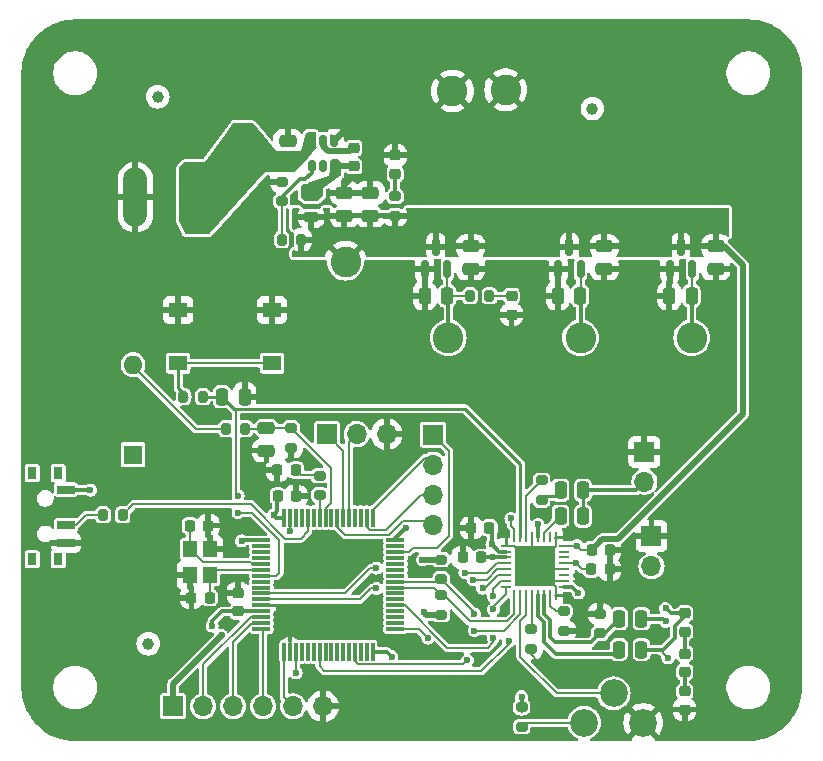
<source format=gbr>
%TF.GenerationSoftware,KiCad,Pcbnew,8.0.0*%
%TF.CreationDate,2024-03-06T15:24:16+01:00*%
%TF.ProjectId,EffectsPaddleBoard,45666665-6374-4735-9061-64646c65426f,rev?*%
%TF.SameCoordinates,Original*%
%TF.FileFunction,Copper,L1,Top*%
%TF.FilePolarity,Positive*%
%FSLAX46Y46*%
G04 Gerber Fmt 4.6, Leading zero omitted, Abs format (unit mm)*
G04 Created by KiCad (PCBNEW 8.0.0) date 2024-03-06 15:24:16*
%MOMM*%
%LPD*%
G01*
G04 APERTURE LIST*
G04 Aperture macros list*
%AMRoundRect*
0 Rectangle with rounded corners*
0 $1 Rounding radius*
0 $2 $3 $4 $5 $6 $7 $8 $9 X,Y pos of 4 corners*
0 Add a 4 corners polygon primitive as box body*
4,1,4,$2,$3,$4,$5,$6,$7,$8,$9,$2,$3,0*
0 Add four circle primitives for the rounded corners*
1,1,$1+$1,$2,$3*
1,1,$1+$1,$4,$5*
1,1,$1+$1,$6,$7*
1,1,$1+$1,$8,$9*
0 Add four rect primitives between the rounded corners*
20,1,$1+$1,$2,$3,$4,$5,0*
20,1,$1+$1,$4,$5,$6,$7,0*
20,1,$1+$1,$6,$7,$8,$9,0*
20,1,$1+$1,$8,$9,$2,$3,0*%
G04 Aperture macros list end*
%TA.AperFunction,SMDPad,CuDef*%
%ADD10RoundRect,0.200000X-0.275000X0.200000X-0.275000X-0.200000X0.275000X-0.200000X0.275000X0.200000X0*%
%TD*%
%TA.AperFunction,SMDPad,CuDef*%
%ADD11RoundRect,0.225000X0.250000X-0.225000X0.250000X0.225000X-0.250000X0.225000X-0.250000X-0.225000X0*%
%TD*%
%TA.AperFunction,SMDPad,CuDef*%
%ADD12RoundRect,0.218750X0.256250X-0.218750X0.256250X0.218750X-0.256250X0.218750X-0.256250X-0.218750X0*%
%TD*%
%TA.AperFunction,ComponentPad*%
%ADD13C,2.600000*%
%TD*%
%TA.AperFunction,SMDPad,CuDef*%
%ADD14RoundRect,0.250000X-0.250000X-0.475000X0.250000X-0.475000X0.250000X0.475000X-0.250000X0.475000X0*%
%TD*%
%TA.AperFunction,SMDPad,CuDef*%
%ADD15RoundRect,0.250000X0.475000X-0.250000X0.475000X0.250000X-0.475000X0.250000X-0.475000X-0.250000X0*%
%TD*%
%TA.AperFunction,SMDPad,CuDef*%
%ADD16RoundRect,0.225000X-0.225000X-0.250000X0.225000X-0.250000X0.225000X0.250000X-0.225000X0.250000X0*%
%TD*%
%TA.AperFunction,ComponentPad*%
%ADD17R,1.600000X1.600000*%
%TD*%
%TA.AperFunction,ComponentPad*%
%ADD18O,1.600000X1.600000*%
%TD*%
%TA.AperFunction,SMDPad,CuDef*%
%ADD19RoundRect,0.075000X-0.700000X-0.075000X0.700000X-0.075000X0.700000X0.075000X-0.700000X0.075000X0*%
%TD*%
%TA.AperFunction,SMDPad,CuDef*%
%ADD20RoundRect,0.075000X-0.075000X-0.700000X0.075000X-0.700000X0.075000X0.700000X-0.075000X0.700000X0*%
%TD*%
%TA.AperFunction,SMDPad,CuDef*%
%ADD21RoundRect,0.062500X-0.337500X-0.062500X0.337500X-0.062500X0.337500X0.062500X-0.337500X0.062500X0*%
%TD*%
%TA.AperFunction,SMDPad,CuDef*%
%ADD22RoundRect,0.062500X-0.062500X-0.337500X0.062500X-0.337500X0.062500X0.337500X-0.062500X0.337500X0*%
%TD*%
%TA.AperFunction,SMDPad,CuDef*%
%ADD23R,3.500000X3.500000*%
%TD*%
%TA.AperFunction,SMDPad,CuDef*%
%ADD24RoundRect,0.225000X0.225000X0.250000X-0.225000X0.250000X-0.225000X-0.250000X0.225000X-0.250000X0*%
%TD*%
%TA.AperFunction,ComponentPad*%
%ADD25R,1.700000X1.700000*%
%TD*%
%TA.AperFunction,ComponentPad*%
%ADD26O,1.700000X1.700000*%
%TD*%
%TA.AperFunction,SMDPad,CuDef*%
%ADD27RoundRect,0.200000X0.275000X-0.200000X0.275000X0.200000X-0.275000X0.200000X-0.275000X-0.200000X0*%
%TD*%
%TA.AperFunction,SMDPad,CuDef*%
%ADD28RoundRect,0.200000X-0.200000X-0.275000X0.200000X-0.275000X0.200000X0.275000X-0.200000X0.275000X0*%
%TD*%
%TA.AperFunction,SMDPad,CuDef*%
%ADD29RoundRect,0.175000X-0.175000X0.325000X-0.175000X-0.325000X0.175000X-0.325000X0.175000X0.325000X0*%
%TD*%
%TA.AperFunction,SMDPad,CuDef*%
%ADD30C,1.000000*%
%TD*%
%TA.AperFunction,SMDPad,CuDef*%
%ADD31RoundRect,0.218750X-0.381250X0.218750X-0.381250X-0.218750X0.381250X-0.218750X0.381250X0.218750X0*%
%TD*%
%TA.AperFunction,SMDPad,CuDef*%
%ADD32R,0.800000X1.000000*%
%TD*%
%TA.AperFunction,SMDPad,CuDef*%
%ADD33R,1.500000X0.700000*%
%TD*%
%TA.AperFunction,SMDPad,CuDef*%
%ADD34R,1.200000X1.400000*%
%TD*%
%TA.AperFunction,ComponentPad*%
%ADD35C,2.340000*%
%TD*%
%TA.AperFunction,SMDPad,CuDef*%
%ADD36R,1.550000X1.300000*%
%TD*%
%TA.AperFunction,ComponentPad*%
%ADD37R,2.020000X5.020000*%
%TD*%
%TA.AperFunction,ComponentPad*%
%ADD38O,2.020000X5.020000*%
%TD*%
%TA.AperFunction,SMDPad,CuDef*%
%ADD39RoundRect,0.150000X0.150000X-0.587500X0.150000X0.587500X-0.150000X0.587500X-0.150000X-0.587500X0*%
%TD*%
%TA.AperFunction,SMDPad,CuDef*%
%ADD40RoundRect,0.200000X0.200000X0.275000X-0.200000X0.275000X-0.200000X-0.275000X0.200000X-0.275000X0*%
%TD*%
%TA.AperFunction,SMDPad,CuDef*%
%ADD41RoundRect,0.250000X-0.475000X0.250000X-0.475000X-0.250000X0.475000X-0.250000X0.475000X0.250000X0*%
%TD*%
%TA.AperFunction,SMDPad,CuDef*%
%ADD42RoundRect,0.218750X-0.218750X-0.256250X0.218750X-0.256250X0.218750X0.256250X-0.218750X0.256250X0*%
%TD*%
%TA.AperFunction,SMDPad,CuDef*%
%ADD43RoundRect,0.218750X-0.256250X0.218750X-0.256250X-0.218750X0.256250X-0.218750X0.256250X0.218750X0*%
%TD*%
%TA.AperFunction,ViaPad*%
%ADD44C,0.600000*%
%TD*%
%TA.AperFunction,Conductor*%
%ADD45C,0.300000*%
%TD*%
%TA.AperFunction,Conductor*%
%ADD46C,0.500000*%
%TD*%
%TA.AperFunction,Conductor*%
%ADD47C,0.200000*%
%TD*%
%TA.AperFunction,Conductor*%
%ADD48C,0.250000*%
%TD*%
G04 APERTURE END LIST*
D10*
%TO.P,R3,1*%
%TO.N,+3.3V*%
X162000000Y-98175000D03*
%TO.P,R3,2*%
%TO.N,I2C_SCL*%
X162000000Y-99825000D03*
%TD*%
D11*
%TO.P,C37,1*%
%TO.N,Net-(C37-Pad1)*%
X182600000Y-107700000D03*
%TO.P,C37,2*%
%TO.N,Net-(C29-Pad1)*%
X182600000Y-106150000D03*
%TD*%
D10*
%TO.P,R17,1*%
%TO.N,/Codec/MIC1LM*%
X172400000Y-102575000D03*
%TO.P,R17,2*%
%TO.N,GND*%
X172400000Y-104225000D03*
%TD*%
D12*
%TO.P,D4,1,K*%
%TO.N,GND*%
X167950000Y-77437500D03*
%TO.P,D4,2,A*%
%TO.N,Net-(D4-A)*%
X167950000Y-75862500D03*
%TD*%
D13*
%TO.P,TP5,1,1*%
%TO.N,/Barreljack_in*%
X145100000Y-63300000D03*
%TD*%
D14*
%TO.P,C22,1*%
%TO.N,GND*%
X160600000Y-75850000D03*
%TO.P,C22,2*%
%TO.N,+3.3V*%
X162500000Y-75850000D03*
%TD*%
D15*
%TO.P,C27,1*%
%TO.N,+5V*%
X156000000Y-69050000D03*
%TO.P,C27,2*%
%TO.N,GND*%
X156000000Y-67150000D03*
%TD*%
D10*
%TO.P,R6,1*%
%TO.N,Net-(U3-HPR)*%
X170500000Y-91475000D03*
%TO.P,R6,2*%
%TO.N,Net-(C31-Pad1)*%
X170500000Y-93125000D03*
%TD*%
D16*
%TO.P,C11,1*%
%TO.N,+5V*%
X174725000Y-97366116D03*
%TO.P,C11,2*%
%TO.N,GND*%
X176275000Y-97366116D03*
%TD*%
D17*
%TO.P,SW4,1,1*%
%TO.N,+3.3V*%
X135900000Y-89300000D03*
D18*
%TO.P,SW4,2,2*%
%TO.N,Net-(R8-Pad2)*%
X135900000Y-81680000D03*
%TD*%
D13*
%TO.P,TP1,1,1*%
%TO.N,+3.3V*%
X162600000Y-79400000D03*
%TD*%
D19*
%TO.P,U1,1,VBAT*%
%TO.N,+3.3V*%
X146775000Y-96550000D03*
%TO.P,U1,2,PC13*%
%TO.N,unconnected-(U1-PC13-Pad2)*%
X146775000Y-97050000D03*
%TO.P,U1,3,PC14*%
%TO.N,unconnected-(U1-PC14-Pad3)*%
X146775000Y-97550000D03*
%TO.P,U1,4,PC15*%
%TO.N,unconnected-(U1-PC15-Pad4)*%
X146775000Y-98050000D03*
%TO.P,U1,5,PH0*%
%TO.N,OSC_PH0*%
X146775000Y-98550000D03*
%TO.P,U1,6,PH1*%
%TO.N,OSC_PH1*%
X146775000Y-99050000D03*
%TO.P,U1,7,NRST*%
%TO.N,Codec_Reset*%
X146775000Y-99550000D03*
%TO.P,U1,8,PC0*%
%TO.N,unconnected-(U1-PC0-Pad8)*%
X146775000Y-100050000D03*
%TO.P,U1,9,PC1*%
%TO.N,unconnected-(U1-PC1-Pad9)*%
X146775000Y-100550000D03*
%TO.P,U1,10,PC2*%
%TO.N,I2S_ext_SD*%
X146775000Y-101050000D03*
%TO.P,U1,11,PC3*%
%TO.N,I2S_SD*%
X146775000Y-101550000D03*
%TO.P,U1,12,VSSA*%
%TO.N,GND*%
X146775000Y-102050000D03*
%TO.P,U1,13,VDDA*%
%TO.N,+3.3VA*%
X146775000Y-102550000D03*
%TO.P,U1,14,PA0*%
%TO.N,ADC11*%
X146775000Y-103050000D03*
%TO.P,U1,15,PA1*%
%TO.N,ADC12*%
X146775000Y-103550000D03*
%TO.P,U1,16,PA2*%
%TO.N,ADC13*%
X146775000Y-104050000D03*
D20*
%TO.P,U1,17,PA3*%
%TO.N,ADC14*%
X148700000Y-105975000D03*
%TO.P,U1,18,VSS*%
%TO.N,GND*%
X149200000Y-105975000D03*
%TO.P,U1,19,VDD*%
%TO.N,+3.3V*%
X149700000Y-105975000D03*
%TO.P,U1,20,PA4*%
%TO.N,unconnected-(U1-PA4-Pad20)*%
X150200000Y-105975000D03*
%TO.P,U1,21,PA5*%
%TO.N,unconnected-(U1-PA5-Pad21)*%
X150700000Y-105975000D03*
%TO.P,U1,22,PA6*%
%TO.N,unconnected-(U1-PA6-Pad22)*%
X151200000Y-105975000D03*
%TO.P,U1,23,PA7*%
%TO.N,Codec_GPIO*%
X151700000Y-105975000D03*
%TO.P,U1,24,PC4*%
%TO.N,unconnected-(U1-PC4-Pad24)*%
X152200000Y-105975000D03*
%TO.P,U1,25,PC5*%
%TO.N,unconnected-(U1-PC5-Pad25)*%
X152700000Y-105975000D03*
%TO.P,U1,26,PB0*%
%TO.N,unconnected-(U1-PB0-Pad26)*%
X153200000Y-105975000D03*
%TO.P,U1,27,PB1*%
%TO.N,unconnected-(U1-PB1-Pad27)*%
X153700000Y-105975000D03*
%TO.P,U1,28,PB2*%
%TO.N,unconnected-(U1-PB2-Pad28)*%
X154200000Y-105975000D03*
%TO.P,U1,29,PB10*%
%TO.N,I2S_CK*%
X154700000Y-105975000D03*
%TO.P,U1,30,PB11*%
%TO.N,unconnected-(U1-PB11-Pad30)*%
X155200000Y-105975000D03*
%TO.P,U1,31,VCAP_1*%
%TO.N,unconnected-(U1-VCAP_1-Pad31)*%
X155700000Y-105975000D03*
%TO.P,U1,32,VDD*%
%TO.N,+3.3V*%
X156200000Y-105975000D03*
D19*
%TO.P,U1,33,PB12*%
%TO.N,I2S_WS*%
X158125000Y-104050000D03*
%TO.P,U1,34,PB13*%
%TO.N,unconnected-(U1-PB13-Pad34)*%
X158125000Y-103550000D03*
%TO.P,U1,35,PB14*%
%TO.N,unconnected-(U1-PB14-Pad35)*%
X158125000Y-103050000D03*
%TO.P,U1,36,PB15*%
%TO.N,unconnected-(U1-PB15-Pad36)*%
X158125000Y-102550000D03*
%TO.P,U1,37,PC6*%
%TO.N,I2S_MCK*%
X158125000Y-102050000D03*
%TO.P,U1,38,PC7*%
%TO.N,unconnected-(U1-PC7-Pad38)*%
X158125000Y-101550000D03*
%TO.P,U1,39,PC8*%
%TO.N,unconnected-(U1-PC8-Pad39)*%
X158125000Y-101050000D03*
%TO.P,U1,40,PC9*%
%TO.N,I2C_SDA*%
X158125000Y-100550000D03*
%TO.P,U1,41,PA8*%
%TO.N,I2C_SCL*%
X158125000Y-100050000D03*
%TO.P,U1,42,PA9*%
%TO.N,unconnected-(U1-PA9-Pad42)*%
X158125000Y-99550000D03*
%TO.P,U1,43,PA10*%
%TO.N,unconnected-(U1-PA10-Pad43)*%
X158125000Y-99050000D03*
%TO.P,U1,44,PA11*%
%TO.N,unconnected-(U1-PA11-Pad44)*%
X158125000Y-98550000D03*
%TO.P,U1,45,PA12*%
%TO.N,unconnected-(U1-PA12-Pad45)*%
X158125000Y-98050000D03*
%TO.P,U1,46,PA13*%
%TO.N,JTAG_TMS*%
X158125000Y-97550000D03*
%TO.P,U1,47,VCAP_2*%
%TO.N,unconnected-(U1-VCAP_2-Pad47)*%
X158125000Y-97050000D03*
%TO.P,U1,48,VDD*%
%TO.N,+3.3V*%
X158125000Y-96550000D03*
D20*
%TO.P,U1,49,PA14*%
%TO.N,JTAG_TCK*%
X156200000Y-94625000D03*
%TO.P,U1,50,PA15*%
%TO.N,JTAG_TDI*%
X155700000Y-94625000D03*
%TO.P,U1,51,PC10*%
%TO.N,unconnected-(U1-PC10-Pad51)*%
X155200000Y-94625000D03*
%TO.P,U1,52,PC11*%
%TO.N,unconnected-(U1-PC11-Pad52)*%
X154700000Y-94625000D03*
%TO.P,U1,53,PC12*%
%TO.N,UART_TX*%
X154200000Y-94625000D03*
%TO.P,U1,54,PD2*%
%TO.N,UART_RX*%
X153700000Y-94625000D03*
%TO.P,U1,55,PB3*%
%TO.N,JTAG_TDO*%
X153200000Y-94625000D03*
%TO.P,U1,56,PB4*%
%TO.N,unconnected-(U1-PB4-Pad56)*%
X152700000Y-94625000D03*
%TO.P,U1,57,PB5*%
%TO.N,On-Switch*%
X152200000Y-94625000D03*
%TO.P,U1,58,PB6*%
%TO.N,PWR_LED_uC*%
X151700000Y-94625000D03*
%TO.P,U1,59,PB7*%
%TO.N,unconnected-(U1-PB7-Pad59)*%
X151200000Y-94625000D03*
%TO.P,U1,60,BOOT0*%
%TO.N,Net-(U1-BOOT0)*%
X150700000Y-94625000D03*
%TO.P,U1,61,PB8*%
%TO.N,unconnected-(U1-PB8-Pad61)*%
X150200000Y-94625000D03*
%TO.P,U1,62,PB9*%
%TO.N,unconnected-(U1-PB9-Pad62)*%
X149700000Y-94625000D03*
%TO.P,U1,63,VSS*%
%TO.N,GND*%
X149200000Y-94625000D03*
%TO.P,U1,64,VDD*%
%TO.N,+3.3V*%
X148700000Y-94625000D03*
%TD*%
D21*
%TO.P,U3,1,IOVSS*%
%TO.N,GND*%
X167500000Y-97000000D03*
%TO.P,U3,2,IOVDD*%
%TO.N,+3.3V*%
X167500000Y-97500000D03*
%TO.P,U3,3,DVDD*%
%TO.N,+1V8*%
X167500000Y-98000000D03*
%TO.P,U3,4,DOUT*%
%TO.N,I2S_ext_SD*%
X167500000Y-98500000D03*
%TO.P,U3,5,DIN*%
%TO.N,I2S_SD*%
X167500000Y-99000000D03*
%TO.P,U3,6,WCLK*%
%TO.N,I2S_WS*%
X167500000Y-99500000D03*
%TO.P,U3,7,BCLK*%
%TO.N,I2S_CK*%
X167500000Y-100000000D03*
%TO.P,U3,8,MCLK*%
%TO.N,I2S_MCK*%
X167500000Y-100500000D03*
D22*
%TO.P,U3,9,SDA*%
%TO.N,I2C_SDA*%
X168200000Y-101200000D03*
%TO.P,U3,10,SCL*%
%TO.N,I2C_SCL*%
X168700000Y-101200000D03*
%TO.P,U3,11,VOL/MICDET*%
%TO.N,/Codec/Volume*%
X169200000Y-101200000D03*
%TO.P,U3,12,MICBIAS*%
%TO.N,/Codec/MICBIAS*%
X169700000Y-101200000D03*
%TO.P,U3,13,MIC1LP*%
%TO.N,/Codec/Analog_In_L*%
X170200000Y-101200000D03*
%TO.P,U3,14,MIC1RP*%
%TO.N,/Codec/Analog_In_R*%
X170700000Y-101200000D03*
%TO.P,U3,15,MIC1LM*%
%TO.N,/Codec/MIC1LM*%
X171200000Y-101200000D03*
%TO.P,U3,16,AVSS*%
%TO.N,GND*%
X171700000Y-101200000D03*
D21*
%TO.P,U3,17,AVDD*%
%TO.N,+3.3VA*%
X172400000Y-100500000D03*
%TO.P,U3,18,DVSS*%
%TO.N,GND*%
X172400000Y-100000000D03*
%TO.P,U3,19,SPKM*%
%TO.N,unconnected-(U3-SPKM-Pad19)*%
X172400000Y-99500000D03*
%TO.P,U3,20,SPKVSS*%
%TO.N,GND*%
X172400000Y-99000000D03*
%TO.P,U3,21,SPKVDD*%
%TO.N,+5V*%
X172400000Y-98500000D03*
%TO.P,U3,22,SPKP*%
%TO.N,unconnected-(U3-SPKP-Pad22)*%
X172400000Y-98000000D03*
%TO.P,U3,23,SPKM*%
%TO.N,unconnected-(U3-SPKM-Pad23)*%
X172400000Y-97500000D03*
%TO.P,U3,24,SPKVDD*%
%TO.N,+5V*%
X172400000Y-97000000D03*
D22*
%TO.P,U3,25,SPKVSS*%
%TO.N,GND*%
X171700000Y-96300000D03*
%TO.P,U3,26,SPKP*%
%TO.N,unconnected-(U3-SPKP-Pad26)*%
X171200000Y-96300000D03*
%TO.P,U3,27,HPL*%
%TO.N,/Codec/HPL*%
X170700000Y-96300000D03*
%TO.P,U3,28,HPVDD*%
%TO.N,+3.3VA*%
X170200000Y-96300000D03*
%TO.P,U3,29,HPVSS*%
%TO.N,GND*%
X169700000Y-96300000D03*
%TO.P,U3,30,HPR*%
%TO.N,Net-(U3-HPR)*%
X169200000Y-96300000D03*
%TO.P,U3,31,~{RESET}*%
%TO.N,Codec_Reset*%
X168700000Y-96300000D03*
%TO.P,U3,32,GPIO1*%
%TO.N,Codec_GPIO*%
X168200000Y-96300000D03*
D23*
%TO.P,U3,33,EP*%
%TO.N,GND*%
X169950000Y-98750000D03*
%TD*%
D24*
%TO.P,C17,1*%
%TO.N,+3.3V*%
X166075000Y-95500000D03*
%TO.P,C17,2*%
%TO.N,GND*%
X164525000Y-95500000D03*
%TD*%
D25*
%TO.P,J6,1,Pin_1*%
%TO.N,GND*%
X179800000Y-96200000D03*
D26*
%TO.P,J6,2,Pin_2*%
%TO.N,Net-(J6-Pin_2)*%
X179800000Y-98740000D03*
%TD*%
D14*
%TO.P,C20,1*%
%TO.N,/Codec/HPL*%
X172100000Y-94500000D03*
%TO.P,C20,2*%
%TO.N,/Codec/AudioOutBoard*%
X174000000Y-94500000D03*
%TD*%
D25*
%TO.P,J2,1,Pin_1*%
%TO.N,+3.3V*%
X139300000Y-110600000D03*
D26*
%TO.P,J2,2,Pin_2*%
%TO.N,ADC11*%
X141840000Y-110600000D03*
%TO.P,J2,3,Pin_3*%
%TO.N,ADC12*%
X144380000Y-110600000D03*
%TO.P,J2,4,Pin_4*%
%TO.N,ADC13*%
X146920000Y-110600000D03*
%TO.P,J2,5,Pin_5*%
%TO.N,ADC14*%
X149460000Y-110600000D03*
%TO.P,J2,6,Pin_6*%
%TO.N,GND*%
X152000000Y-110600000D03*
%TD*%
D27*
%TO.P,R10,1*%
%TO.N,GND*%
X149300000Y-88700000D03*
%TO.P,R10,2*%
%TO.N,On-Switch*%
X149300000Y-87050000D03*
%TD*%
D15*
%TO.P,C28,1*%
%TO.N,+5V*%
X153800000Y-69050000D03*
%TO.P,C28,2*%
%TO.N,GND*%
X153800000Y-67150000D03*
%TD*%
D25*
%TO.P,J1,1,Pin_1*%
%TO.N,UART_RX*%
X152300000Y-87550000D03*
D26*
%TO.P,J1,2,Pin_2*%
%TO.N,UART_TX*%
X154840000Y-87550000D03*
%TO.P,J1,3,Pin_3*%
%TO.N,GND*%
X157380000Y-87550000D03*
%TD*%
D14*
%TO.P,C31,1*%
%TO.N,Net-(C31-Pad1)*%
X172100000Y-92300000D03*
%TO.P,C31,2*%
%TO.N,/Codec/AudioOutBoard*%
X174000000Y-92300000D03*
%TD*%
D27*
%TO.P,R11,1*%
%TO.N,/v_fb*%
X148500000Y-67825000D03*
%TO.P,R11,2*%
%TO.N,GND*%
X148500000Y-66175000D03*
%TD*%
D15*
%TO.P,C21,1*%
%TO.N,GND*%
X164500000Y-73550000D03*
%TO.P,C21,2*%
%TO.N,+5V*%
X164500000Y-71650000D03*
%TD*%
D14*
%TO.P,C30,1*%
%TO.N,/Codec/Analog_In_R*%
X177050000Y-103200000D03*
%TO.P,C30,2*%
%TO.N,Net-(C30-Pad2)*%
X178950000Y-103200000D03*
%TD*%
D16*
%TO.P,C9,1*%
%TO.N,OSC_PH0*%
X140725000Y-95300000D03*
%TO.P,C9,2*%
%TO.N,GND*%
X142275000Y-95300000D03*
%TD*%
D28*
%TO.P,R33,1*%
%TO.N,Net-(R33-Pad1)*%
X140165000Y-84400000D03*
%TO.P,R33,2*%
%TO.N,Codec_Reset*%
X141815000Y-84400000D03*
%TD*%
D29*
%TO.P,U4,1,GND*%
%TO.N,GND*%
X152950000Y-62700000D03*
%TO.P,U4,2,SW*%
%TO.N,/v_bst*%
X152000000Y-62700000D03*
%TO.P,U4,3,VIN*%
%TO.N,/Barreljack_in*%
X151050000Y-62700000D03*
%TO.P,U4,4,FB*%
%TO.N,/v_fb*%
X151050000Y-64900000D03*
%TO.P,U4,5,EN*%
%TO.N,unconnected-(U4-EN-Pad5)*%
X152000000Y-64900000D03*
%TO.P,U4,6,BST*%
%TO.N,/v_sw*%
X152950000Y-64900000D03*
%TD*%
D30*
%TO.P,FID3,*%
%TO.N,*%
X137200000Y-105300000D03*
%TD*%
%TO.P,FID1,*%
%TO.N,*%
X138000000Y-59000000D03*
%TD*%
D31*
%TO.P,L1,1*%
%TO.N,/v_sw*%
X151000000Y-67037500D03*
%TO.P,L1,2*%
%TO.N,+5V*%
X151000000Y-69162500D03*
%TD*%
D13*
%TO.P,TP3,1,1*%
%TO.N,GND*%
X162950000Y-58500000D03*
%TD*%
D14*
%TO.P,C26,1*%
%TO.N,GND*%
X171850000Y-75850000D03*
%TO.P,C26,2*%
%TO.N,+1V8*%
X173750000Y-75850000D03*
%TD*%
D11*
%TO.P,C7,1*%
%TO.N,+3.3VA*%
X144800000Y-102575000D03*
%TO.P,C7,2*%
%TO.N,GND*%
X144800000Y-101025000D03*
%TD*%
D14*
%TO.P,C8,1*%
%TO.N,Codec_Reset*%
X143450000Y-84400000D03*
%TO.P,C8,2*%
%TO.N,GND*%
X145350000Y-84400000D03*
%TD*%
D32*
%TO.P,SW1,*%
%TO.N,*%
X129580000Y-90850000D03*
X127370000Y-90850000D03*
X129580000Y-98150000D03*
X127370000Y-98150000D03*
D33*
%TO.P,SW1,1,A*%
%TO.N,+3.3V*%
X130230000Y-92250000D03*
%TO.P,SW1,2,B*%
%TO.N,Net-(SW1-B)*%
X130230000Y-95250000D03*
%TO.P,SW1,3,C*%
%TO.N,GND*%
X130230000Y-96750000D03*
%TD*%
D15*
%TO.P,C23,1*%
%TO.N,GND*%
X185250000Y-73550000D03*
%TO.P,C23,2*%
%TO.N,+5V*%
X185250000Y-71650000D03*
%TD*%
D10*
%TO.P,R18,1*%
%TO.N,+3.3VA*%
X168800000Y-110675000D03*
%TO.P,R18,2*%
%TO.N,/Codec/VolumeVDiv*%
X168800000Y-112325000D03*
%TD*%
%TO.P,R7,1*%
%TO.N,Net-(D2-A)*%
X158100000Y-67425000D03*
%TO.P,R7,2*%
%TO.N,+5V*%
X158100000Y-69075000D03*
%TD*%
D34*
%TO.P,Y1,1,1*%
%TO.N,OSC_PH0*%
X140710000Y-97290000D03*
%TO.P,Y1,2,2*%
%TO.N,GND*%
X140710000Y-99490000D03*
%TO.P,Y1,3,3*%
%TO.N,OSC_PH1*%
X142410000Y-99490000D03*
%TO.P,Y1,4,4*%
%TO.N,GND*%
X142410000Y-97290000D03*
%TD*%
D35*
%TO.P,RV1,1,1*%
%TO.N,/Codec/VolumeVDiv*%
X174100000Y-112000000D03*
%TO.P,RV1,2,2*%
%TO.N,/Codec/Volume*%
X176600000Y-109500000D03*
%TO.P,RV1,3,3*%
%TO.N,GND*%
X179100000Y-112000000D03*
%TD*%
D36*
%TO.P,SW2,1,1*%
%TO.N,GND*%
X139725000Y-77050000D03*
X147675000Y-77050000D03*
%TO.P,SW2,2,2*%
%TO.N,Net-(R33-Pad1)*%
X139725000Y-81550000D03*
X147675000Y-81550000D03*
%TD*%
D37*
%TO.P,J3,1*%
%TO.N,/Barreljack_in*%
X141280000Y-67500000D03*
D38*
%TO.P,J3,2*%
%TO.N,GND*%
X136100000Y-67500000D03*
%TD*%
D25*
%TO.P,J4,1,Pin_1*%
%TO.N,JTAG_TMS*%
X161300000Y-87600000D03*
D26*
%TO.P,J4,2,Pin_2*%
%TO.N,JTAG_TCK*%
X161300000Y-90140000D03*
%TO.P,J4,3,Pin_3*%
%TO.N,JTAG_TDI*%
X161300000Y-92680000D03*
%TO.P,J4,4,Pin_4*%
%TO.N,JTAG_TDO*%
X161300000Y-95220000D03*
%TD*%
D11*
%TO.P,C38,1*%
%TO.N,GND*%
X182600000Y-110875000D03*
%TO.P,C38,2*%
%TO.N,Net-(C37-Pad1)*%
X182600000Y-109325000D03*
%TD*%
D39*
%TO.P,U5,1,GND*%
%TO.N,GND*%
X181350000Y-73600000D03*
%TO.P,U5,2,VO*%
%TO.N,+3.3VA*%
X183250000Y-73600000D03*
%TO.P,U5,3,VI*%
%TO.N,+5V*%
X182300000Y-71725000D03*
%TD*%
D30*
%TO.P,FID2,*%
%TO.N,*%
X174800000Y-60000000D03*
%TD*%
D13*
%TO.P,TP7,1,1*%
%TO.N,+1V8*%
X173800000Y-79400000D03*
%TD*%
D14*
%TO.P,C24,1*%
%TO.N,GND*%
X181300000Y-75850000D03*
%TO.P,C24,2*%
%TO.N,+3.3VA*%
X183200000Y-75850000D03*
%TD*%
D40*
%TO.P,R8,1*%
%TO.N,On-Switch*%
X145425000Y-87100000D03*
%TO.P,R8,2*%
%TO.N,Net-(R8-Pad2)*%
X143775000Y-87100000D03*
%TD*%
D24*
%TO.P,C10,1*%
%TO.N,OSC_PH1*%
X142400000Y-101400000D03*
%TO.P,C10,2*%
%TO.N,GND*%
X140850000Y-101400000D03*
%TD*%
D16*
%TO.P,C3,1*%
%TO.N,+3.3V*%
X148175000Y-92800000D03*
%TO.P,C3,2*%
%TO.N,GND*%
X149725000Y-92800000D03*
%TD*%
D13*
%TO.P,TP4,1,1*%
%TO.N,GND*%
X167450000Y-58400000D03*
%TD*%
D28*
%TO.P,R1,1*%
%TO.N,Net-(SW1-B)*%
X133375000Y-94400000D03*
%TO.P,R1,2*%
%TO.N,Net-(U1-BOOT0)*%
X135025000Y-94400000D03*
%TD*%
D15*
%TO.P,C47,1*%
%TO.N,/Barreljack_in*%
X148999999Y-64650000D03*
%TO.P,C47,2*%
%TO.N,GND*%
X148999999Y-62750000D03*
%TD*%
D41*
%TO.P,C32,1*%
%TO.N,On-Switch*%
X147200000Y-87050000D03*
%TO.P,C32,2*%
%TO.N,GND*%
X147200000Y-88950000D03*
%TD*%
D40*
%TO.P,R9,1*%
%TO.N,+5V*%
X150150000Y-71100000D03*
%TO.P,R9,2*%
%TO.N,/v_fb*%
X148500000Y-71100000D03*
%TD*%
D10*
%TO.P,R2,1*%
%TO.N,Net-(D1-A)*%
X151700000Y-91075000D03*
%TO.P,R2,2*%
%TO.N,PWR_LED_uC*%
X151700000Y-92725000D03*
%TD*%
D16*
%TO.P,C13,1*%
%TO.N,+5V*%
X174705000Y-99000000D03*
%TO.P,C13,2*%
%TO.N,GND*%
X176255000Y-99000000D03*
%TD*%
D15*
%TO.P,C25,1*%
%TO.N,GND*%
X175800000Y-73550000D03*
%TO.P,C25,2*%
%TO.N,+5V*%
X175800000Y-71650000D03*
%TD*%
D11*
%TO.P,C29,1*%
%TO.N,Net-(C29-Pad1)*%
X182600000Y-104275000D03*
%TO.P,C29,2*%
%TO.N,Net-(C19-Pad2)*%
X182600000Y-102725000D03*
%TD*%
D25*
%TO.P,J5,1,Pin_1*%
%TO.N,GND*%
X179200000Y-89060000D03*
D26*
%TO.P,J5,2,Pin_2*%
%TO.N,/Codec/AudioOutBoard*%
X179200000Y-91600000D03*
%TD*%
D42*
%TO.P,D1,1,K*%
%TO.N,GND*%
X148125000Y-90600000D03*
%TO.P,D1,2,A*%
%TO.N,Net-(D1-A)*%
X149700000Y-90600000D03*
%TD*%
D39*
%TO.P,U8,1,GND*%
%TO.N,GND*%
X171900000Y-73600000D03*
%TO.P,U8,2,VO*%
%TO.N,+1V8*%
X173800000Y-73600000D03*
%TO.P,U8,3,VI*%
%TO.N,+5V*%
X172850000Y-71725000D03*
%TD*%
D43*
%TO.P,D2,1,K*%
%TO.N,GND*%
X158100000Y-63962500D03*
%TO.P,D2,2,A*%
%TO.N,Net-(D2-A)*%
X158100000Y-65537500D03*
%TD*%
D24*
%TO.P,C15,1*%
%TO.N,+1V8*%
X165375000Y-98000000D03*
%TO.P,C15,2*%
%TO.N,GND*%
X163825000Y-98000000D03*
%TD*%
D11*
%TO.P,C46,1*%
%TO.N,/v_sw*%
X154600000Y-64875000D03*
%TO.P,C46,2*%
%TO.N,/v_bst*%
X154600000Y-63325000D03*
%TD*%
D27*
%TO.P,R4,1*%
%TO.N,+3.3V*%
X162000000Y-102850000D03*
%TO.P,R4,2*%
%TO.N,I2C_SDA*%
X162000000Y-101200000D03*
%TD*%
D10*
%TO.P,R16,1*%
%TO.N,/Codec/MICBIAS*%
X169600000Y-104075000D03*
%TO.P,R16,2*%
%TO.N,GND*%
X169600000Y-105725000D03*
%TD*%
D27*
%TO.P,R23,1*%
%TO.N,/Codec/Analog_In_R*%
X175420000Y-104425000D03*
%TO.P,R23,2*%
%TO.N,GND*%
X175420000Y-102775000D03*
%TD*%
D40*
%TO.P,R32,1*%
%TO.N,Net-(D4-A)*%
X166075000Y-75850000D03*
%TO.P,R32,2*%
%TO.N,+3.3V*%
X164425000Y-75850000D03*
%TD*%
D14*
%TO.P,C19,1*%
%TO.N,/Codec/Analog_In_L*%
X177050000Y-105800000D03*
%TO.P,C19,2*%
%TO.N,Net-(C19-Pad2)*%
X178950000Y-105800000D03*
%TD*%
D13*
%TO.P,TP6,1,1*%
%TO.N,+3.3VA*%
X183200000Y-79400000D03*
%TD*%
D39*
%TO.P,U2,1,GND*%
%TO.N,GND*%
X160600000Y-73600000D03*
%TO.P,U2,2,VO*%
%TO.N,+3.3V*%
X162500000Y-73600000D03*
%TO.P,U2,3,VI*%
%TO.N,+5V*%
X161550000Y-71725000D03*
%TD*%
D13*
%TO.P,TP2,1,1*%
%TO.N,+5V*%
X153900000Y-73000000D03*
%TD*%
D44*
%TO.N,+3.3V*%
X160500000Y-102600000D03*
X132300000Y-92300000D03*
X159000000Y-95475000D03*
X149700000Y-107775000D03*
X145100000Y-96600000D03*
X166300000Y-96900000D03*
X147800000Y-94400000D03*
X160400000Y-98200000D03*
X157800000Y-106400000D03*
X143400000Y-104600000D03*
%TO.N,GND*%
X163600000Y-96600000D03*
X148000000Y-84400000D03*
X170300000Y-106900000D03*
X180000000Y-75800000D03*
X149000000Y-61600000D03*
X151700000Y-95900000D03*
X160900000Y-105700000D03*
X167900000Y-93500000D03*
X159400000Y-75800000D03*
X138600000Y-98300000D03*
X156000000Y-66000000D03*
X160200000Y-79400000D03*
X165700000Y-102800000D03*
X165700000Y-101900000D03*
X139800000Y-75000000D03*
X138600000Y-96300000D03*
X163400000Y-99800000D03*
X168800000Y-97500000D03*
X171050000Y-99900000D03*
X156500000Y-99700000D03*
X171050000Y-97500000D03*
X177200000Y-73600000D03*
X165200000Y-106600000D03*
X164800000Y-105100000D03*
X168800000Y-99900000D03*
X138600000Y-100300000D03*
X148600000Y-102300000D03*
X167200000Y-102800000D03*
X145500000Y-89000000D03*
X168800000Y-108900000D03*
X167800000Y-106100000D03*
X143900000Y-92800000D03*
X176000000Y-101500000D03*
X146000000Y-68000000D03*
X180800000Y-79400000D03*
X181000000Y-104200000D03*
X166000000Y-73600000D03*
X147800000Y-75000000D03*
X163000000Y-65500000D03*
X142000000Y-86000000D03*
X150400000Y-91700000D03*
X149200000Y-95800000D03*
X138600000Y-94800000D03*
X147000000Y-90600000D03*
X186800000Y-73600000D03*
X171400000Y-79400000D03*
X143500000Y-103800000D03*
X165000000Y-79400000D03*
X141500000Y-103800000D03*
X140800000Y-91100000D03*
X170600000Y-75800000D03*
X144000000Y-94200000D03*
X154200000Y-62200000D03*
X132100000Y-91300000D03*
X181400000Y-101600000D03*
X154500000Y-65900000D03*
X165600000Y-104800000D03*
X156500000Y-101400000D03*
X185600000Y-79400000D03*
X151000000Y-90000000D03*
X164500000Y-100700000D03*
X176200000Y-79400000D03*
X150900000Y-61400000D03*
%TO.N,+5V*%
X173500000Y-97000000D03*
X173400000Y-98500000D03*
%TO.N,+1V8*%
X166400000Y-98000000D03*
%TO.N,+3.3VA*%
X170200000Y-95200000D03*
X142600000Y-103800000D03*
X173600000Y-101000000D03*
X168800000Y-109800000D03*
%TO.N,I2C_SCL*%
X164800000Y-104200000D03*
X164800000Y-102800000D03*
%TO.N,I2S_ext_SD*%
X156500000Y-98900000D03*
X164000000Y-99300000D03*
%TO.N,I2S_SD*%
X164700000Y-99875000D03*
X156500000Y-100624997D03*
%TO.N,Codec_GPIO*%
X167705288Y-105087660D03*
X167900000Y-94700000D03*
%TO.N,I2S_CK*%
X164200000Y-106700000D03*
X166400000Y-101300000D03*
%TO.N,I2S_WS*%
X165500000Y-100600000D03*
X160866940Y-104833060D03*
%TO.N,I2S_MCK*%
X166400000Y-104800000D03*
X166400000Y-102400000D03*
%TO.N,Codec_Reset*%
X144800000Y-94200000D03*
X144800000Y-92800000D03*
%TO.N,Net-(C19-Pad2)*%
X181200000Y-106500000D03*
X181000000Y-102300000D03*
%TO.N,Net-(C30-Pad2)*%
X181000000Y-103400000D03*
%TD*%
D45*
%TO.N,+3.3V*%
X162600000Y-75950000D02*
X162600000Y-79400000D01*
D46*
X160425000Y-98175000D02*
X160400000Y-98200000D01*
D45*
X130030000Y-92250000D02*
X130230000Y-92250000D01*
X167500000Y-97500000D02*
X166900000Y-97500000D01*
D46*
X139300000Y-108700000D02*
X143400000Y-104600000D01*
D45*
X146775000Y-96550000D02*
X145150000Y-96550000D01*
X145150000Y-96550000D02*
X145100000Y-96600000D01*
X166300000Y-96900000D02*
X166300000Y-95725000D01*
D47*
X162500000Y-73600000D02*
X162500000Y-75850000D01*
D46*
X162000000Y-102850000D02*
X160750000Y-102850000D01*
D45*
X166300000Y-95725000D02*
X166075000Y-95500000D01*
D46*
X139300000Y-110600000D02*
X139300000Y-108700000D01*
D45*
X148700000Y-94625000D02*
X148025000Y-94625000D01*
X130280000Y-92300000D02*
X130230000Y-92250000D01*
X157375000Y-105975000D02*
X157800000Y-106400000D01*
X132300000Y-92300000D02*
X130280000Y-92300000D01*
X148100000Y-94100000D02*
X148100000Y-92875000D01*
X158125000Y-96350000D02*
X159000000Y-95475000D01*
X129930000Y-92350000D02*
X130030000Y-92250000D01*
X148025000Y-94625000D02*
X147800000Y-94400000D01*
D47*
X149700000Y-105975000D02*
X149700000Y-107775000D01*
D45*
X158125000Y-96550000D02*
X158125000Y-96350000D01*
X148100000Y-92875000D02*
X148175000Y-92800000D01*
X166900000Y-97500000D02*
X166300000Y-96900000D01*
D46*
X160750000Y-102850000D02*
X160500000Y-102600000D01*
D47*
X162500000Y-75850000D02*
X164740000Y-75850000D01*
D46*
X162000000Y-98175000D02*
X160425000Y-98175000D01*
D45*
X147800000Y-94400000D02*
X148100000Y-94100000D01*
X156200000Y-105975000D02*
X157375000Y-105975000D01*
D47*
%TO.N,GND*%
X147200000Y-88950000D02*
X145550000Y-88950000D01*
X172700000Y-99016116D02*
X170500000Y-99016116D01*
X171700000Y-100500000D02*
X171300000Y-100100000D01*
X169700000Y-98500000D02*
X169950000Y-98750000D01*
X168200000Y-97000000D02*
X168700000Y-97500000D01*
X168800000Y-97500000D02*
X168800000Y-97600000D01*
X148350000Y-102050000D02*
X146775000Y-102050000D01*
X167500000Y-97000000D02*
X168200000Y-97000000D01*
X168800000Y-97600000D02*
X169950000Y-98750000D01*
D45*
X153450000Y-62200000D02*
X152950000Y-62700000D01*
D47*
X171100000Y-99900000D02*
X169950000Y-98750000D01*
X169600000Y-106200000D02*
X170300000Y-106900000D01*
X149200000Y-94625000D02*
X149200000Y-95800000D01*
D45*
X154200000Y-62200000D02*
X153450000Y-62200000D01*
D47*
X147000000Y-90600000D02*
X148125000Y-90600000D01*
X171300000Y-100100000D02*
X171100000Y-100100000D01*
X169600000Y-105725000D02*
X169600000Y-106200000D01*
X145550000Y-88950000D02*
X145500000Y-89000000D01*
X168700000Y-97500000D02*
X168800000Y-97500000D01*
X171100000Y-100100000D02*
X171100000Y-99900000D01*
D45*
X156000000Y-66000000D02*
X156000000Y-67150000D01*
X153800000Y-66600000D02*
X154500000Y-65900000D01*
D47*
X171700000Y-96300000D02*
X171700000Y-97000000D01*
X171700000Y-97000000D02*
X169950000Y-98750000D01*
X175420000Y-102775000D02*
X175420000Y-102080000D01*
D45*
X153800000Y-67150000D02*
X153800000Y-66600000D01*
D47*
X148600000Y-102300000D02*
X148350000Y-102050000D01*
X172700000Y-100016116D02*
X171500000Y-100016116D01*
X175420000Y-102080000D02*
X176000000Y-101500000D01*
X169700000Y-96300000D02*
X169700000Y-98500000D01*
X171700000Y-101200000D02*
X171700000Y-100500000D01*
%TO.N,Net-(R33-Pad1)*%
X139725000Y-81550000D02*
X147675000Y-81550000D01*
D48*
X139725000Y-83645000D02*
X139725000Y-81550000D01*
X140480000Y-84400000D02*
X139725000Y-83645000D01*
D47*
%TO.N,OSC_PH0*%
X141820000Y-98400000D02*
X140710000Y-97290000D01*
X140710000Y-97290000D02*
X140710000Y-95315000D01*
X140710000Y-95315000D02*
X140725000Y-95300000D01*
X146775000Y-98550000D02*
X146000001Y-98550000D01*
X145850001Y-98400000D02*
X141820000Y-98400000D01*
X146000001Y-98550000D02*
X145850001Y-98400000D01*
%TO.N,OSC_PH1*%
X142410000Y-99490000D02*
X142410000Y-101390000D01*
X146775000Y-99050000D02*
X142850000Y-99050000D01*
X142850000Y-99050000D02*
X142410000Y-99490000D01*
X142410000Y-101390000D02*
X142400000Y-101400000D01*
D46*
%TO.N,+5V*%
X187525000Y-73200000D02*
X187525000Y-85875000D01*
D47*
X174705000Y-99000000D02*
X173900000Y-99000000D01*
X161550000Y-71725000D02*
X164425000Y-71725000D01*
D48*
X153800000Y-69050000D02*
X155899999Y-69050000D01*
D45*
X158075000Y-69050000D02*
X158100000Y-69075000D01*
D46*
X185250000Y-71650000D02*
X185975000Y-71650000D01*
X176933884Y-96466116D02*
X175625000Y-96466116D01*
D45*
X151000000Y-69162500D02*
X153687500Y-69162500D01*
D47*
X173866116Y-97366116D02*
X173500000Y-97000000D01*
X182300000Y-71725000D02*
X185175000Y-71725000D01*
X172850000Y-71725000D02*
X175725000Y-71725000D01*
D45*
X156000000Y-69050000D02*
X158075000Y-69050000D01*
D47*
X174725000Y-97366116D02*
X173866116Y-97366116D01*
X172400000Y-98500000D02*
X173400000Y-98500000D01*
X173900000Y-99000000D02*
X173400000Y-98500000D01*
D46*
X187525000Y-85875000D02*
X176933884Y-96466116D01*
X175625000Y-96466116D02*
X174725000Y-97366116D01*
D47*
X172400000Y-97000000D02*
X173500000Y-97000000D01*
D46*
X185975000Y-71650000D02*
X187525000Y-73200000D01*
D45*
%TO.N,+1V8*%
X165375000Y-98000000D02*
X166400000Y-98000000D01*
D47*
X173800000Y-73600000D02*
X173800000Y-75800000D01*
D45*
X167500000Y-98000000D02*
X166400000Y-98000000D01*
X173800000Y-75900000D02*
X173800000Y-79400000D01*
%TO.N,+3.3VA*%
X170200000Y-95200000D02*
X170200000Y-96300000D01*
X183200000Y-75850000D02*
X183200000Y-79400000D01*
D47*
X168800000Y-110990000D02*
X168800000Y-110100000D01*
D45*
X146775000Y-102550000D02*
X144825000Y-102550000D01*
D47*
X183250000Y-73600000D02*
X183250000Y-75800000D01*
D45*
X173100000Y-100500000D02*
X173600000Y-101000000D01*
X172400000Y-100500000D02*
X173100000Y-100500000D01*
X144825000Y-102550000D02*
X144800000Y-102575000D01*
X143425000Y-102575000D02*
X144800000Y-102575000D01*
X142600000Y-103800000D02*
X142600000Y-103400000D01*
X168800000Y-109800000D02*
X168800000Y-110990000D01*
X142600000Y-103400000D02*
X143425000Y-102575000D01*
D47*
%TO.N,Net-(D1-A)*%
X151625000Y-91000000D02*
X150100000Y-91000000D01*
X151700000Y-91075000D02*
X151625000Y-91000000D01*
X150100000Y-91000000D02*
X149700000Y-90600000D01*
%TO.N,UART_RX*%
X153700000Y-88950000D02*
X152300000Y-87550000D01*
X153700000Y-94625000D02*
X153700000Y-88950000D01*
%TO.N,UART_TX*%
X154200000Y-94625000D02*
X154200000Y-88190000D01*
X154200000Y-88190000D02*
X154840000Y-87550000D01*
%TO.N,ADC11*%
X145850000Y-103050000D02*
X141840000Y-107060000D01*
X146775000Y-103050000D02*
X145850000Y-103050000D01*
X141840000Y-107060000D02*
X141840000Y-110600000D01*
%TO.N,ADC12*%
X146775000Y-103550000D02*
X146000001Y-103550000D01*
X146000001Y-103550000D02*
X144380000Y-105170001D01*
X144380000Y-105170001D02*
X144380000Y-110600000D01*
%TO.N,ADC13*%
X146920000Y-104195000D02*
X146920000Y-110600000D01*
X146775000Y-104050000D02*
X146920000Y-104195000D01*
%TO.N,ADC14*%
X148700000Y-105975000D02*
X148700000Y-109840000D01*
X148700000Y-109840000D02*
X149460000Y-110600000D01*
%TO.N,JTAG_TMS*%
X162650000Y-88950000D02*
X161300000Y-87600000D01*
X158125000Y-97550000D02*
X159250000Y-97550000D01*
X162650000Y-96150000D02*
X162650000Y-88950000D01*
X159600000Y-97200000D02*
X161600000Y-97200000D01*
X159250000Y-97550000D02*
X159600000Y-97200000D01*
X161600000Y-97200000D02*
X162650000Y-96150000D01*
%TO.N,JTAG_TCK*%
X160600000Y-89600000D02*
X161092894Y-89600000D01*
X156200000Y-94000000D02*
X160600000Y-89600000D01*
%TO.N,JTAG_TDI*%
X160320000Y-92680000D02*
X161300000Y-92680000D01*
X157300000Y-95700000D02*
X160320000Y-92680000D01*
X155700000Y-95399999D02*
X156000001Y-95700000D01*
X156000001Y-95700000D02*
X157300000Y-95700000D01*
X155700000Y-94625000D02*
X155700000Y-95399999D01*
%TO.N,JTAG_TDO*%
X158761827Y-94900000D02*
X160980000Y-94900000D01*
X153200000Y-94625000D02*
X153200000Y-95399999D01*
X157586827Y-96075000D02*
X158761827Y-94900000D01*
X153875001Y-96075000D02*
X157586827Y-96075000D01*
X160980000Y-94900000D02*
X161300000Y-95220000D01*
X153200000Y-95399999D02*
X153875001Y-96075000D01*
%TO.N,Net-(SW1-B)*%
X131050000Y-95250000D02*
X131900000Y-94400000D01*
X131900000Y-94400000D02*
X133375000Y-94400000D01*
X130230000Y-95250000D02*
X131050000Y-95250000D01*
%TO.N,Net-(U1-BOOT0)*%
X150700000Y-94625000D02*
X150700000Y-95800000D01*
X148800000Y-96400000D02*
X145900000Y-93500000D01*
X145900000Y-93500000D02*
X135925000Y-93500000D01*
X135925000Y-93500000D02*
X135025000Y-94400000D01*
X150100000Y-96400000D02*
X148800000Y-96400000D01*
X150700000Y-95800000D02*
X150100000Y-96400000D01*
%TO.N,PWR_LED_uC*%
X151700000Y-92725000D02*
X151700000Y-94625000D01*
%TO.N,I2C_SCL*%
X158125000Y-100050000D02*
X161775000Y-100050000D01*
X164800000Y-102625000D02*
X164800000Y-102800000D01*
X162000000Y-99825000D02*
X164800000Y-102625000D01*
X167330330Y-104200000D02*
X168700000Y-102830330D01*
X161775000Y-100050000D02*
X162000000Y-99825000D01*
X168700000Y-102830330D02*
X168700000Y-101200000D01*
X164800000Y-104200000D02*
X167330330Y-104200000D01*
%TO.N,I2C_SDA*%
X164400000Y-103400000D02*
X167600000Y-103400000D01*
X161350000Y-100550000D02*
X162000000Y-101200000D01*
X162000000Y-101200000D02*
X162200000Y-101200000D01*
X162200000Y-101200000D02*
X164400000Y-103400000D01*
X168200000Y-102800000D02*
X168200000Y-101200000D01*
X167600000Y-103400000D02*
X168200000Y-102800000D01*
X158125000Y-100550000D02*
X161350000Y-100550000D01*
%TO.N,Net-(D4-A)*%
X167937500Y-75850000D02*
X167950000Y-75862500D01*
X166075000Y-75850000D02*
X167937500Y-75850000D01*
%TO.N,On-Switch*%
X147150000Y-87100000D02*
X147200000Y-87050000D01*
X145425000Y-87100000D02*
X147150000Y-87100000D01*
X149300000Y-87050000D02*
X152700000Y-90450000D01*
X152700000Y-93352946D02*
X152200000Y-93852946D01*
X152700000Y-90450000D02*
X152700000Y-93352946D01*
X147200000Y-87050000D02*
X149300000Y-87050000D01*
X152200000Y-93852946D02*
X152200000Y-94625000D01*
%TO.N,I2S_ext_SD*%
X156000000Y-98900000D02*
X153850000Y-101050000D01*
X164000000Y-99300000D02*
X165913173Y-99300000D01*
X165913173Y-99300000D02*
X166713173Y-98500000D01*
X153850000Y-101050000D02*
X146775000Y-101050000D01*
X156500000Y-98900000D02*
X156000000Y-98900000D01*
X166713173Y-98500000D02*
X167500000Y-98500000D01*
%TO.N,I2S_SD*%
X156500000Y-100624997D02*
X156075003Y-100624997D01*
X166743503Y-99000000D02*
X167500000Y-99000000D01*
X156075003Y-100624997D02*
X155150000Y-101550000D01*
X155150000Y-101550000D02*
X146775000Y-101550000D01*
X164700000Y-99875000D02*
X165868503Y-99875000D01*
X165868503Y-99875000D02*
X166743503Y-99000000D01*
%TO.N,Codec_GPIO*%
X167900000Y-95300000D02*
X168200000Y-95600000D01*
X168200000Y-95600000D02*
X168200000Y-96300000D01*
X167705288Y-105294712D02*
X165400000Y-107600000D01*
X151700000Y-107200000D02*
X151700000Y-105975000D01*
X165400000Y-107600000D02*
X152100000Y-107600000D01*
X167900000Y-94700000D02*
X167900000Y-95300000D01*
X152100000Y-107600000D02*
X151700000Y-107200000D01*
X167705288Y-105087660D02*
X167705288Y-105294712D01*
%TO.N,I2S_CK*%
X167100000Y-100000000D02*
X167500000Y-100000000D01*
X166400000Y-100700000D02*
X167100000Y-100000000D01*
X154700000Y-106749999D02*
X154700000Y-105975000D01*
X164200000Y-106700000D02*
X163875000Y-107025000D01*
X166400000Y-101300000D02*
X166400000Y-100700000D01*
X163875000Y-107025000D02*
X154975001Y-107025000D01*
X154975001Y-107025000D02*
X154700000Y-106749999D01*
%TO.N,I2S_WS*%
X160866940Y-104833060D02*
X160083880Y-104050000D01*
X165773833Y-100500000D02*
X165600000Y-100500000D01*
X167500000Y-99500000D02*
X166773833Y-99500000D01*
X165600000Y-100500000D02*
X165500000Y-100600000D01*
X160083880Y-104050000D02*
X158125000Y-104050000D01*
X166773833Y-99500000D02*
X165773833Y-100500000D01*
%TO.N,I2S_MCK*%
X166400000Y-105200000D02*
X165925000Y-105675000D01*
X162522054Y-105675000D02*
X158897054Y-102050000D01*
X166400000Y-102400000D02*
X166400000Y-102200000D01*
X166400000Y-102200000D02*
X167500000Y-101100000D01*
X166400000Y-104800000D02*
X166400000Y-105200000D01*
X158897054Y-102050000D02*
X158125000Y-102050000D01*
X167500000Y-101100000D02*
X167500000Y-100500000D01*
X165925000Y-105675000D02*
X162522054Y-105675000D01*
D48*
%TO.N,Codec_Reset*%
X141500000Y-84400000D02*
X143450000Y-84400000D01*
D47*
X148300000Y-99300000D02*
X148300000Y-96501040D01*
X144600000Y-85550000D02*
X144475000Y-85425000D01*
D48*
X164025000Y-85425000D02*
X168700000Y-90100000D01*
D47*
X145998960Y-94200000D02*
X144800000Y-94200000D01*
X148050000Y-99550000D02*
X148300000Y-99300000D01*
D48*
X143450000Y-84400000D02*
X144475000Y-85425000D01*
X168700000Y-90100000D02*
X168700000Y-96300000D01*
D47*
X144600000Y-92600000D02*
X144600000Y-85550000D01*
X148300000Y-96501040D02*
X145998960Y-94200000D01*
D48*
X144475000Y-85425000D02*
X164025000Y-85425000D01*
D47*
X146775000Y-99550000D02*
X148050000Y-99550000D01*
X144800000Y-92800000D02*
X144600000Y-92600000D01*
%TO.N,/Codec/MICBIAS*%
X169700000Y-101200000D02*
X169700000Y-103975000D01*
X169700000Y-103975000D02*
X169600000Y-104075000D01*
%TO.N,/Codec/MIC1LM*%
X171200000Y-102100000D02*
X171675000Y-102575000D01*
X171675000Y-102575000D02*
X172400000Y-102575000D01*
X171200000Y-101200000D02*
X171200000Y-102100000D01*
%TO.N,/Codec/Volume*%
X168700000Y-106400000D02*
X171800000Y-109500000D01*
X171800000Y-109500000D02*
X176600000Y-109500000D01*
X169200000Y-101200000D02*
X169200000Y-102900000D01*
X168700000Y-103400000D02*
X168700000Y-106400000D01*
X169200000Y-102900000D02*
X168700000Y-103400000D01*
%TO.N,/Codec/HPL*%
X170700000Y-95900000D02*
X170700000Y-96300000D01*
X172100000Y-94500000D02*
X170700000Y-95900000D01*
D45*
%TO.N,/Codec/Analog_In_L*%
X171700000Y-106200000D02*
X176650000Y-106200000D01*
X170700000Y-105200000D02*
X171700000Y-106200000D01*
X170200000Y-101200000D02*
X170200000Y-103000000D01*
X176650000Y-106200000D02*
X177050000Y-105800000D01*
X170200000Y-103000000D02*
X170700000Y-103500000D01*
X170700000Y-103500000D02*
X170700000Y-105200000D01*
%TO.N,/Codec/Analog_In_R*%
X171600000Y-105200000D02*
X174645000Y-105200000D01*
X170700000Y-101200000D02*
X170700000Y-102800000D01*
X175420000Y-104425000D02*
X175825000Y-104425000D01*
X171175000Y-104775000D02*
X171600000Y-105200000D01*
X174645000Y-105200000D02*
X175420000Y-104425000D01*
X175825000Y-104425000D02*
X177050000Y-103200000D01*
X170700000Y-102800000D02*
X171175000Y-103275000D01*
X171175000Y-103275000D02*
X171175000Y-104775000D01*
%TO.N,Net-(C19-Pad2)*%
X182600000Y-102725000D02*
X181425000Y-102725000D01*
X181425000Y-102725000D02*
X181000000Y-102300000D01*
X181800000Y-104800000D02*
X181800000Y-103800000D01*
X182600000Y-103000000D02*
X182600000Y-102725000D01*
X178950000Y-105800000D02*
X180800000Y-105800000D01*
D47*
X181200000Y-106500000D02*
X180800000Y-106100000D01*
X180800000Y-106100000D02*
X180800000Y-105800000D01*
D45*
X180800000Y-105800000D02*
X181800000Y-104800000D01*
X181800000Y-103800000D02*
X182600000Y-103000000D01*
%TO.N,/Codec/AudioOutBoard*%
X179200000Y-91600000D02*
X178500000Y-92300000D01*
D48*
X174000000Y-94500000D02*
X174000000Y-92300000D01*
D45*
X178500000Y-92300000D02*
X174000000Y-92300000D01*
%TO.N,Net-(C30-Pad2)*%
X178950000Y-103200000D02*
X180800000Y-103200000D01*
X180800000Y-103200000D02*
X181000000Y-103400000D01*
D48*
%TO.N,Net-(C31-Pad1)*%
X170700001Y-92810000D02*
X171590000Y-92810000D01*
X171590000Y-92810000D02*
X172100000Y-92300000D01*
D47*
%TO.N,Net-(U3-HPR)*%
X169200000Y-96300000D02*
X169200000Y-92775000D01*
X169200000Y-92775000D02*
X170500000Y-91475000D01*
%TO.N,/Codec/VolumeVDiv*%
X174100000Y-112000000D02*
X168810000Y-112000000D01*
D45*
%TO.N,Net-(D2-A)*%
X158100000Y-67425000D02*
X158100000Y-65537500D01*
D46*
%TO.N,/v_sw*%
X152950000Y-64900000D02*
X154575000Y-64900000D01*
X154575000Y-64900000D02*
X154600000Y-64875000D01*
%TO.N,/v_bst*%
X152425000Y-63625000D02*
X154300000Y-63625000D01*
X154300000Y-63625000D02*
X154600000Y-63325000D01*
X152000000Y-62700000D02*
X152000000Y-63200000D01*
X152000000Y-63200000D02*
X152425000Y-63625000D01*
D45*
%TO.N,/v_fb*%
X148500000Y-67500000D02*
X150000000Y-66000000D01*
X150500000Y-66000000D02*
X151050000Y-65450000D01*
X150000000Y-66000000D02*
X150500000Y-66000000D01*
X151050000Y-65450000D02*
X151050000Y-64900000D01*
X148500000Y-67825000D02*
X148500000Y-67500000D01*
D47*
X148500000Y-71100000D02*
X148500000Y-67825000D01*
%TO.N,Net-(R8-Pad2)*%
X135900000Y-81800000D02*
X141200000Y-87100000D01*
X141200000Y-87100000D02*
X143775000Y-87100000D01*
X135900000Y-81680000D02*
X135900000Y-81800000D01*
D45*
%TO.N,Net-(C29-Pad1)*%
X182600000Y-104275000D02*
X182600000Y-106150000D01*
%TO.N,Net-(C37-Pad1)*%
X182600000Y-107700000D02*
X182600000Y-109325000D01*
%TD*%
%TA.AperFunction,Conductor*%
%TO.N,/Barreljack_in*%
G36*
X146008961Y-61219685D02*
G01*
X146037180Y-61244616D01*
X146951255Y-62341506D01*
X147631767Y-63158121D01*
X148000000Y-63600000D01*
X150099999Y-63600000D01*
X150100000Y-63600000D01*
X150572808Y-62087013D01*
X150611593Y-62028897D01*
X150675641Y-62000975D01*
X150691164Y-62000000D01*
X151294956Y-62000000D01*
X151361995Y-62019685D01*
X151407750Y-62072489D01*
X151417269Y-62103616D01*
X151427427Y-62164570D01*
X151419031Y-62233934D01*
X151415605Y-62241237D01*
X151415282Y-62241869D01*
X151415279Y-62241879D01*
X151399500Y-62341506D01*
X151399500Y-63058493D01*
X151415279Y-63158121D01*
X151415280Y-63158124D01*
X151415281Y-63158126D01*
X151453258Y-63232661D01*
X151466154Y-63301327D01*
X151439878Y-63366068D01*
X151434723Y-63372146D01*
X150711276Y-64171746D01*
X150675622Y-64199037D01*
X150621778Y-64226472D01*
X150526476Y-64321774D01*
X150526471Y-64321781D01*
X150470706Y-64431225D01*
X150452173Y-64458122D01*
X149636921Y-65359193D01*
X149577346Y-65395699D01*
X149544970Y-65400000D01*
X147100000Y-65400000D01*
X142436925Y-70559147D01*
X142377369Y-70595682D01*
X142344933Y-70600000D01*
X140379845Y-70600000D01*
X140312806Y-70580315D01*
X140267051Y-70527511D01*
X140266960Y-70527312D01*
X139811115Y-69524453D01*
X139800000Y-69473141D01*
X139800000Y-65051362D01*
X139819685Y-64984323D01*
X139836319Y-64963681D01*
X140263681Y-64536319D01*
X140325004Y-64502834D01*
X140351362Y-64500000D01*
X142000001Y-64500000D01*
X142000001Y-64499999D01*
X143648048Y-62233934D01*
X144362860Y-61251066D01*
X144418210Y-61208427D01*
X144463143Y-61200000D01*
X145941922Y-61200000D01*
X146008961Y-61219685D01*
G37*
%TD.AperFunction*%
%TD*%
%TA.AperFunction,Conductor*%
%TO.N,+5V*%
G36*
X149954525Y-68419685D02*
G01*
X150000280Y-68472489D01*
X150010224Y-68541647D01*
X149993025Y-68589097D01*
X149962908Y-68637922D01*
X149962906Y-68637927D01*
X149910057Y-68797416D01*
X149900000Y-68895849D01*
X149900000Y-68912500D01*
X152099999Y-68912500D01*
X152099999Y-68895864D01*
X152099998Y-68895847D01*
X152089943Y-68797416D01*
X152037093Y-68637927D01*
X152037091Y-68637922D01*
X152006975Y-68589097D01*
X151988535Y-68521705D01*
X152009457Y-68455041D01*
X152063099Y-68410271D01*
X152112514Y-68400000D01*
X152495723Y-68400000D01*
X152562762Y-68419685D01*
X152608517Y-68472489D01*
X152618461Y-68541647D01*
X152613429Y-68563004D01*
X152585494Y-68647302D01*
X152585493Y-68647309D01*
X152575000Y-68750013D01*
X152575000Y-68800000D01*
X157191638Y-68800000D01*
X157258677Y-68819685D01*
X157265273Y-68825000D01*
X159074999Y-68825000D01*
X159074999Y-68818417D01*
X159068591Y-68747897D01*
X159068590Y-68747892D01*
X159018018Y-68585601D01*
X159014940Y-68578762D01*
X159016854Y-68577900D01*
X159001721Y-68520607D01*
X159023233Y-68454131D01*
X159077269Y-68409838D01*
X159125675Y-68400000D01*
X186276000Y-68400000D01*
X186343039Y-68419685D01*
X186388794Y-68472489D01*
X186400000Y-68524000D01*
X186400000Y-70714977D01*
X186380315Y-70782016D01*
X186327511Y-70827771D01*
X186258353Y-70837715D01*
X186199906Y-70811023D01*
X186199007Y-70812161D01*
X186193346Y-70807684D01*
X186044124Y-70715643D01*
X186044119Y-70715641D01*
X185877697Y-70660494D01*
X185877690Y-70660493D01*
X185774986Y-70650000D01*
X185500000Y-70650000D01*
X185500000Y-71776000D01*
X185480315Y-71843039D01*
X185427511Y-71888794D01*
X185376000Y-71900000D01*
X184025001Y-71900000D01*
X184025001Y-71949986D01*
X184035494Y-72052697D01*
X184090641Y-72219119D01*
X184090643Y-72219124D01*
X184182684Y-72368345D01*
X184202658Y-72388319D01*
X184236143Y-72449642D01*
X184231159Y-72519334D01*
X184189287Y-72575267D01*
X184123823Y-72599684D01*
X184114977Y-72600000D01*
X183208502Y-72600000D01*
X183141463Y-72580315D01*
X183095708Y-72527511D01*
X183085764Y-72458353D01*
X183089426Y-72441404D01*
X183097099Y-72414991D01*
X183097100Y-72414989D01*
X183099999Y-72378149D01*
X183100000Y-72378134D01*
X183100000Y-71975000D01*
X181500000Y-71975000D01*
X181500000Y-72378149D01*
X181502899Y-72414989D01*
X181502900Y-72414991D01*
X181510574Y-72441404D01*
X181510375Y-72511273D01*
X181472434Y-72569943D01*
X181408796Y-72598788D01*
X181391498Y-72600000D01*
X176935023Y-72600000D01*
X176867984Y-72580315D01*
X176822229Y-72527511D01*
X176812285Y-72458353D01*
X176841310Y-72394797D01*
X176847342Y-72388319D01*
X176867315Y-72368345D01*
X176959356Y-72219124D01*
X176959358Y-72219119D01*
X177014505Y-72052697D01*
X177014506Y-72052690D01*
X177024999Y-71949986D01*
X177025000Y-71949973D01*
X177025000Y-71900000D01*
X174575001Y-71900000D01*
X174575001Y-71949986D01*
X174585494Y-72052697D01*
X174640641Y-72219119D01*
X174640643Y-72219124D01*
X174732684Y-72368345D01*
X174752658Y-72388319D01*
X174786143Y-72449642D01*
X174781159Y-72519334D01*
X174739287Y-72575267D01*
X174673823Y-72599684D01*
X174664977Y-72600000D01*
X173758502Y-72600000D01*
X173691463Y-72580315D01*
X173645708Y-72527511D01*
X173635764Y-72458353D01*
X173639426Y-72441404D01*
X173647099Y-72414991D01*
X173647100Y-72414989D01*
X173649999Y-72378149D01*
X173650000Y-72378134D01*
X173650000Y-71975000D01*
X172050000Y-71975000D01*
X172050000Y-72378149D01*
X172052899Y-72414989D01*
X172052900Y-72414991D01*
X172060574Y-72441404D01*
X172060375Y-72511273D01*
X172022434Y-72569943D01*
X171958796Y-72598788D01*
X171941498Y-72600000D01*
X165635023Y-72600000D01*
X165567984Y-72580315D01*
X165522229Y-72527511D01*
X165512285Y-72458353D01*
X165541310Y-72394797D01*
X165547342Y-72388319D01*
X165567315Y-72368345D01*
X165659356Y-72219124D01*
X165659358Y-72219119D01*
X165714505Y-72052697D01*
X165714506Y-72052690D01*
X165724999Y-71949986D01*
X165725000Y-71949973D01*
X165725000Y-71900000D01*
X163275001Y-71900000D01*
X163275001Y-71949986D01*
X163285494Y-72052697D01*
X163340641Y-72219119D01*
X163340643Y-72219124D01*
X163432684Y-72368345D01*
X163452658Y-72388319D01*
X163486143Y-72449642D01*
X163481159Y-72519334D01*
X163439287Y-72575267D01*
X163373823Y-72599684D01*
X163364977Y-72600000D01*
X162458502Y-72600000D01*
X162391463Y-72580315D01*
X162345708Y-72527511D01*
X162335764Y-72458353D01*
X162339426Y-72441404D01*
X162347099Y-72414991D01*
X162347100Y-72414989D01*
X162349999Y-72378149D01*
X162350000Y-72378134D01*
X162350000Y-71975000D01*
X160750000Y-71975000D01*
X160750000Y-72378149D01*
X160752899Y-72414989D01*
X160752900Y-72414991D01*
X160760574Y-72441404D01*
X160760375Y-72511273D01*
X160722434Y-72569943D01*
X160658796Y-72598788D01*
X160641498Y-72600000D01*
X155753880Y-72600000D01*
X155686841Y-72580315D01*
X155641086Y-72527511D01*
X155632989Y-72503593D01*
X155624856Y-72467964D01*
X155624851Y-72467947D01*
X155526290Y-72216818D01*
X155526291Y-72216818D01*
X155391397Y-71983177D01*
X155337704Y-71915847D01*
X154653551Y-72600000D01*
X154414477Y-72600000D01*
X154404888Y-72585649D01*
X154314351Y-72495112D01*
X154207890Y-72423978D01*
X154147488Y-72398958D01*
X154985150Y-71561296D01*
X154858577Y-71475000D01*
X160750000Y-71475000D01*
X161300000Y-71475000D01*
X161300000Y-70490203D01*
X161800000Y-70490203D01*
X161800000Y-71475000D01*
X162350000Y-71475000D01*
X172050000Y-71475000D01*
X172600000Y-71475000D01*
X172600000Y-70490203D01*
X173100000Y-70490203D01*
X173100000Y-71475000D01*
X173650000Y-71475000D01*
X181500000Y-71475000D01*
X182050000Y-71475000D01*
X182050000Y-70490203D01*
X182550000Y-70490203D01*
X182550000Y-71475000D01*
X183100000Y-71475000D01*
X183100000Y-71400000D01*
X184025000Y-71400000D01*
X185000000Y-71400000D01*
X185000000Y-70650000D01*
X184725029Y-70650000D01*
X184725012Y-70650001D01*
X184622302Y-70660494D01*
X184455880Y-70715641D01*
X184455875Y-70715643D01*
X184306654Y-70807684D01*
X184182684Y-70931654D01*
X184090643Y-71080875D01*
X184090641Y-71080880D01*
X184035494Y-71247302D01*
X184035493Y-71247309D01*
X184025000Y-71350013D01*
X184025000Y-71400000D01*
X183100000Y-71400000D01*
X183100000Y-71071865D01*
X183099999Y-71071850D01*
X183097100Y-71035010D01*
X183097099Y-71035004D01*
X183051283Y-70877306D01*
X183051282Y-70877303D01*
X182967685Y-70735947D01*
X182967678Y-70735938D01*
X182851561Y-70619821D01*
X182851552Y-70619814D01*
X182710196Y-70536217D01*
X182710193Y-70536216D01*
X182552494Y-70490400D01*
X182552497Y-70490400D01*
X182550000Y-70490203D01*
X182050000Y-70490203D01*
X182047503Y-70490400D01*
X181889806Y-70536216D01*
X181889803Y-70536217D01*
X181748447Y-70619814D01*
X181748438Y-70619821D01*
X181632321Y-70735938D01*
X181632314Y-70735947D01*
X181548717Y-70877303D01*
X181548716Y-70877306D01*
X181502900Y-71035004D01*
X181502899Y-71035010D01*
X181500000Y-71071850D01*
X181500000Y-71475000D01*
X173650000Y-71475000D01*
X173650000Y-71400000D01*
X174575000Y-71400000D01*
X175550000Y-71400000D01*
X175550000Y-70650000D01*
X176050000Y-70650000D01*
X176050000Y-71400000D01*
X177024999Y-71400000D01*
X177024999Y-71350028D01*
X177024998Y-71350013D01*
X177014505Y-71247302D01*
X176959358Y-71080880D01*
X176959356Y-71080875D01*
X176867315Y-70931654D01*
X176743345Y-70807684D01*
X176594124Y-70715643D01*
X176594119Y-70715641D01*
X176427697Y-70660494D01*
X176427690Y-70660493D01*
X176324986Y-70650000D01*
X176050000Y-70650000D01*
X175550000Y-70650000D01*
X175275029Y-70650000D01*
X175275012Y-70650001D01*
X175172302Y-70660494D01*
X175005880Y-70715641D01*
X175005875Y-70715643D01*
X174856654Y-70807684D01*
X174732684Y-70931654D01*
X174640643Y-71080875D01*
X174640641Y-71080880D01*
X174585494Y-71247302D01*
X174585493Y-71247309D01*
X174575000Y-71350013D01*
X174575000Y-71400000D01*
X173650000Y-71400000D01*
X173650000Y-71071865D01*
X173649999Y-71071850D01*
X173647100Y-71035010D01*
X173647099Y-71035004D01*
X173601283Y-70877306D01*
X173601282Y-70877303D01*
X173517685Y-70735947D01*
X173517678Y-70735938D01*
X173401561Y-70619821D01*
X173401552Y-70619814D01*
X173260196Y-70536217D01*
X173260193Y-70536216D01*
X173102494Y-70490400D01*
X173102497Y-70490400D01*
X173100000Y-70490203D01*
X172600000Y-70490203D01*
X172597503Y-70490400D01*
X172439806Y-70536216D01*
X172439803Y-70536217D01*
X172298447Y-70619814D01*
X172298438Y-70619821D01*
X172182321Y-70735938D01*
X172182314Y-70735947D01*
X172098717Y-70877303D01*
X172098716Y-70877306D01*
X172052900Y-71035004D01*
X172052899Y-71035010D01*
X172050000Y-71071850D01*
X172050000Y-71475000D01*
X162350000Y-71475000D01*
X162350000Y-71400000D01*
X163275000Y-71400000D01*
X164250000Y-71400000D01*
X164250000Y-70650000D01*
X164750000Y-70650000D01*
X164750000Y-71400000D01*
X165724999Y-71400000D01*
X165724999Y-71350028D01*
X165724998Y-71350013D01*
X165714505Y-71247302D01*
X165659358Y-71080880D01*
X165659356Y-71080875D01*
X165567315Y-70931654D01*
X165443345Y-70807684D01*
X165294124Y-70715643D01*
X165294119Y-70715641D01*
X165127697Y-70660494D01*
X165127690Y-70660493D01*
X165024986Y-70650000D01*
X164750000Y-70650000D01*
X164250000Y-70650000D01*
X163975029Y-70650000D01*
X163975012Y-70650001D01*
X163872302Y-70660494D01*
X163705880Y-70715641D01*
X163705875Y-70715643D01*
X163556654Y-70807684D01*
X163432684Y-70931654D01*
X163340643Y-71080875D01*
X163340641Y-71080880D01*
X163285494Y-71247302D01*
X163285493Y-71247309D01*
X163275000Y-71350013D01*
X163275000Y-71400000D01*
X162350000Y-71400000D01*
X162350000Y-71071865D01*
X162349999Y-71071850D01*
X162347100Y-71035010D01*
X162347099Y-71035004D01*
X162301283Y-70877306D01*
X162301282Y-70877303D01*
X162217685Y-70735947D01*
X162217678Y-70735938D01*
X162101561Y-70619821D01*
X162101552Y-70619814D01*
X161960196Y-70536217D01*
X161960193Y-70536216D01*
X161802494Y-70490400D01*
X161802497Y-70490400D01*
X161800000Y-70490203D01*
X161300000Y-70490203D01*
X161297503Y-70490400D01*
X161139806Y-70536216D01*
X161139803Y-70536217D01*
X160998447Y-70619814D01*
X160998438Y-70619821D01*
X160882321Y-70735938D01*
X160882314Y-70735947D01*
X160798717Y-70877303D01*
X160798716Y-70877306D01*
X160752900Y-71035004D01*
X160752899Y-71035010D01*
X160750000Y-71071850D01*
X160750000Y-71475000D01*
X154858577Y-71475000D01*
X154802517Y-71436779D01*
X154802516Y-71436778D01*
X154559460Y-71319730D01*
X154559462Y-71319730D01*
X154301662Y-71240209D01*
X154301656Y-71240207D01*
X154034898Y-71200000D01*
X153765101Y-71200000D01*
X153498343Y-71240207D01*
X153498337Y-71240209D01*
X153240538Y-71319730D01*
X152997485Y-71436778D01*
X152997476Y-71436783D01*
X152814848Y-71561296D01*
X153652511Y-72398958D01*
X153592110Y-72423978D01*
X153485649Y-72495112D01*
X153395112Y-72585649D01*
X153385523Y-72600000D01*
X153146447Y-72600000D01*
X152462295Y-71915848D01*
X152408600Y-71983180D01*
X152273709Y-72216818D01*
X152175148Y-72467947D01*
X152175143Y-72467964D01*
X152167011Y-72503593D01*
X152132902Y-72564571D01*
X152071241Y-72597429D01*
X152046120Y-72600000D01*
X149524000Y-72600000D01*
X149456961Y-72580315D01*
X149411206Y-72527511D01*
X149400000Y-72476000D01*
X149400000Y-72080336D01*
X149419685Y-72013297D01*
X149472489Y-71967542D01*
X149541647Y-71957598D01*
X149588150Y-71974219D01*
X149660604Y-72018019D01*
X149660603Y-72018019D01*
X149822894Y-72068590D01*
X149822893Y-72068590D01*
X149893408Y-72074998D01*
X149893426Y-72074999D01*
X149899999Y-72074998D01*
X149900000Y-72074998D01*
X149900000Y-71350000D01*
X150400000Y-71350000D01*
X150400000Y-72074999D01*
X150406581Y-72074999D01*
X150477102Y-72068591D01*
X150477107Y-72068590D01*
X150639396Y-72018018D01*
X150784877Y-71930072D01*
X150905072Y-71809877D01*
X150993019Y-71664395D01*
X151043590Y-71502106D01*
X151050000Y-71431572D01*
X151050000Y-71350000D01*
X150400000Y-71350000D01*
X149900000Y-71350000D01*
X149900000Y-70974000D01*
X149919685Y-70906961D01*
X149972489Y-70861206D01*
X150024000Y-70850000D01*
X151049999Y-70850000D01*
X151049999Y-70768417D01*
X151043591Y-70697897D01*
X151043590Y-70697892D01*
X150993018Y-70535603D01*
X150905072Y-70390122D01*
X150784880Y-70269930D01*
X150780222Y-70266281D01*
X150739588Y-70209442D01*
X150736134Y-70139658D01*
X150750000Y-70114914D01*
X150750000Y-69412500D01*
X151250000Y-69412500D01*
X151250000Y-70099999D01*
X151429136Y-70099999D01*
X151429152Y-70099998D01*
X151527583Y-70089943D01*
X151687072Y-70037093D01*
X151687077Y-70037091D01*
X151830080Y-69948885D01*
X151948885Y-69830080D01*
X152037091Y-69687077D01*
X152037093Y-69687072D01*
X152089942Y-69527583D01*
X152099999Y-69429150D01*
X152100000Y-69429137D01*
X152100000Y-69412500D01*
X151250000Y-69412500D01*
X150750000Y-69412500D01*
X149900001Y-69412500D01*
X149900001Y-69429152D01*
X149910056Y-69527583D01*
X149962906Y-69687072D01*
X149962908Y-69687077D01*
X150051114Y-69830080D01*
X150134353Y-69913319D01*
X150167838Y-69974642D01*
X150162854Y-70044334D01*
X150120982Y-70100267D01*
X150055518Y-70124684D01*
X150046673Y-70125000D01*
X149893417Y-70125000D01*
X149822897Y-70131408D01*
X149822892Y-70131409D01*
X149660601Y-70181981D01*
X149660599Y-70181982D01*
X149588149Y-70225780D01*
X149520595Y-70243616D01*
X149454121Y-70222098D01*
X149409833Y-70168057D01*
X149400000Y-70119663D01*
X149400000Y-69300000D01*
X152575001Y-69300000D01*
X152575001Y-69349986D01*
X152585494Y-69452697D01*
X152640641Y-69619119D01*
X152640643Y-69619124D01*
X152732684Y-69768345D01*
X152856654Y-69892315D01*
X153005875Y-69984356D01*
X153005880Y-69984358D01*
X153172302Y-70039505D01*
X153172309Y-70039506D01*
X153275019Y-70049999D01*
X153549999Y-70049999D01*
X153550000Y-70049998D01*
X153550000Y-69300000D01*
X154050000Y-69300000D01*
X154050000Y-70049999D01*
X154324972Y-70049999D01*
X154324986Y-70049998D01*
X154427697Y-70039505D01*
X154594119Y-69984358D01*
X154594124Y-69984356D01*
X154743345Y-69892315D01*
X154812319Y-69823342D01*
X154873642Y-69789857D01*
X154943334Y-69794841D01*
X154987681Y-69823342D01*
X155056654Y-69892315D01*
X155205875Y-69984356D01*
X155205880Y-69984358D01*
X155372302Y-70039505D01*
X155372309Y-70039506D01*
X155475019Y-70049999D01*
X155749999Y-70049999D01*
X155750000Y-70049998D01*
X155750000Y-69300000D01*
X156250000Y-69300000D01*
X156250000Y-70049999D01*
X156524972Y-70049999D01*
X156524986Y-70049998D01*
X156627697Y-70039505D01*
X156794119Y-69984358D01*
X156794124Y-69984356D01*
X156943345Y-69892315D01*
X157067317Y-69768343D01*
X157084588Y-69740343D01*
X157136536Y-69693618D01*
X157205498Y-69682395D01*
X157269580Y-69710238D01*
X157277808Y-69717758D01*
X157390122Y-69830072D01*
X157535604Y-69918019D01*
X157535603Y-69918019D01*
X157697894Y-69968590D01*
X157697892Y-69968590D01*
X157768418Y-69974999D01*
X157849999Y-69974998D01*
X157850000Y-69974998D01*
X157850000Y-69325000D01*
X158350000Y-69325000D01*
X158350000Y-69974999D01*
X158431581Y-69974999D01*
X158502102Y-69968591D01*
X158502107Y-69968590D01*
X158664396Y-69918018D01*
X158809877Y-69830072D01*
X158930072Y-69709877D01*
X159018019Y-69564395D01*
X159068590Y-69402106D01*
X159075000Y-69331572D01*
X159075000Y-69325000D01*
X158350000Y-69325000D01*
X157850000Y-69325000D01*
X157158362Y-69325000D01*
X157091323Y-69305315D01*
X157084727Y-69300000D01*
X156250000Y-69300000D01*
X155750000Y-69300000D01*
X154050000Y-69300000D01*
X153550000Y-69300000D01*
X152575001Y-69300000D01*
X149400000Y-69300000D01*
X149400000Y-68524000D01*
X149419685Y-68456961D01*
X149472489Y-68411206D01*
X149524000Y-68400000D01*
X149887486Y-68400000D01*
X149954525Y-68419685D01*
G37*
%TD.AperFunction*%
%TD*%
%TA.AperFunction,Conductor*%
%TO.N,/v_sw*%
G36*
X153315677Y-64319685D02*
G01*
X153336319Y-64336319D01*
X153463681Y-64463681D01*
X153497166Y-64525004D01*
X153500000Y-64551362D01*
X153500000Y-65633637D01*
X153480315Y-65700676D01*
X153444783Y-65736811D01*
X152000000Y-66699999D01*
X152000000Y-67340402D01*
X151980315Y-67407441D01*
X151953462Y-67437230D01*
X151533965Y-67772828D01*
X151469319Y-67799336D01*
X151456503Y-67800000D01*
X150451362Y-67800000D01*
X150384323Y-67780315D01*
X150363681Y-67763681D01*
X150136319Y-67536319D01*
X150102834Y-67474996D01*
X150100000Y-67448638D01*
X150100000Y-66720122D01*
X150106363Y-66680910D01*
X150171571Y-66485286D01*
X150211444Y-66427913D01*
X150276007Y-66401205D01*
X150289207Y-66400500D01*
X150552725Y-66400500D01*
X150552727Y-66400500D01*
X150654588Y-66373207D01*
X150745913Y-66320480D01*
X150848520Y-66217872D01*
X150900091Y-66186928D01*
X152500000Y-65700000D01*
X152500000Y-65550893D01*
X152519685Y-65483854D01*
X152523498Y-65478275D01*
X152523523Y-65478224D01*
X152523528Y-65478220D01*
X152584719Y-65358126D01*
X152586989Y-65343796D01*
X152600500Y-65258493D01*
X152600500Y-64541506D01*
X152590967Y-64481319D01*
X152599921Y-64412026D01*
X152625756Y-64374243D01*
X152663684Y-64336316D01*
X152725008Y-64302833D01*
X152751363Y-64300000D01*
X153248638Y-64300000D01*
X153315677Y-64319685D01*
G37*
%TD.AperFunction*%
%TD*%
%TA.AperFunction,Conductor*%
%TO.N,GND*%
G36*
X167094785Y-104931300D02*
G01*
X167142396Y-104982437D01*
X167154803Y-105051196D01*
X167154452Y-105054127D01*
X167150038Y-105087656D01*
X167150038Y-105087660D01*
X167168958Y-105231373D01*
X167171062Y-105239224D01*
X167168941Y-105239792D01*
X167175173Y-105297844D01*
X167143888Y-105360318D01*
X167140828Y-105363488D01*
X165291137Y-107213181D01*
X165229814Y-107246666D01*
X165203456Y-107249500D01*
X164723691Y-107249500D01*
X164656652Y-107229815D01*
X164610897Y-107177011D01*
X164600953Y-107107853D01*
X164625315Y-107050014D01*
X164659404Y-107005588D01*
X164680861Y-106977625D01*
X164736330Y-106843709D01*
X164755250Y-106700000D01*
X164736330Y-106556291D01*
X164699350Y-106467013D01*
X164680862Y-106422377D01*
X164680861Y-106422376D01*
X164680861Y-106422375D01*
X164592621Y-106307379D01*
X164515071Y-106247873D01*
X164473872Y-106191448D01*
X164469717Y-106121702D01*
X164503929Y-106060781D01*
X164565647Y-106028029D01*
X164590561Y-106025500D01*
X165971142Y-106025500D01*
X165971144Y-106025500D01*
X166060288Y-106001614D01*
X166072596Y-105994508D01*
X166072597Y-105994508D01*
X166140205Y-105955474D01*
X166140204Y-105955474D01*
X166140212Y-105955470D01*
X166680469Y-105415213D01*
X166726614Y-105335288D01*
X166736069Y-105300000D01*
X166746757Y-105260110D01*
X166783119Y-105200454D01*
X166791053Y-105193824D01*
X166792622Y-105192620D01*
X166847977Y-105120480D01*
X166880861Y-105077625D01*
X166916953Y-104990489D01*
X166960792Y-104936088D01*
X167027086Y-104914022D01*
X167094785Y-104931300D01*
G37*
%TD.AperFunction*%
%TA.AperFunction,Conductor*%
G36*
X162878051Y-102388128D02*
G01*
X162920040Y-102415722D01*
X164184788Y-103680470D01*
X164264712Y-103726614D01*
X164264716Y-103726615D01*
X164270695Y-103729092D01*
X164325099Y-103772931D01*
X164347166Y-103839225D01*
X164329888Y-103906925D01*
X164321622Y-103919139D01*
X164319138Y-103922375D01*
X164319138Y-103922376D01*
X164263671Y-104056287D01*
X164263670Y-104056291D01*
X164245722Y-104192620D01*
X164244750Y-104200000D01*
X164262698Y-104336329D01*
X164263670Y-104343708D01*
X164263671Y-104343712D01*
X164319137Y-104477622D01*
X164319138Y-104477624D01*
X164319139Y-104477625D01*
X164407379Y-104592621D01*
X164522375Y-104680861D01*
X164656291Y-104736330D01*
X164770294Y-104751339D01*
X164799999Y-104755250D01*
X164800000Y-104755250D01*
X164800001Y-104755250D01*
X164814977Y-104753278D01*
X164943709Y-104736330D01*
X165077625Y-104680861D01*
X165192621Y-104592621D01*
X165192623Y-104592617D01*
X165192627Y-104592615D01*
X165198372Y-104586871D01*
X165200888Y-104589387D01*
X165244183Y-104557797D01*
X165286092Y-104550500D01*
X165736203Y-104550500D01*
X165803242Y-104570185D01*
X165848997Y-104622989D01*
X165859141Y-104690685D01*
X165850642Y-104755250D01*
X165844750Y-104799999D01*
X165844750Y-104800000D01*
X165863669Y-104943706D01*
X165863669Y-104943708D01*
X165863670Y-104943709D01*
X165883048Y-104990492D01*
X165918934Y-105077130D01*
X165926402Y-105146600D01*
X165895126Y-105209079D01*
X165892054Y-105212262D01*
X165816138Y-105288180D01*
X165754816Y-105321666D01*
X165728456Y-105324500D01*
X162718598Y-105324500D01*
X162651559Y-105304815D01*
X162630917Y-105288181D01*
X160904917Y-103562181D01*
X160871432Y-103500858D01*
X160876416Y-103431166D01*
X160918288Y-103375233D01*
X160983752Y-103350816D01*
X160992598Y-103350500D01*
X161332712Y-103350500D01*
X161399751Y-103370185D01*
X161406345Y-103374730D01*
X161512113Y-103452790D01*
X161512115Y-103452791D01*
X161512118Y-103452793D01*
X161530217Y-103459126D01*
X161640299Y-103497646D01*
X161670730Y-103500500D01*
X161670734Y-103500500D01*
X162329270Y-103500500D01*
X162359699Y-103497646D01*
X162359701Y-103497646D01*
X162423790Y-103475219D01*
X162487882Y-103452793D01*
X162597150Y-103372150D01*
X162677793Y-103262882D01*
X162706715Y-103180228D01*
X162722646Y-103134701D01*
X162722646Y-103134699D01*
X162725500Y-103104269D01*
X162725500Y-102595730D01*
X162722646Y-102565302D01*
X162715318Y-102544360D01*
X162711755Y-102474581D01*
X162746483Y-102413953D01*
X162808476Y-102381725D01*
X162878051Y-102388128D01*
G37*
%TD.AperFunction*%
%TA.AperFunction,Conductor*%
G36*
X144092373Y-102995185D02*
G01*
X144124601Y-103025189D01*
X144128372Y-103030226D01*
X144210313Y-103139687D01*
X144319774Y-103221628D01*
X144447886Y-103269412D01*
X144504515Y-103275500D01*
X144829457Y-103275499D01*
X144896495Y-103295183D01*
X144942250Y-103347987D01*
X144952194Y-103417146D01*
X144923169Y-103480701D01*
X144917137Y-103487180D01*
X144068146Y-104336170D01*
X144006823Y-104369655D01*
X143937131Y-104364671D01*
X143882090Y-104323976D01*
X143836599Y-104264692D01*
X143792621Y-104207379D01*
X143677625Y-104119139D01*
X143677624Y-104119138D01*
X143677622Y-104119137D01*
X143543712Y-104063671D01*
X143543710Y-104063670D01*
X143543709Y-104063670D01*
X143439862Y-104049998D01*
X143400001Y-104044750D01*
X143399998Y-104044750D01*
X143278359Y-104060764D01*
X143209324Y-104049998D01*
X143157068Y-104003618D01*
X143138183Y-103936349D01*
X143139234Y-103921649D01*
X143155250Y-103800000D01*
X143136330Y-103656291D01*
X143110390Y-103593665D01*
X143101776Y-103572868D01*
X143094307Y-103503398D01*
X143125583Y-103440919D01*
X143128624Y-103437767D01*
X143554574Y-103011819D01*
X143615897Y-102978334D01*
X143642255Y-102975500D01*
X144025334Y-102975500D01*
X144092373Y-102995185D01*
G37*
%TD.AperFunction*%
%TA.AperFunction,Conductor*%
G36*
X160043897Y-97570185D02*
G01*
X160089652Y-97622989D01*
X160099596Y-97692147D01*
X160070571Y-97755703D01*
X160052345Y-97772875D01*
X160007381Y-97807377D01*
X160007380Y-97807378D01*
X160007379Y-97807379D01*
X159970657Y-97855236D01*
X159919137Y-97922377D01*
X159863671Y-98056287D01*
X159863670Y-98056291D01*
X159848621Y-98170601D01*
X159844750Y-98200000D01*
X159863280Y-98340750D01*
X159863670Y-98343708D01*
X159863671Y-98343712D01*
X159919137Y-98477622D01*
X159919138Y-98477624D01*
X159919139Y-98477625D01*
X160007379Y-98592621D01*
X160122375Y-98680861D01*
X160122376Y-98680861D01*
X160122377Y-98680862D01*
X160132220Y-98684939D01*
X160256291Y-98736330D01*
X160383280Y-98753048D01*
X160399999Y-98755250D01*
X160400000Y-98755250D01*
X160400001Y-98755250D01*
X160414977Y-98753278D01*
X160543709Y-98736330D01*
X160667780Y-98684938D01*
X160715231Y-98675500D01*
X161332712Y-98675500D01*
X161399751Y-98695185D01*
X161406345Y-98699730D01*
X161512113Y-98777790D01*
X161512115Y-98777791D01*
X161512118Y-98777793D01*
X161554845Y-98792744D01*
X161640299Y-98822646D01*
X161670730Y-98825500D01*
X161670734Y-98825500D01*
X162329270Y-98825500D01*
X162359699Y-98822646D01*
X162359701Y-98822646D01*
X162424418Y-98800000D01*
X162487882Y-98777793D01*
X162597150Y-98697150D01*
X162677793Y-98587882D01*
X162696438Y-98534595D01*
X162737157Y-98477823D01*
X162802110Y-98452075D01*
X162870671Y-98465531D01*
X162921075Y-98513917D01*
X162931183Y-98536546D01*
X162938451Y-98558479D01*
X162938457Y-98558492D01*
X163027424Y-98702728D01*
X163027427Y-98702732D01*
X163147267Y-98822572D01*
X163147271Y-98822575D01*
X163291507Y-98911542D01*
X163291520Y-98911548D01*
X163405440Y-98949297D01*
X163462886Y-98989069D01*
X163489709Y-99053585D01*
X163480999Y-99114454D01*
X163463670Y-99156290D01*
X163463670Y-99156291D01*
X163444973Y-99298309D01*
X163444750Y-99300000D01*
X163462768Y-99436861D01*
X163463670Y-99443708D01*
X163463671Y-99443712D01*
X163519137Y-99577622D01*
X163519138Y-99577624D01*
X163519139Y-99577625D01*
X163607379Y-99692621D01*
X163722375Y-99780861D01*
X163856291Y-99836330D01*
X164000000Y-99855250D01*
X164016788Y-99853039D01*
X164085820Y-99863803D01*
X164138077Y-99910181D01*
X164155913Y-99959791D01*
X164163670Y-100018708D01*
X164163671Y-100018712D01*
X164219136Y-100152619D01*
X164219136Y-100152620D01*
X164219138Y-100152622D01*
X164219139Y-100152625D01*
X164307379Y-100267621D01*
X164422375Y-100355861D01*
X164556291Y-100411330D01*
X164683280Y-100428048D01*
X164699999Y-100430250D01*
X164700000Y-100430250D01*
X164700001Y-100430250D01*
X164732532Y-100425967D01*
X164811592Y-100415558D01*
X164880626Y-100426323D01*
X164932882Y-100472703D01*
X164951768Y-100539972D01*
X164950716Y-100554682D01*
X164949424Y-100564500D01*
X164944750Y-100600000D01*
X164959668Y-100713315D01*
X164963670Y-100743708D01*
X164963671Y-100743712D01*
X165019137Y-100877622D01*
X165019138Y-100877624D01*
X165019139Y-100877625D01*
X165107379Y-100992621D01*
X165222375Y-101080861D01*
X165222376Y-101080861D01*
X165222377Y-101080862D01*
X165247179Y-101091135D01*
X165356291Y-101136330D01*
X165483280Y-101153048D01*
X165499999Y-101155250D01*
X165500000Y-101155250D01*
X165500001Y-101155250D01*
X165539877Y-101150000D01*
X165643709Y-101136330D01*
X165680713Y-101121002D01*
X165750179Y-101113534D01*
X165812658Y-101144809D01*
X165848311Y-101204897D01*
X165851102Y-101251749D01*
X165846945Y-101283326D01*
X165844750Y-101300000D01*
X165862768Y-101436861D01*
X165863670Y-101443708D01*
X165863671Y-101443712D01*
X165919137Y-101577622D01*
X165919138Y-101577624D01*
X165919139Y-101577625D01*
X166007379Y-101692621D01*
X166014809Y-101698322D01*
X166084273Y-101751625D01*
X166125476Y-101808053D01*
X166129630Y-101877799D01*
X166095417Y-101938719D01*
X166084273Y-101948375D01*
X166007381Y-102007377D01*
X166007380Y-102007378D01*
X166007379Y-102007379D01*
X165997751Y-102019927D01*
X165919137Y-102122377D01*
X165863671Y-102256287D01*
X165863670Y-102256291D01*
X165848042Y-102374999D01*
X165844750Y-102400000D01*
X165860341Y-102518427D01*
X165863670Y-102543708D01*
X165863671Y-102543712D01*
X165919137Y-102677622D01*
X165919138Y-102677624D01*
X165919139Y-102677625D01*
X166007379Y-102792621D01*
X166038724Y-102816673D01*
X166052345Y-102827125D01*
X166093547Y-102883553D01*
X166097702Y-102953299D01*
X166063489Y-103014219D01*
X166001772Y-103046971D01*
X165976858Y-103049500D01*
X165463797Y-103049500D01*
X165396758Y-103029815D01*
X165351003Y-102977011D01*
X165340858Y-102909314D01*
X165341051Y-102907853D01*
X165355250Y-102800000D01*
X165336330Y-102656291D01*
X165280861Y-102522375D01*
X165192621Y-102407379D01*
X165077625Y-102319139D01*
X165077624Y-102319138D01*
X165077622Y-102319137D01*
X164950523Y-102266492D01*
X164910294Y-102239612D01*
X162761819Y-100091137D01*
X162728334Y-100029814D01*
X162725500Y-100003456D01*
X162725500Y-99570730D01*
X162722646Y-99540300D01*
X162722646Y-99540298D01*
X162686451Y-99436861D01*
X162677793Y-99412118D01*
X162597150Y-99302850D01*
X162487882Y-99222207D01*
X162487880Y-99222206D01*
X162359700Y-99177353D01*
X162329270Y-99174500D01*
X162329266Y-99174500D01*
X161670734Y-99174500D01*
X161670730Y-99174500D01*
X161640300Y-99177353D01*
X161640298Y-99177353D01*
X161512119Y-99222206D01*
X161512117Y-99222207D01*
X161402850Y-99302850D01*
X161322207Y-99412117D01*
X161322206Y-99412119D01*
X161277353Y-99540298D01*
X161277353Y-99540300D01*
X161274500Y-99570730D01*
X161274500Y-99575500D01*
X161254815Y-99642539D01*
X161202011Y-99688294D01*
X161150500Y-99699500D01*
X159274500Y-99699500D01*
X159207461Y-99679815D01*
X159161706Y-99627011D01*
X159150500Y-99575501D01*
X159150499Y-99436867D01*
X159150499Y-99436862D01*
X159144259Y-99389455D01*
X159135017Y-99369635D01*
X159126982Y-99352404D01*
X159116490Y-99283326D01*
X159126980Y-99247599D01*
X159144259Y-99210545D01*
X159150500Y-99163139D01*
X159150499Y-98936862D01*
X159144259Y-98889455D01*
X159126982Y-98852404D01*
X159116490Y-98783326D01*
X159126980Y-98747599D01*
X159144259Y-98710545D01*
X159150500Y-98663139D01*
X159150499Y-98436862D01*
X159144259Y-98389455D01*
X159132069Y-98363314D01*
X159126982Y-98352404D01*
X159116490Y-98283326D01*
X159126980Y-98247599D01*
X159144259Y-98210545D01*
X159150500Y-98163139D01*
X159150499Y-98024499D01*
X159170183Y-97957461D01*
X159222987Y-97911706D01*
X159274499Y-97900500D01*
X159296142Y-97900500D01*
X159296144Y-97900500D01*
X159385288Y-97876614D01*
X159465212Y-97830470D01*
X159708863Y-97586819D01*
X159770186Y-97553334D01*
X159796544Y-97550500D01*
X159976858Y-97550500D01*
X160043897Y-97570185D01*
G37*
%TD.AperFunction*%
%TA.AperFunction,Conductor*%
G36*
X167743834Y-101454360D02*
G01*
X167799767Y-101496232D01*
X167824184Y-101561696D01*
X167824500Y-101570526D01*
X167824500Y-101574177D01*
X167830500Y-101619756D01*
X167830502Y-101619763D01*
X167837881Y-101635586D01*
X167849500Y-101687993D01*
X167849500Y-102603456D01*
X167829815Y-102670495D01*
X167813181Y-102691137D01*
X167491137Y-103013181D01*
X167429814Y-103046666D01*
X167403456Y-103049500D01*
X166823142Y-103049500D01*
X166756103Y-103029815D01*
X166710348Y-102977011D01*
X166700404Y-102907853D01*
X166729429Y-102844297D01*
X166747655Y-102827125D01*
X166761276Y-102816673D01*
X166792621Y-102792621D01*
X166880861Y-102677625D01*
X166936330Y-102543709D01*
X166955250Y-102400000D01*
X166936330Y-102256291D01*
X166936326Y-102256282D01*
X166934374Y-102248994D01*
X166936033Y-102179144D01*
X166966464Y-102129216D01*
X167612822Y-101482858D01*
X167674142Y-101449376D01*
X167743834Y-101454360D01*
G37*
%TD.AperFunction*%
%TA.AperFunction,Conductor*%
G36*
X157025440Y-99262304D02*
G01*
X157081376Y-99304172D01*
X157105797Y-99369635D01*
X157105053Y-99394672D01*
X157099500Y-99436857D01*
X157099500Y-99663131D01*
X157099501Y-99663138D01*
X157105741Y-99710545D01*
X157123018Y-99747596D01*
X157133509Y-99816673D01*
X157123018Y-99852402D01*
X157105742Y-99889451D01*
X157105740Y-99889458D01*
X157099500Y-99936860D01*
X157099500Y-100139893D01*
X157079815Y-100206932D01*
X157027011Y-100252687D01*
X156957853Y-100262631D01*
X156899942Y-100236184D01*
X156899068Y-100237324D01*
X156892622Y-100232378D01*
X156892621Y-100232376D01*
X156777625Y-100144136D01*
X156777624Y-100144135D01*
X156777622Y-100144134D01*
X156643712Y-100088668D01*
X156643710Y-100088667D01*
X156643709Y-100088667D01*
X156571854Y-100079207D01*
X156500001Y-100069747D01*
X156499999Y-100069747D01*
X156356291Y-100088667D01*
X156356287Y-100088668D01*
X156222377Y-100144134D01*
X156107372Y-100232381D01*
X156101628Y-100238126D01*
X156099364Y-100235862D01*
X156055056Y-100268197D01*
X156029336Y-100274434D01*
X156028863Y-100274496D01*
X156028859Y-100274497D01*
X156005306Y-100280808D01*
X155939715Y-100298383D01*
X155939712Y-100298384D01*
X155859794Y-100344524D01*
X155859789Y-100344528D01*
X155041137Y-101163181D01*
X154979814Y-101196666D01*
X154953456Y-101199500D01*
X154495544Y-101199500D01*
X154428505Y-101179815D01*
X154382750Y-101127011D01*
X154372806Y-101057853D01*
X154401831Y-100994297D01*
X154407863Y-100987819D01*
X154796504Y-100599178D01*
X156028042Y-99367638D01*
X156089363Y-99334155D01*
X156159054Y-99339139D01*
X156191207Y-99356945D01*
X156222375Y-99380861D01*
X156356291Y-99436330D01*
X156483280Y-99453048D01*
X156499999Y-99455250D01*
X156500000Y-99455250D01*
X156500001Y-99455250D01*
X156514977Y-99453278D01*
X156643709Y-99436330D01*
X156777625Y-99380861D01*
X156892621Y-99292621D01*
X156892624Y-99292616D01*
X156894427Y-99290814D01*
X156896326Y-99289776D01*
X156899068Y-99287673D01*
X156899395Y-99288100D01*
X156955748Y-99257325D01*
X157025440Y-99262304D01*
G37*
%TD.AperFunction*%
%TA.AperFunction,Conductor*%
G36*
X152502404Y-95626981D02*
G01*
X152539455Y-95644259D01*
X152586861Y-95650500D01*
X152813138Y-95650499D01*
X152860545Y-95644259D01*
X152860547Y-95644257D01*
X152869952Y-95643020D01*
X152870206Y-95644957D01*
X152928089Y-95645065D01*
X152980615Y-95676296D01*
X153659789Y-96355470D01*
X153718653Y-96389455D01*
X153739713Y-96401614D01*
X153828857Y-96425500D01*
X153828858Y-96425500D01*
X153921145Y-96425500D01*
X156975500Y-96425500D01*
X157042539Y-96445185D01*
X157088294Y-96497989D01*
X157099500Y-96549499D01*
X157099500Y-96663131D01*
X157099501Y-96663138D01*
X157105741Y-96710545D01*
X157123018Y-96747596D01*
X157133509Y-96816673D01*
X157123018Y-96852402D01*
X157105742Y-96889451D01*
X157105740Y-96889458D01*
X157099500Y-96936859D01*
X157099500Y-97163131D01*
X157099501Y-97163138D01*
X157105741Y-97210545D01*
X157123018Y-97247596D01*
X157133509Y-97316673D01*
X157123018Y-97352402D01*
X157105742Y-97389451D01*
X157105740Y-97389458D01*
X157099500Y-97436859D01*
X157099500Y-97663131D01*
X157099501Y-97663138D01*
X157105741Y-97710545D01*
X157123018Y-97747596D01*
X157133509Y-97816673D01*
X157123018Y-97852402D01*
X157105742Y-97889451D01*
X157105740Y-97889458D01*
X157099500Y-97936859D01*
X157099500Y-98163131D01*
X157099501Y-98163138D01*
X157105741Y-98210545D01*
X157123018Y-98247596D01*
X157133509Y-98316673D01*
X157123018Y-98352402D01*
X157105742Y-98389451D01*
X157105740Y-98389458D01*
X157100048Y-98432692D01*
X157071781Y-98496588D01*
X157013456Y-98535058D01*
X156943591Y-98535889D01*
X156900390Y-98510602D01*
X156899068Y-98512327D01*
X156892622Y-98507381D01*
X156892621Y-98507379D01*
X156777625Y-98419139D01*
X156777624Y-98419138D01*
X156777622Y-98419137D01*
X156643712Y-98363671D01*
X156643710Y-98363670D01*
X156643709Y-98363670D01*
X156555934Y-98352114D01*
X156500001Y-98344750D01*
X156499999Y-98344750D01*
X156356291Y-98363670D01*
X156356287Y-98363671D01*
X156222377Y-98419137D01*
X156107372Y-98507384D01*
X156101628Y-98513129D01*
X156099111Y-98510612D01*
X156055817Y-98542203D01*
X156013908Y-98549500D01*
X155953856Y-98549500D01*
X155870073Y-98571948D01*
X155870074Y-98571949D01*
X155864712Y-98573385D01*
X155864708Y-98573387D01*
X155784791Y-98619527D01*
X155784786Y-98619531D01*
X153741137Y-100663181D01*
X153679814Y-100696666D01*
X153653456Y-100699500D01*
X147924500Y-100699500D01*
X147857461Y-100679815D01*
X147811706Y-100627011D01*
X147800500Y-100575501D01*
X147800499Y-100436867D01*
X147800499Y-100436862D01*
X147794259Y-100389455D01*
X147776982Y-100352404D01*
X147766490Y-100283326D01*
X147776980Y-100247599D01*
X147794259Y-100210545D01*
X147800500Y-100163139D01*
X147800499Y-100024499D01*
X147820183Y-99957461D01*
X147872987Y-99911706D01*
X147924499Y-99900500D01*
X148096142Y-99900500D01*
X148096144Y-99900500D01*
X148185288Y-99876614D01*
X148265212Y-99830470D01*
X148580469Y-99515212D01*
X148626614Y-99435288D01*
X148637209Y-99395747D01*
X148650500Y-99346144D01*
X148650500Y-96874500D01*
X148670185Y-96807461D01*
X148722989Y-96761706D01*
X148774500Y-96750500D01*
X150146142Y-96750500D01*
X150146144Y-96750500D01*
X150235288Y-96726614D01*
X150242630Y-96722375D01*
X150315212Y-96680470D01*
X150980470Y-96015212D01*
X151026614Y-95935288D01*
X151031993Y-95915212D01*
X151050500Y-95846144D01*
X151050500Y-95774499D01*
X151070185Y-95707460D01*
X151122989Y-95661705D01*
X151174497Y-95650499D01*
X151313138Y-95650499D01*
X151360545Y-95644259D01*
X151397595Y-95626981D01*
X151466672Y-95616490D01*
X151502404Y-95626981D01*
X151539455Y-95644259D01*
X151586861Y-95650500D01*
X151813138Y-95650499D01*
X151860545Y-95644259D01*
X151897595Y-95626981D01*
X151966672Y-95616490D01*
X152002404Y-95626981D01*
X152039455Y-95644259D01*
X152086861Y-95650500D01*
X152313138Y-95650499D01*
X152360545Y-95644259D01*
X152397595Y-95626981D01*
X152466672Y-95616490D01*
X152502404Y-95626981D01*
G37*
%TD.AperFunction*%
%TA.AperFunction,Conductor*%
G36*
X163885140Y-85820185D02*
G01*
X163905782Y-85836819D01*
X168288181Y-90219218D01*
X168321666Y-90280541D01*
X168324500Y-90306899D01*
X168324500Y-94094397D01*
X168304815Y-94161436D01*
X168252011Y-94207191D01*
X168182853Y-94217135D01*
X168153049Y-94208959D01*
X168096814Y-94185666D01*
X168043709Y-94163670D01*
X167971854Y-94154210D01*
X167900001Y-94144750D01*
X167899999Y-94144750D01*
X167756291Y-94163670D01*
X167756287Y-94163671D01*
X167622377Y-94219137D01*
X167507379Y-94307379D01*
X167419137Y-94422377D01*
X167363671Y-94556287D01*
X167363670Y-94556291D01*
X167346141Y-94689438D01*
X167344750Y-94700000D01*
X167360518Y-94819771D01*
X167363670Y-94843708D01*
X167363671Y-94843712D01*
X167419138Y-94977623D01*
X167419139Y-94977625D01*
X167507380Y-95092623D01*
X167513126Y-95098369D01*
X167510574Y-95100920D01*
X167542091Y-95143873D01*
X167549500Y-95186092D01*
X167549500Y-95346144D01*
X167559855Y-95384790D01*
X167573384Y-95435285D01*
X167573385Y-95435286D01*
X167619527Y-95515208D01*
X167619531Y-95515213D01*
X167813181Y-95708863D01*
X167846666Y-95770186D01*
X167849500Y-95796544D01*
X167849500Y-95812006D01*
X167837882Y-95864411D01*
X167830502Y-95880236D01*
X167830500Y-95880244D01*
X167825896Y-95915218D01*
X167824500Y-95925821D01*
X167824500Y-96251001D01*
X167804817Y-96318039D01*
X167752013Y-96363794D01*
X167700501Y-96375000D01*
X167625000Y-96375000D01*
X167625000Y-96975500D01*
X167605315Y-97042539D01*
X167552511Y-97088294D01*
X167501000Y-97099500D01*
X167499000Y-97099500D01*
X167431961Y-97079815D01*
X167386206Y-97027011D01*
X167375000Y-96975500D01*
X167375000Y-96375000D01*
X167125622Y-96375000D01*
X167015658Y-96389478D01*
X167015654Y-96389479D01*
X166871952Y-96449002D01*
X166802483Y-96456471D01*
X166740004Y-96425195D01*
X166704352Y-96365106D01*
X166700500Y-96334441D01*
X166700500Y-96049720D01*
X166718448Y-95988595D01*
X166717377Y-95988010D01*
X166720066Y-95983084D01*
X166720185Y-95982681D01*
X166720662Y-95981993D01*
X166721624Y-95980230D01*
X166721628Y-95980226D01*
X166769412Y-95852114D01*
X166772099Y-95827124D01*
X166775499Y-95795501D01*
X166775499Y-95795494D01*
X166775500Y-95795485D01*
X166775499Y-95204516D01*
X166769412Y-95147886D01*
X166767915Y-95143873D01*
X166748799Y-95092621D01*
X166721628Y-95019774D01*
X166639687Y-94910313D01*
X166566155Y-94855268D01*
X166530228Y-94828373D01*
X166530226Y-94828372D01*
X166402114Y-94780588D01*
X166402112Y-94780587D01*
X166402110Y-94780587D01*
X166345493Y-94774500D01*
X165804518Y-94774500D01*
X165804509Y-94774501D01*
X165747885Y-94780587D01*
X165619771Y-94828373D01*
X165538195Y-94889439D01*
X165472730Y-94913855D01*
X165404458Y-94899002D01*
X165358347Y-94855268D01*
X165322571Y-94797266D01*
X165202732Y-94677427D01*
X165202728Y-94677424D01*
X165058492Y-94588457D01*
X165058481Y-94588452D01*
X164897606Y-94535144D01*
X164798322Y-94525000D01*
X164775000Y-94525000D01*
X164775000Y-96474999D01*
X164798308Y-96474999D01*
X164798322Y-96474998D01*
X164897607Y-96464855D01*
X165058481Y-96411547D01*
X165058492Y-96411542D01*
X165202728Y-96322575D01*
X165202732Y-96322572D01*
X165322573Y-96202731D01*
X165358348Y-96144731D01*
X165410296Y-96098006D01*
X165479258Y-96086783D01*
X165538194Y-96110558D01*
X165619774Y-96171628D01*
X165747886Y-96219412D01*
X165788757Y-96223805D01*
X165853306Y-96250543D01*
X165893154Y-96307936D01*
X165899500Y-96347095D01*
X165899500Y-96475553D01*
X165879815Y-96542592D01*
X165873876Y-96551039D01*
X165819139Y-96622374D01*
X165819138Y-96622376D01*
X165763671Y-96756287D01*
X165763670Y-96756291D01*
X165746440Y-96887167D01*
X165744750Y-96900000D01*
X165757915Y-97000000D01*
X165763670Y-97043708D01*
X165763670Y-97043709D01*
X165789253Y-97105474D01*
X165796720Y-97174944D01*
X165765444Y-97237422D01*
X165705355Y-97273074D01*
X165661435Y-97276214D01*
X165645493Y-97274500D01*
X165104518Y-97274500D01*
X165104509Y-97274501D01*
X165047885Y-97280587D01*
X164919771Y-97328373D01*
X164838195Y-97389439D01*
X164772730Y-97413855D01*
X164704458Y-97399002D01*
X164658347Y-97355268D01*
X164622571Y-97297266D01*
X164502732Y-97177427D01*
X164502728Y-97177424D01*
X164358492Y-97088457D01*
X164358481Y-97088452D01*
X164197606Y-97035144D01*
X164098322Y-97025000D01*
X164075000Y-97025000D01*
X164075000Y-98126000D01*
X164055315Y-98193039D01*
X164002511Y-98238794D01*
X163951000Y-98250000D01*
X163699000Y-98250000D01*
X163631961Y-98230315D01*
X163586206Y-98177511D01*
X163575000Y-98126000D01*
X163575000Y-97024999D01*
X163551693Y-97025000D01*
X163551674Y-97025001D01*
X163452392Y-97035144D01*
X163291518Y-97088452D01*
X163291507Y-97088457D01*
X163147271Y-97177424D01*
X163147267Y-97177427D01*
X163027427Y-97297267D01*
X163027424Y-97297271D01*
X162938457Y-97441507D01*
X162938452Y-97441518D01*
X162885144Y-97602392D01*
X162878205Y-97670309D01*
X162851808Y-97735000D01*
X162794627Y-97775151D01*
X162724816Y-97778014D01*
X162664540Y-97742679D01*
X162655077Y-97731339D01*
X162644210Y-97716615D01*
X162597150Y-97652850D01*
X162487882Y-97572207D01*
X162487880Y-97572206D01*
X162359700Y-97527353D01*
X162329270Y-97524500D01*
X162329266Y-97524500D01*
X162070544Y-97524500D01*
X162003505Y-97504815D01*
X161957750Y-97452011D01*
X161947806Y-97382853D01*
X161976831Y-97319297D01*
X161982863Y-97312819D01*
X162215867Y-97079815D01*
X162930469Y-96365212D01*
X162949750Y-96331817D01*
X162976612Y-96285292D01*
X162976612Y-96285291D01*
X162976614Y-96285288D01*
X162982127Y-96264712D01*
X163000500Y-96196144D01*
X163000500Y-95750000D01*
X163575001Y-95750000D01*
X163575001Y-95798322D01*
X163585144Y-95897607D01*
X163638452Y-96058481D01*
X163638457Y-96058492D01*
X163727424Y-96202728D01*
X163727427Y-96202732D01*
X163847267Y-96322572D01*
X163847271Y-96322575D01*
X163991507Y-96411542D01*
X163991518Y-96411547D01*
X164152393Y-96464855D01*
X164251683Y-96474999D01*
X164275000Y-96474998D01*
X164275000Y-95750000D01*
X163575001Y-95750000D01*
X163000500Y-95750000D01*
X163000500Y-95250000D01*
X163575000Y-95250000D01*
X164275000Y-95250000D01*
X164275000Y-94524999D01*
X164251693Y-94525000D01*
X164251674Y-94525001D01*
X164152392Y-94535144D01*
X163991518Y-94588452D01*
X163991507Y-94588457D01*
X163847271Y-94677424D01*
X163847267Y-94677427D01*
X163727427Y-94797267D01*
X163727424Y-94797271D01*
X163638457Y-94941507D01*
X163638452Y-94941518D01*
X163585144Y-95102393D01*
X163575000Y-95201677D01*
X163575000Y-95250000D01*
X163000500Y-95250000D01*
X163000500Y-88903856D01*
X162976614Y-88814712D01*
X162976611Y-88814706D01*
X162930473Y-88734794D01*
X162930470Y-88734791D01*
X162930469Y-88734788D01*
X162865212Y-88669531D01*
X162656735Y-88461054D01*
X162436819Y-88241137D01*
X162403334Y-88179814D01*
X162400500Y-88153456D01*
X162400500Y-86725323D01*
X162400499Y-86725321D01*
X162385967Y-86652264D01*
X162385966Y-86652260D01*
X162375849Y-86637119D01*
X162330601Y-86569399D01*
X162275235Y-86532405D01*
X162247739Y-86514033D01*
X162247735Y-86514032D01*
X162174677Y-86499500D01*
X162174674Y-86499500D01*
X160425326Y-86499500D01*
X160425323Y-86499500D01*
X160352264Y-86514032D01*
X160352260Y-86514033D01*
X160269399Y-86569399D01*
X160214033Y-86652260D01*
X160214032Y-86652264D01*
X160199500Y-86725321D01*
X160199500Y-88474678D01*
X160214032Y-88547735D01*
X160214033Y-88547739D01*
X160214034Y-88547740D01*
X160269399Y-88630601D01*
X160327663Y-88669531D01*
X160352260Y-88685966D01*
X160352264Y-88685967D01*
X160425321Y-88700499D01*
X160425324Y-88700500D01*
X160425326Y-88700500D01*
X161853457Y-88700500D01*
X161920496Y-88720185D01*
X161941138Y-88736819D01*
X162263181Y-89058862D01*
X162296666Y-89120185D01*
X162299500Y-89146543D01*
X162299500Y-89281173D01*
X162279815Y-89348212D01*
X162227011Y-89393967D01*
X162157853Y-89403911D01*
X162094297Y-89374886D01*
X162091962Y-89372810D01*
X161966042Y-89258019D01*
X161966039Y-89258017D01*
X161792642Y-89150655D01*
X161792635Y-89150651D01*
X161649449Y-89095181D01*
X161602456Y-89076976D01*
X161401976Y-89039500D01*
X161198024Y-89039500D01*
X160997544Y-89076976D01*
X160997541Y-89076976D01*
X160997541Y-89076977D01*
X160807365Y-89150651D01*
X160807364Y-89150651D01*
X160807358Y-89150655D01*
X160677713Y-89230927D01*
X160612437Y-89249500D01*
X160553854Y-89249500D01*
X160522062Y-89258018D01*
X160522063Y-89258019D01*
X160464710Y-89273386D01*
X160464709Y-89273387D01*
X160384791Y-89319527D01*
X160384786Y-89319531D01*
X156137302Y-93567014D01*
X156075979Y-93600499D01*
X156065806Y-93602272D01*
X156039459Y-93605740D01*
X156039451Y-93605742D01*
X156002403Y-93623018D01*
X155933325Y-93633509D01*
X155897596Y-93623018D01*
X155860545Y-93605741D01*
X155860541Y-93605740D01*
X155813140Y-93599500D01*
X155586868Y-93599500D01*
X155576341Y-93600885D01*
X155539455Y-93605741D01*
X155539453Y-93605742D01*
X155539451Y-93605742D01*
X155502403Y-93623018D01*
X155433325Y-93633509D01*
X155397596Y-93623018D01*
X155360545Y-93605741D01*
X155360541Y-93605740D01*
X155313140Y-93599500D01*
X155086868Y-93599500D01*
X155076341Y-93600885D01*
X155039455Y-93605741D01*
X155039453Y-93605742D01*
X155039451Y-93605742D01*
X155002403Y-93623018D01*
X154933325Y-93633509D01*
X154897596Y-93623018D01*
X154860545Y-93605741D01*
X154860541Y-93605740D01*
X154813140Y-93599500D01*
X154674500Y-93599500D01*
X154607461Y-93579815D01*
X154561706Y-93527011D01*
X154550500Y-93475500D01*
X154550500Y-88764773D01*
X154570185Y-88697734D01*
X154622989Y-88651979D01*
X154692147Y-88642035D01*
X154697266Y-88642880D01*
X154738024Y-88650500D01*
X154738026Y-88650500D01*
X154941974Y-88650500D01*
X154941976Y-88650500D01*
X155142456Y-88613024D01*
X155332637Y-88539348D01*
X155506041Y-88431981D01*
X155634122Y-88315219D01*
X155656762Y-88294581D01*
X155656764Y-88294579D01*
X155779673Y-88131821D01*
X155841598Y-88007456D01*
X155866817Y-87956812D01*
X155914319Y-87905575D01*
X155981982Y-87888153D01*
X156048323Y-87910078D01*
X156092278Y-87964389D01*
X156097592Y-87979989D01*
X156106567Y-88013485D01*
X156106570Y-88013492D01*
X156206399Y-88227578D01*
X156341894Y-88421082D01*
X156508917Y-88588105D01*
X156702421Y-88723600D01*
X156916507Y-88823429D01*
X156916516Y-88823433D01*
X157130000Y-88880634D01*
X157130000Y-87983012D01*
X157187007Y-88015925D01*
X157314174Y-88050000D01*
X157445826Y-88050000D01*
X157572993Y-88015925D01*
X157630000Y-87983012D01*
X157630000Y-88880633D01*
X157843483Y-88823433D01*
X157843492Y-88823429D01*
X158057578Y-88723600D01*
X158251082Y-88588105D01*
X158418105Y-88421082D01*
X158553600Y-88227578D01*
X158653429Y-88013492D01*
X158653432Y-88013486D01*
X158710636Y-87800000D01*
X157813012Y-87800000D01*
X157845925Y-87742993D01*
X157880000Y-87615826D01*
X157880000Y-87484174D01*
X157845925Y-87357007D01*
X157813012Y-87300000D01*
X158710636Y-87300000D01*
X158710635Y-87299999D01*
X158653432Y-87086513D01*
X158653429Y-87086507D01*
X158553600Y-86872422D01*
X158553599Y-86872420D01*
X158418113Y-86678926D01*
X158418108Y-86678920D01*
X158251082Y-86511894D01*
X158057578Y-86376399D01*
X157843492Y-86276570D01*
X157843486Y-86276567D01*
X157630000Y-86219364D01*
X157630000Y-87116988D01*
X157572993Y-87084075D01*
X157445826Y-87050000D01*
X157314174Y-87050000D01*
X157187007Y-87084075D01*
X157130000Y-87116988D01*
X157130000Y-86219364D01*
X157129999Y-86219364D01*
X156916513Y-86276567D01*
X156916507Y-86276570D01*
X156702422Y-86376399D01*
X156702420Y-86376400D01*
X156508926Y-86511886D01*
X156508920Y-86511891D01*
X156341891Y-86678920D01*
X156341886Y-86678926D01*
X156206400Y-86872420D01*
X156206399Y-86872422D01*
X156106570Y-87086507D01*
X156106568Y-87086511D01*
X156097592Y-87120011D01*
X156061226Y-87179671D01*
X155998379Y-87210199D01*
X155929003Y-87201904D01*
X155875126Y-87157418D01*
X155866817Y-87143188D01*
X155820415Y-87050000D01*
X155779673Y-86968179D01*
X155656764Y-86805421D01*
X155656762Y-86805418D01*
X155506041Y-86668019D01*
X155506039Y-86668017D01*
X155332642Y-86560655D01*
X155332635Y-86560651D01*
X155212301Y-86514034D01*
X155142456Y-86486976D01*
X154941976Y-86449500D01*
X154738024Y-86449500D01*
X154537544Y-86486976D01*
X154537541Y-86486976D01*
X154537541Y-86486977D01*
X154347364Y-86560651D01*
X154347357Y-86560655D01*
X154173960Y-86668017D01*
X154173958Y-86668019D01*
X154023237Y-86805418D01*
X153900327Y-86968178D01*
X153809422Y-87150739D01*
X153809417Y-87150752D01*
X153753602Y-87346917D01*
X153734785Y-87549999D01*
X153734785Y-87550000D01*
X153753602Y-87753082D01*
X153783172Y-87857007D01*
X153809418Y-87949250D01*
X153842618Y-88015925D01*
X153848454Y-88027645D01*
X153860714Y-88096430D01*
X153857229Y-88115006D01*
X153849500Y-88143852D01*
X153849500Y-88304456D01*
X153829815Y-88371495D01*
X153777011Y-88417250D01*
X153707853Y-88427194D01*
X153644297Y-88398169D01*
X153637819Y-88392137D01*
X153436819Y-88191137D01*
X153403334Y-88129814D01*
X153400500Y-88103456D01*
X153400500Y-86675323D01*
X153400499Y-86675321D01*
X153385967Y-86602264D01*
X153385966Y-86602260D01*
X153364009Y-86569399D01*
X153330601Y-86519399D01*
X153247740Y-86464034D01*
X153247739Y-86464033D01*
X153247735Y-86464032D01*
X153174677Y-86449500D01*
X153174674Y-86449500D01*
X151425326Y-86449500D01*
X151425323Y-86449500D01*
X151352264Y-86464032D01*
X151352260Y-86464033D01*
X151269399Y-86519399D01*
X151214033Y-86602260D01*
X151214032Y-86602264D01*
X151199500Y-86675321D01*
X151199500Y-88154456D01*
X151179815Y-88221495D01*
X151127011Y-88267250D01*
X151057853Y-88277194D01*
X150994297Y-88248169D01*
X150987819Y-88242137D01*
X150061819Y-87316137D01*
X150028334Y-87254814D01*
X150025500Y-87228456D01*
X150025500Y-86795730D01*
X150022646Y-86765300D01*
X150022646Y-86765298D01*
X149977793Y-86637119D01*
X149977792Y-86637117D01*
X149971946Y-86629196D01*
X149897150Y-86527850D01*
X149787882Y-86447207D01*
X149787880Y-86447206D01*
X149659700Y-86402353D01*
X149629270Y-86399500D01*
X149629266Y-86399500D01*
X148970734Y-86399500D01*
X148970730Y-86399500D01*
X148940300Y-86402353D01*
X148940298Y-86402353D01*
X148812119Y-86447206D01*
X148812117Y-86447207D01*
X148724474Y-86511891D01*
X148702850Y-86527850D01*
X148640659Y-86612117D01*
X148616689Y-86644595D01*
X148614714Y-86643137D01*
X148575420Y-86683515D01*
X148514520Y-86699500D01*
X148257791Y-86699500D01*
X148190752Y-86679815D01*
X148144997Y-86627011D01*
X148141609Y-86618833D01*
X148118797Y-86557671D01*
X148118793Y-86557664D01*
X148032547Y-86442455D01*
X148032544Y-86442452D01*
X147917335Y-86356206D01*
X147917328Y-86356202D01*
X147782482Y-86305908D01*
X147782483Y-86305908D01*
X147722883Y-86299501D01*
X147722881Y-86299500D01*
X147722873Y-86299500D01*
X147722864Y-86299500D01*
X146677129Y-86299500D01*
X146677123Y-86299501D01*
X146617516Y-86305908D01*
X146482671Y-86356202D01*
X146482664Y-86356206D01*
X146367455Y-86442452D01*
X146367452Y-86442455D01*
X146281206Y-86557664D01*
X146281203Y-86557669D01*
X146260528Y-86613103D01*
X146218656Y-86669036D01*
X146153192Y-86693453D01*
X146084919Y-86678601D01*
X146035514Y-86629196D01*
X146028621Y-86613686D01*
X146027792Y-86612117D01*
X145947150Y-86502850D01*
X145837882Y-86422207D01*
X145837880Y-86422206D01*
X145709700Y-86377353D01*
X145679270Y-86374500D01*
X145679266Y-86374500D01*
X145170734Y-86374500D01*
X145170730Y-86374500D01*
X145140301Y-86377353D01*
X145115454Y-86386048D01*
X145045675Y-86389609D01*
X144985048Y-86354880D01*
X144952821Y-86292887D01*
X144950500Y-86269006D01*
X144950500Y-85924500D01*
X144970185Y-85857461D01*
X145022989Y-85811706D01*
X145074500Y-85800500D01*
X163818101Y-85800500D01*
X163885140Y-85820185D01*
G37*
%TD.AperFunction*%
%TA.AperFunction,Conductor*%
G36*
X146219594Y-87468612D02*
G01*
X146269997Y-87516999D01*
X146278578Y-87535291D01*
X146281204Y-87542331D01*
X146281205Y-87542332D01*
X146281206Y-87542335D01*
X146367452Y-87657544D01*
X146367455Y-87657547D01*
X146482664Y-87743793D01*
X146482673Y-87743798D01*
X146502468Y-87751181D01*
X146558402Y-87793051D01*
X146582820Y-87858515D01*
X146567969Y-87926788D01*
X146518565Y-87976194D01*
X146498141Y-87985069D01*
X146405878Y-88015642D01*
X146405875Y-88015643D01*
X146256654Y-88107684D01*
X146132684Y-88231654D01*
X146040643Y-88380875D01*
X146040641Y-88380880D01*
X145985494Y-88547302D01*
X145985493Y-88547309D01*
X145975000Y-88650013D01*
X145975000Y-88700000D01*
X147326000Y-88700000D01*
X147393039Y-88719685D01*
X147438794Y-88772489D01*
X147450000Y-88824000D01*
X147450000Y-89869000D01*
X147430315Y-89936039D01*
X147377511Y-89981794D01*
X147326000Y-89993000D01*
X147278117Y-89993000D01*
X147250411Y-90037916D01*
X147250406Y-90037927D01*
X147197557Y-90197416D01*
X147187500Y-90295849D01*
X147187500Y-90350000D01*
X148251000Y-90350000D01*
X148318039Y-90369685D01*
X148363794Y-90422489D01*
X148375000Y-90474000D01*
X148375000Y-91574999D01*
X148391636Y-91574999D01*
X148391652Y-91574998D01*
X148490083Y-91564943D01*
X148649572Y-91512093D01*
X148649577Y-91512091D01*
X148792580Y-91423885D01*
X148911385Y-91305080D01*
X148962214Y-91222674D01*
X149014162Y-91175950D01*
X149083124Y-91164727D01*
X149142064Y-91188504D01*
X149146027Y-91191470D01*
X149146028Y-91191472D01*
X149211522Y-91240500D01*
X149254049Y-91272335D01*
X149254052Y-91272337D01*
X149341840Y-91305080D01*
X149380478Y-91319491D01*
X149409818Y-91322645D01*
X149436355Y-91325499D01*
X149436370Y-91325500D01*
X149944231Y-91325500D01*
X149976319Y-91329724D01*
X150053856Y-91350500D01*
X150886153Y-91350500D01*
X150953192Y-91370185D01*
X150998947Y-91422989D01*
X151003187Y-91433528D01*
X151022207Y-91487882D01*
X151102850Y-91597150D01*
X151212118Y-91677793D01*
X151248864Y-91690651D01*
X151340299Y-91722646D01*
X151370730Y-91725500D01*
X151370734Y-91725500D01*
X152029270Y-91725500D01*
X152053612Y-91723216D01*
X152059699Y-91722646D01*
X152184547Y-91678959D01*
X152254323Y-91675397D01*
X152314951Y-91710126D01*
X152347178Y-91772119D01*
X152349500Y-91796001D01*
X152349500Y-92003998D01*
X152329815Y-92071037D01*
X152277011Y-92116792D01*
X152207853Y-92126736D01*
X152184545Y-92121039D01*
X152059701Y-92077354D01*
X152059699Y-92077353D01*
X152029270Y-92074500D01*
X152029266Y-92074500D01*
X151370734Y-92074500D01*
X151370730Y-92074500D01*
X151340300Y-92077353D01*
X151340298Y-92077353D01*
X151212119Y-92122206D01*
X151212117Y-92122207D01*
X151102850Y-92202850D01*
X151022207Y-92312117D01*
X151022206Y-92312119D01*
X150977353Y-92440298D01*
X150977353Y-92440300D01*
X150974500Y-92470730D01*
X150974500Y-92979269D01*
X150977353Y-93009699D01*
X150977353Y-93009701D01*
X151019384Y-93129815D01*
X151022207Y-93137882D01*
X151102850Y-93247150D01*
X151212118Y-93327793D01*
X151266456Y-93346806D01*
X151323231Y-93387527D01*
X151348978Y-93452480D01*
X151349500Y-93463847D01*
X151349500Y-93475500D01*
X151329815Y-93542539D01*
X151277011Y-93588294D01*
X151225501Y-93599500D01*
X151086868Y-93599500D01*
X151076341Y-93600885D01*
X151039455Y-93605741D01*
X151039453Y-93605742D01*
X151039451Y-93605742D01*
X151002403Y-93623018D01*
X150933325Y-93633509D01*
X150897596Y-93623018D01*
X150860545Y-93605741D01*
X150860541Y-93605740D01*
X150813140Y-93599500D01*
X150685060Y-93599500D01*
X150618021Y-93579815D01*
X150572266Y-93527011D01*
X150562322Y-93457853D01*
X150579523Y-93410401D01*
X150611543Y-93358490D01*
X150611547Y-93358481D01*
X150664855Y-93197606D01*
X150674999Y-93098322D01*
X150675000Y-93098309D01*
X150675000Y-93050000D01*
X149599000Y-93050000D01*
X149531961Y-93030315D01*
X149486206Y-92977511D01*
X149475000Y-92926000D01*
X149475000Y-91825000D01*
X149975000Y-91825000D01*
X149975000Y-92550000D01*
X150674999Y-92550000D01*
X150674999Y-92501692D01*
X150674998Y-92501677D01*
X150664855Y-92402392D01*
X150611547Y-92241518D01*
X150611542Y-92241507D01*
X150522575Y-92097271D01*
X150522572Y-92097267D01*
X150402732Y-91977427D01*
X150402728Y-91977424D01*
X150258492Y-91888457D01*
X150258481Y-91888452D01*
X150097606Y-91835144D01*
X149998322Y-91825000D01*
X149975000Y-91825000D01*
X149475000Y-91825000D01*
X149475000Y-91824999D01*
X149451693Y-91825000D01*
X149451674Y-91825001D01*
X149352392Y-91835144D01*
X149191518Y-91888452D01*
X149191507Y-91888457D01*
X149047271Y-91977424D01*
X149047267Y-91977427D01*
X148927424Y-92097270D01*
X148891649Y-92155270D01*
X148839701Y-92201993D01*
X148770738Y-92213214D01*
X148711802Y-92189438D01*
X148630230Y-92128374D01*
X148630227Y-92128373D01*
X148630226Y-92128372D01*
X148502114Y-92080588D01*
X148502112Y-92080587D01*
X148502110Y-92080587D01*
X148445493Y-92074500D01*
X147904518Y-92074500D01*
X147904509Y-92074501D01*
X147847885Y-92080587D01*
X147719773Y-92128372D01*
X147610313Y-92210313D01*
X147528373Y-92319771D01*
X147528372Y-92319774D01*
X147483418Y-92440300D01*
X147480587Y-92447889D01*
X147474500Y-92504498D01*
X147474500Y-93095481D01*
X147474501Y-93095490D01*
X147480587Y-93152114D01*
X147526609Y-93275499D01*
X147528372Y-93280226D01*
X147610313Y-93389687D01*
X147646227Y-93416572D01*
X147649809Y-93419253D01*
X147691681Y-93475186D01*
X147699500Y-93518521D01*
X147699500Y-93762918D01*
X147679815Y-93829957D01*
X147627011Y-93875712D01*
X147622952Y-93877479D01*
X147522377Y-93919137D01*
X147407379Y-94007379D01*
X147319138Y-94122376D01*
X147301972Y-94163820D01*
X147258131Y-94218223D01*
X147191837Y-94240288D01*
X147124138Y-94223009D01*
X147099730Y-94204048D01*
X146115213Y-93219531D01*
X146115208Y-93219527D01*
X146035290Y-93173387D01*
X146035289Y-93173386D01*
X146035288Y-93173386D01*
X145946144Y-93149500D01*
X145946143Y-93149500D01*
X145436668Y-93149500D01*
X145369629Y-93129815D01*
X145323874Y-93077011D01*
X145313930Y-93007853D01*
X145322106Y-92978049D01*
X145322329Y-92977511D01*
X145336330Y-92943709D01*
X145355250Y-92800000D01*
X145336330Y-92656291D01*
X145293734Y-92553454D01*
X145280862Y-92522377D01*
X145280861Y-92522376D01*
X145280861Y-92522375D01*
X145192621Y-92407379D01*
X145077625Y-92319139D01*
X145056769Y-92310500D01*
X145027046Y-92298188D01*
X144972643Y-92254346D01*
X144950579Y-92188052D01*
X144950500Y-92183627D01*
X144950500Y-90850000D01*
X147187501Y-90850000D01*
X147187501Y-90904152D01*
X147197556Y-91002583D01*
X147250406Y-91162072D01*
X147250408Y-91162077D01*
X147338614Y-91305080D01*
X147457419Y-91423885D01*
X147600422Y-91512091D01*
X147600427Y-91512093D01*
X147759916Y-91564942D01*
X147858356Y-91574999D01*
X147875000Y-91574998D01*
X147875000Y-90850000D01*
X147187501Y-90850000D01*
X144950500Y-90850000D01*
X144950500Y-89200000D01*
X145975001Y-89200000D01*
X145975001Y-89249986D01*
X145985494Y-89352697D01*
X146040641Y-89519119D01*
X146040643Y-89519124D01*
X146132684Y-89668345D01*
X146256654Y-89792315D01*
X146405875Y-89884356D01*
X146405880Y-89884358D01*
X146572302Y-89939505D01*
X146572309Y-89939506D01*
X146675019Y-89949999D01*
X146949999Y-89949999D01*
X146950000Y-89949998D01*
X146950000Y-89200000D01*
X145975001Y-89200000D01*
X144950500Y-89200000D01*
X144950500Y-87930993D01*
X144970185Y-87863954D01*
X145022989Y-87818199D01*
X145092147Y-87808255D01*
X145115458Y-87813953D01*
X145140300Y-87822646D01*
X145170730Y-87825500D01*
X145170734Y-87825500D01*
X145679270Y-87825500D01*
X145709699Y-87822646D01*
X145709701Y-87822646D01*
X145774418Y-87800000D01*
X145837882Y-87777793D01*
X145947150Y-87697150D01*
X146027793Y-87587882D01*
X146045360Y-87537676D01*
X146086079Y-87480904D01*
X146151032Y-87455156D01*
X146219594Y-87468612D01*
G37*
%TD.AperFunction*%
%TA.AperFunction,Conductor*%
G36*
X149493039Y-88469685D02*
G01*
X149538794Y-88522489D01*
X149550000Y-88574000D01*
X149550000Y-89599999D01*
X149631581Y-89599999D01*
X149702102Y-89593591D01*
X149702107Y-89593590D01*
X149864396Y-89543018D01*
X150009877Y-89455072D01*
X150130072Y-89334877D01*
X150218019Y-89189395D01*
X150268590Y-89027106D01*
X150274999Y-88956572D01*
X150274999Y-88820044D01*
X150294683Y-88753004D01*
X150347487Y-88707249D01*
X150416645Y-88697305D01*
X150480201Y-88726329D01*
X150486680Y-88732362D01*
X151967137Y-90212819D01*
X152000622Y-90274142D01*
X151995638Y-90343834D01*
X151953766Y-90399767D01*
X151888302Y-90424184D01*
X151879456Y-90424500D01*
X151370730Y-90424500D01*
X151340300Y-90427353D01*
X151340298Y-90427353D01*
X151212119Y-90472206D01*
X151212117Y-90472207D01*
X151102850Y-90552850D01*
X151102848Y-90552851D01*
X151085018Y-90577011D01*
X151068750Y-90599055D01*
X151068692Y-90599133D01*
X151013044Y-90641384D01*
X150968921Y-90649500D01*
X150512000Y-90649500D01*
X150444961Y-90629815D01*
X150399206Y-90577011D01*
X150388000Y-90525500D01*
X150388000Y-90298870D01*
X150387999Y-90298855D01*
X150382989Y-90252264D01*
X150381991Y-90242978D01*
X150381990Y-90242975D01*
X150334837Y-90116552D01*
X150334835Y-90116549D01*
X150253972Y-90008528D01*
X150145950Y-89927664D01*
X150145947Y-89927662D01*
X150019524Y-89880509D01*
X149963644Y-89874500D01*
X149963630Y-89874500D01*
X149436370Y-89874500D01*
X149436355Y-89874500D01*
X149380475Y-89880509D01*
X149254052Y-89927662D01*
X149254045Y-89927666D01*
X149142063Y-90011495D01*
X149076599Y-90035912D01*
X149008326Y-90021060D01*
X148962214Y-89977325D01*
X148911385Y-89894919D01*
X148823451Y-89806985D01*
X148789966Y-89745662D01*
X148794950Y-89675970D01*
X148836822Y-89620037D01*
X148902286Y-89595620D01*
X148922357Y-89595813D01*
X148968421Y-89599999D01*
X149049999Y-89599998D01*
X149050000Y-89599998D01*
X149050000Y-88574000D01*
X149069685Y-88506961D01*
X149122489Y-88461206D01*
X149174000Y-88450000D01*
X149426000Y-88450000D01*
X149493039Y-88469685D01*
G37*
%TD.AperFunction*%
%TA.AperFunction,Conductor*%
G36*
X188002702Y-52448619D02*
G01*
X188391303Y-52465586D01*
X188402039Y-52466526D01*
X188784992Y-52516942D01*
X188795630Y-52518817D01*
X189172737Y-52602421D01*
X189183177Y-52605219D01*
X189551549Y-52721365D01*
X189561695Y-52725058D01*
X189918553Y-52872874D01*
X189928345Y-52877440D01*
X190270941Y-53055784D01*
X190280309Y-53061192D01*
X190606069Y-53268724D01*
X190614930Y-53274929D01*
X190921354Y-53510056D01*
X190929641Y-53517010D01*
X191214403Y-53777947D01*
X191222052Y-53785596D01*
X191482989Y-54070358D01*
X191489943Y-54078645D01*
X191725070Y-54385069D01*
X191731275Y-54393930D01*
X191938807Y-54719690D01*
X191944215Y-54729058D01*
X192122556Y-55071648D01*
X192127128Y-55081452D01*
X192274937Y-55438294D01*
X192278637Y-55448460D01*
X192394779Y-55816818D01*
X192397579Y-55827266D01*
X192481180Y-56204361D01*
X192483058Y-56215015D01*
X192533471Y-56597940D01*
X192534414Y-56608717D01*
X192551378Y-56997288D01*
X192551496Y-57002701D01*
X192549502Y-108934549D01*
X192549500Y-108934595D01*
X192549500Y-108997293D01*
X192549382Y-109002702D01*
X192532424Y-109391108D01*
X192531481Y-109401884D01*
X192481090Y-109784639D01*
X192479212Y-109795292D01*
X192395651Y-110172213D01*
X192392851Y-110182663D01*
X192276760Y-110550856D01*
X192273060Y-110561021D01*
X192125317Y-110917703D01*
X192120745Y-110927507D01*
X191942481Y-111269951D01*
X191937072Y-111279319D01*
X191729643Y-111604915D01*
X191723439Y-111613776D01*
X191488412Y-111920069D01*
X191481458Y-111928356D01*
X191220639Y-112212990D01*
X191212990Y-112220639D01*
X190928356Y-112481458D01*
X190920069Y-112488412D01*
X190613776Y-112723439D01*
X190604915Y-112729643D01*
X190279319Y-112937072D01*
X190269951Y-112942481D01*
X189927507Y-113120745D01*
X189917703Y-113125317D01*
X189561021Y-113273060D01*
X189550856Y-113276760D01*
X189182663Y-113392851D01*
X189172213Y-113395651D01*
X188795292Y-113479212D01*
X188784639Y-113481090D01*
X188401884Y-113531481D01*
X188391108Y-113532424D01*
X188002703Y-113549382D01*
X187997294Y-113549500D01*
X180193864Y-113549500D01*
X180126825Y-113529815D01*
X180081070Y-113477011D01*
X180071126Y-113407853D01*
X180089485Y-113367651D01*
X180091595Y-113345148D01*
X179347489Y-112601041D01*
X179407890Y-112576022D01*
X179514351Y-112504888D01*
X179604888Y-112414351D01*
X179676022Y-112307890D01*
X179701041Y-112247488D01*
X180445197Y-112991645D01*
X180445198Y-112991644D01*
X180483690Y-112943379D01*
X180608836Y-112726618D01*
X180700279Y-112493626D01*
X180700285Y-112493607D01*
X180755978Y-112249599D01*
X180755978Y-112249597D01*
X180774683Y-112000004D01*
X180774683Y-111999995D01*
X180755978Y-111750402D01*
X180755978Y-111750400D01*
X180700285Y-111506392D01*
X180700279Y-111506373D01*
X180608836Y-111273381D01*
X180523168Y-111125000D01*
X181625001Y-111125000D01*
X181625001Y-111148322D01*
X181635144Y-111247607D01*
X181688452Y-111408481D01*
X181688457Y-111408492D01*
X181777424Y-111552728D01*
X181777427Y-111552732D01*
X181897267Y-111672572D01*
X181897271Y-111672575D01*
X182041507Y-111761542D01*
X182041518Y-111761547D01*
X182202393Y-111814855D01*
X182301683Y-111824999D01*
X182349999Y-111824998D01*
X182350000Y-111824998D01*
X182350000Y-111125000D01*
X182850000Y-111125000D01*
X182850000Y-111824999D01*
X182898308Y-111824999D01*
X182898322Y-111824998D01*
X182997607Y-111814855D01*
X183158481Y-111761547D01*
X183158492Y-111761542D01*
X183302728Y-111672575D01*
X183302732Y-111672572D01*
X183422572Y-111552732D01*
X183422575Y-111552728D01*
X183511542Y-111408492D01*
X183511547Y-111408481D01*
X183564855Y-111247606D01*
X183574999Y-111148322D01*
X183575000Y-111148309D01*
X183575000Y-111125000D01*
X182850000Y-111125000D01*
X182350000Y-111125000D01*
X181625001Y-111125000D01*
X180523168Y-111125000D01*
X180483688Y-111056618D01*
X180483681Y-111056607D01*
X180445199Y-111008354D01*
X180445198Y-111008353D01*
X179701041Y-111752510D01*
X179676022Y-111692110D01*
X179604888Y-111585649D01*
X179514351Y-111495112D01*
X179407890Y-111423978D01*
X179347488Y-111398958D01*
X180091595Y-110654850D01*
X179937335Y-110549678D01*
X179937334Y-110549677D01*
X179711832Y-110441083D01*
X179711834Y-110441083D01*
X179472653Y-110367305D01*
X179472647Y-110367303D01*
X179225156Y-110330000D01*
X178974843Y-110330000D01*
X178727352Y-110367303D01*
X178727346Y-110367305D01*
X178488166Y-110441083D01*
X178262664Y-110549679D01*
X178262651Y-110549686D01*
X178108403Y-110654849D01*
X178852512Y-111398958D01*
X178792110Y-111423978D01*
X178685649Y-111495112D01*
X178595112Y-111585649D01*
X178523978Y-111692110D01*
X178498958Y-111752512D01*
X177754800Y-111008354D01*
X177716311Y-111056617D01*
X177591163Y-111273381D01*
X177499720Y-111506373D01*
X177499714Y-111506392D01*
X177444021Y-111750400D01*
X177444021Y-111750402D01*
X177425317Y-111999995D01*
X177425317Y-112000004D01*
X177444021Y-112249597D01*
X177444021Y-112249599D01*
X177499714Y-112493607D01*
X177499720Y-112493626D01*
X177591163Y-112726618D01*
X177716311Y-112943381D01*
X177716318Y-112943392D01*
X177754799Y-112991645D01*
X177754800Y-112991645D01*
X178498958Y-112247487D01*
X178523978Y-112307890D01*
X178595112Y-112414351D01*
X178685649Y-112504888D01*
X178792110Y-112576022D01*
X178852511Y-112601041D01*
X178108403Y-113345148D01*
X178110249Y-113364834D01*
X178120287Y-113377076D01*
X178128345Y-113446480D01*
X178097602Y-113509222D01*
X178037818Y-113545384D01*
X178006133Y-113549500D01*
X174704366Y-113549500D01*
X174637327Y-113529815D01*
X174591572Y-113477011D01*
X174581628Y-113407853D01*
X174610653Y-113344297D01*
X174664103Y-113308219D01*
X174666771Y-113307302D01*
X174672564Y-113305314D01*
X174879602Y-113193270D01*
X175065375Y-113048677D01*
X175224816Y-112875479D01*
X175353574Y-112678400D01*
X175448138Y-112462816D01*
X175505928Y-112234608D01*
X175525368Y-112000000D01*
X175520063Y-111935981D01*
X175510867Y-111824998D01*
X175505928Y-111765392D01*
X175448138Y-111537184D01*
X175353574Y-111321600D01*
X175325950Y-111279319D01*
X175262252Y-111181821D01*
X175224816Y-111124521D01*
X175224813Y-111124518D01*
X175224809Y-111124512D01*
X175065378Y-110951326D01*
X175065375Y-110951323D01*
X174975989Y-110881751D01*
X174879602Y-110806730D01*
X174879600Y-110806729D01*
X174879599Y-110806728D01*
X174672564Y-110694686D01*
X174672556Y-110694683D01*
X174449909Y-110618248D01*
X174295106Y-110592416D01*
X174217706Y-110579500D01*
X173982294Y-110579500D01*
X173924243Y-110589187D01*
X173750090Y-110618248D01*
X173527443Y-110694683D01*
X173527435Y-110694686D01*
X173320400Y-110806728D01*
X173134624Y-110951323D01*
X173134621Y-110951326D01*
X172975190Y-111124512D01*
X172975182Y-111124523D01*
X172846426Y-111321598D01*
X172751861Y-111537186D01*
X172751858Y-111537194D01*
X172747111Y-111555941D01*
X172711571Y-111616097D01*
X172649151Y-111647488D01*
X172626906Y-111649500D01*
X168763856Y-111649500D01*
X168686319Y-111670275D01*
X168654231Y-111674500D01*
X168470730Y-111674500D01*
X168440300Y-111677353D01*
X168440298Y-111677353D01*
X168312119Y-111722206D01*
X168312117Y-111722207D01*
X168202850Y-111802850D01*
X168122207Y-111912117D01*
X168122206Y-111912119D01*
X168077353Y-112040298D01*
X168077353Y-112040300D01*
X168074500Y-112070730D01*
X168074500Y-112579269D01*
X168077353Y-112609699D01*
X168077353Y-112609701D01*
X168118305Y-112726732D01*
X168122207Y-112737882D01*
X168202850Y-112847150D01*
X168312118Y-112927793D01*
X168338636Y-112937072D01*
X168440299Y-112972646D01*
X168470730Y-112975500D01*
X168470734Y-112975500D01*
X169129270Y-112975500D01*
X169159699Y-112972646D01*
X169159701Y-112972646D01*
X169243302Y-112943392D01*
X169287882Y-112927793D01*
X169397150Y-112847150D01*
X169477793Y-112737882D01*
X169517285Y-112625021D01*
X169522646Y-112609701D01*
X169522646Y-112609699D01*
X169525500Y-112579269D01*
X169525500Y-112474500D01*
X169545185Y-112407461D01*
X169597989Y-112361706D01*
X169649500Y-112350500D01*
X172626906Y-112350500D01*
X172693945Y-112370185D01*
X172739700Y-112422989D01*
X172747111Y-112444059D01*
X172751858Y-112462805D01*
X172751861Y-112462813D01*
X172751862Y-112462816D01*
X172765368Y-112493607D01*
X172846426Y-112678401D01*
X172975182Y-112875476D01*
X172975190Y-112875487D01*
X173134621Y-113048673D01*
X173134625Y-113048677D01*
X173320398Y-113193270D01*
X173527436Y-113305314D01*
X173532002Y-113306881D01*
X173535897Y-113308219D01*
X173592912Y-113348604D01*
X173619043Y-113413404D01*
X173605992Y-113482044D01*
X173557903Y-113532731D01*
X173495634Y-113549500D01*
X131002706Y-113549500D01*
X130997297Y-113549382D01*
X130608891Y-113532424D01*
X130598115Y-113531481D01*
X130215360Y-113481090D01*
X130204707Y-113479212D01*
X129827786Y-113395651D01*
X129817336Y-113392851D01*
X129449143Y-113276760D01*
X129438978Y-113273060D01*
X129082296Y-113125317D01*
X129072492Y-113120745D01*
X128824490Y-112991644D01*
X128730042Y-112942477D01*
X128720687Y-112937076D01*
X128557882Y-112833357D01*
X128395084Y-112729643D01*
X128386223Y-112723439D01*
X128079930Y-112488412D01*
X128071643Y-112481458D01*
X127787009Y-112220639D01*
X127779360Y-112212990D01*
X127518541Y-111928356D01*
X127511587Y-111920069D01*
X127276560Y-111613776D01*
X127270356Y-111604915D01*
X127227206Y-111537183D01*
X127062919Y-111279305D01*
X127057526Y-111269965D01*
X126879251Y-110927501D01*
X126874682Y-110917703D01*
X126846638Y-110850000D01*
X126726938Y-110561019D01*
X126723239Y-110550856D01*
X126607143Y-110182645D01*
X126604351Y-110172225D01*
X126520784Y-109795280D01*
X126518911Y-109784653D01*
X126468516Y-109401864D01*
X126467576Y-109391127D01*
X126455795Y-109121288D01*
X129149500Y-109121288D01*
X129181161Y-109361785D01*
X129243947Y-109596104D01*
X129336773Y-109820205D01*
X129336777Y-109820214D01*
X129340472Y-109826614D01*
X129458064Y-110030289D01*
X129458066Y-110030292D01*
X129458067Y-110030293D01*
X129605733Y-110222736D01*
X129605739Y-110222743D01*
X129777256Y-110394260D01*
X129777263Y-110394266D01*
X129890321Y-110481018D01*
X129969711Y-110541936D01*
X130179788Y-110663224D01*
X130403900Y-110756054D01*
X130638211Y-110818838D01*
X130818586Y-110842584D01*
X130878711Y-110850500D01*
X130878712Y-110850500D01*
X131121289Y-110850500D01*
X131169388Y-110844167D01*
X131361789Y-110818838D01*
X131596100Y-110756054D01*
X131820212Y-110663224D01*
X132030289Y-110541936D01*
X132222738Y-110394265D01*
X132394265Y-110222738D01*
X132541936Y-110030289D01*
X132663224Y-109820212D01*
X132756054Y-109596100D01*
X132818838Y-109361789D01*
X132850500Y-109121288D01*
X132850500Y-108878712D01*
X132818838Y-108638211D01*
X132756054Y-108403900D01*
X132752541Y-108395420D01*
X132717710Y-108311329D01*
X132663224Y-108179788D01*
X132541936Y-107969711D01*
X132394265Y-107777262D01*
X132394260Y-107777256D01*
X132222743Y-107605739D01*
X132222736Y-107605733D01*
X132030293Y-107458067D01*
X132030292Y-107458066D01*
X132030289Y-107458064D01*
X131820212Y-107336776D01*
X131820205Y-107336773D01*
X131596104Y-107243947D01*
X131361785Y-107181161D01*
X131121289Y-107149500D01*
X131121288Y-107149500D01*
X130878712Y-107149500D01*
X130878711Y-107149500D01*
X130638214Y-107181161D01*
X130403895Y-107243947D01*
X130179794Y-107336773D01*
X130179785Y-107336777D01*
X129969706Y-107458067D01*
X129777263Y-107605733D01*
X129777256Y-107605739D01*
X129605739Y-107777256D01*
X129605733Y-107777263D01*
X129458067Y-107969706D01*
X129458064Y-107969710D01*
X129458064Y-107969711D01*
X129457618Y-107970484D01*
X129336777Y-108179785D01*
X129336773Y-108179794D01*
X129243947Y-108403895D01*
X129181161Y-108638214D01*
X129149500Y-108878711D01*
X129149500Y-109121288D01*
X126455795Y-109121288D01*
X126450618Y-109002702D01*
X126450500Y-108997289D01*
X126450642Y-105300000D01*
X136194659Y-105300000D01*
X136213975Y-105496129D01*
X136271188Y-105684733D01*
X136364086Y-105858532D01*
X136364090Y-105858539D01*
X136489116Y-106010883D01*
X136641460Y-106135909D01*
X136641467Y-106135913D01*
X136815266Y-106228811D01*
X136815269Y-106228811D01*
X136815273Y-106228814D01*
X137003868Y-106286024D01*
X137200000Y-106305341D01*
X137396132Y-106286024D01*
X137584727Y-106228814D01*
X137597040Y-106222233D01*
X137706603Y-106163670D01*
X137758538Y-106135910D01*
X137910883Y-106010883D01*
X138035910Y-105858538D01*
X138123444Y-105694773D01*
X138128811Y-105684733D01*
X138128811Y-105684732D01*
X138128814Y-105684727D01*
X138186024Y-105496132D01*
X138205341Y-105300000D01*
X138186024Y-105103868D01*
X138128814Y-104915273D01*
X138128811Y-104915269D01*
X138128811Y-104915266D01*
X138035913Y-104741467D01*
X138035909Y-104741460D01*
X137910883Y-104589116D01*
X137758539Y-104464090D01*
X137758532Y-104464086D01*
X137584733Y-104371188D01*
X137584727Y-104371186D01*
X137448900Y-104329983D01*
X137396129Y-104313975D01*
X137200000Y-104294659D01*
X137003870Y-104313975D01*
X136815266Y-104371188D01*
X136641467Y-104464086D01*
X136641460Y-104464090D01*
X136489116Y-104589116D01*
X136364090Y-104741460D01*
X136364086Y-104741467D01*
X136271188Y-104915266D01*
X136213975Y-105103870D01*
X136194659Y-105300000D01*
X126450642Y-105300000D01*
X126450782Y-101650000D01*
X139900001Y-101650000D01*
X139900001Y-101698322D01*
X139910144Y-101797607D01*
X139963452Y-101958481D01*
X139963457Y-101958492D01*
X140052424Y-102102728D01*
X140052427Y-102102732D01*
X140172267Y-102222572D01*
X140172271Y-102222575D01*
X140316507Y-102311542D01*
X140316518Y-102311547D01*
X140477393Y-102364855D01*
X140576683Y-102374999D01*
X140600000Y-102374998D01*
X140600000Y-101650000D01*
X139900001Y-101650000D01*
X126450782Y-101650000D01*
X126450855Y-99740000D01*
X139610000Y-99740000D01*
X139610000Y-100237844D01*
X139616401Y-100297372D01*
X139616403Y-100297379D01*
X139666645Y-100432086D01*
X139666649Y-100432093D01*
X139752809Y-100547187D01*
X139752812Y-100547190D01*
X139867906Y-100633350D01*
X139867915Y-100633355D01*
X139908492Y-100648489D01*
X139964426Y-100690359D01*
X139988844Y-100755823D01*
X139973993Y-100824096D01*
X139970701Y-100829765D01*
X139963455Y-100841513D01*
X139963452Y-100841518D01*
X139910144Y-101002393D01*
X139900000Y-101101677D01*
X139900000Y-101150000D01*
X140600000Y-101150000D01*
X140600000Y-100733000D01*
X140584000Y-100733000D01*
X140516961Y-100713315D01*
X140471206Y-100660511D01*
X140460000Y-100609000D01*
X140460000Y-99740000D01*
X139610000Y-99740000D01*
X126450855Y-99740000D01*
X126450896Y-98674678D01*
X126719500Y-98674678D01*
X126734032Y-98747735D01*
X126734033Y-98747739D01*
X126734034Y-98747740D01*
X126789399Y-98830601D01*
X126858858Y-98877011D01*
X126872260Y-98885966D01*
X126872264Y-98885967D01*
X126945321Y-98900499D01*
X126945324Y-98900500D01*
X126945326Y-98900500D01*
X127794676Y-98900500D01*
X127794677Y-98900499D01*
X127867740Y-98885966D01*
X127950601Y-98830601D01*
X128005966Y-98747740D01*
X128020499Y-98674678D01*
X128929500Y-98674678D01*
X128944032Y-98747735D01*
X128944033Y-98747739D01*
X128944034Y-98747740D01*
X128999399Y-98830601D01*
X129068858Y-98877011D01*
X129082260Y-98885966D01*
X129082264Y-98885967D01*
X129155321Y-98900499D01*
X129155324Y-98900500D01*
X129155326Y-98900500D01*
X130004676Y-98900500D01*
X130004677Y-98900499D01*
X130077740Y-98885966D01*
X130160601Y-98830601D01*
X130215966Y-98747740D01*
X130230500Y-98674674D01*
X130230500Y-97724000D01*
X130250185Y-97656961D01*
X130302989Y-97611206D01*
X130354500Y-97600000D01*
X131027828Y-97600000D01*
X131027844Y-97599999D01*
X131087372Y-97593598D01*
X131087379Y-97593596D01*
X131222086Y-97543354D01*
X131222093Y-97543350D01*
X131337187Y-97457190D01*
X131337190Y-97457187D01*
X131423350Y-97342093D01*
X131423354Y-97342086D01*
X131473596Y-97207379D01*
X131473598Y-97207372D01*
X131479999Y-97147844D01*
X131480000Y-97147827D01*
X131480000Y-97000000D01*
X128980000Y-97000000D01*
X128980000Y-97147844D01*
X128986401Y-97207372D01*
X128986403Y-97207379D01*
X129033264Y-97333020D01*
X129038248Y-97402712D01*
X129004766Y-97464031D01*
X128999402Y-97469394D01*
X128944033Y-97552260D01*
X128944032Y-97552264D01*
X128929500Y-97625321D01*
X128929500Y-98674678D01*
X128020499Y-98674678D01*
X128020500Y-98674674D01*
X128020500Y-97625326D01*
X128020500Y-97625323D01*
X128020499Y-97625321D01*
X128005967Y-97552264D01*
X128005966Y-97552260D01*
X127989904Y-97528221D01*
X127950601Y-97469399D01*
X127895235Y-97432405D01*
X127867739Y-97414033D01*
X127867735Y-97414032D01*
X127794677Y-97399500D01*
X127794674Y-97399500D01*
X126945326Y-97399500D01*
X126945323Y-97399500D01*
X126872264Y-97414032D01*
X126872260Y-97414033D01*
X126789399Y-97469399D01*
X126734033Y-97552260D01*
X126734032Y-97552264D01*
X126719500Y-97625321D01*
X126719500Y-98674678D01*
X126450896Y-98674678D01*
X126450996Y-96068995D01*
X127769499Y-96068995D01*
X127796418Y-96204322D01*
X127796421Y-96204332D01*
X127849221Y-96331804D01*
X127849228Y-96331817D01*
X127925885Y-96446541D01*
X127925888Y-96446545D01*
X128023454Y-96544111D01*
X128023458Y-96544114D01*
X128138182Y-96620771D01*
X128138195Y-96620778D01*
X128247191Y-96665925D01*
X128265672Y-96673580D01*
X128265676Y-96673580D01*
X128265677Y-96673581D01*
X128401004Y-96700500D01*
X128401007Y-96700500D01*
X128538995Y-96700500D01*
X128639700Y-96680468D01*
X128674328Y-96673580D01*
X128801811Y-96620775D01*
X128916542Y-96544114D01*
X128918501Y-96542155D01*
X128924338Y-96536319D01*
X128985661Y-96502834D01*
X129012019Y-96500000D01*
X131480000Y-96500000D01*
X131480000Y-96352172D01*
X131479999Y-96352155D01*
X131473598Y-96292627D01*
X131473596Y-96292620D01*
X131423354Y-96157913D01*
X131423350Y-96157906D01*
X131337190Y-96042812D01*
X131337187Y-96042809D01*
X131222093Y-95956649D01*
X131214304Y-95952396D01*
X131215417Y-95950356D01*
X131169606Y-95916061D01*
X131145190Y-95850597D01*
X131160042Y-95782324D01*
X131165772Y-95772862D01*
X131215964Y-95697743D01*
X131215964Y-95697742D01*
X131215966Y-95697740D01*
X131230500Y-95624674D01*
X131230500Y-95616544D01*
X131250185Y-95549505D01*
X131266819Y-95528863D01*
X132008863Y-94786819D01*
X132070186Y-94753334D01*
X132096544Y-94750500D01*
X132636153Y-94750500D01*
X132703192Y-94770185D01*
X132748947Y-94822989D01*
X132753187Y-94833528D01*
X132772207Y-94887882D01*
X132852850Y-94997150D01*
X132962118Y-95077793D01*
X133004494Y-95092621D01*
X133090299Y-95122646D01*
X133120730Y-95125500D01*
X133120734Y-95125500D01*
X133629270Y-95125500D01*
X133659699Y-95122646D01*
X133659701Y-95122646D01*
X133729079Y-95098369D01*
X133787882Y-95077793D01*
X133897150Y-94997150D01*
X133977793Y-94887882D01*
X134001626Y-94819771D01*
X134022646Y-94759701D01*
X134022646Y-94759699D01*
X134025500Y-94729269D01*
X134374500Y-94729269D01*
X134377353Y-94759699D01*
X134377353Y-94759701D01*
X134417813Y-94875326D01*
X134422207Y-94887882D01*
X134502850Y-94997150D01*
X134612118Y-95077793D01*
X134654494Y-95092621D01*
X134740299Y-95122646D01*
X134770730Y-95125500D01*
X134770734Y-95125500D01*
X135279270Y-95125500D01*
X135309699Y-95122646D01*
X135309701Y-95122646D01*
X135379079Y-95098369D01*
X135437882Y-95077793D01*
X135547150Y-94997150D01*
X135627793Y-94887882D01*
X135651626Y-94819771D01*
X135672646Y-94759701D01*
X135672646Y-94759699D01*
X135675500Y-94729269D01*
X135675500Y-94296544D01*
X135695185Y-94229505D01*
X135711819Y-94208863D01*
X136033863Y-93886819D01*
X136095186Y-93853334D01*
X136121544Y-93850500D01*
X144163332Y-93850500D01*
X144230371Y-93870185D01*
X144276126Y-93922989D01*
X144286070Y-93992147D01*
X144277894Y-94021951D01*
X144263670Y-94056291D01*
X144261769Y-94070734D01*
X144244750Y-94200000D01*
X144257460Y-94296544D01*
X144263670Y-94343708D01*
X144263671Y-94343712D01*
X144319137Y-94477622D01*
X144319138Y-94477624D01*
X144319139Y-94477625D01*
X144407379Y-94592621D01*
X144522375Y-94680861D01*
X144656291Y-94736330D01*
X144783280Y-94753048D01*
X144799999Y-94755250D01*
X144800000Y-94755250D01*
X144800001Y-94755250D01*
X144814977Y-94753278D01*
X144943709Y-94736330D01*
X145077625Y-94680861D01*
X145192621Y-94592621D01*
X145192623Y-94592617D01*
X145192627Y-94592615D01*
X145198372Y-94586871D01*
X145200888Y-94589387D01*
X145244183Y-94557797D01*
X145286092Y-94550500D01*
X145802416Y-94550500D01*
X145869455Y-94570185D01*
X145890097Y-94586819D01*
X147241097Y-95937819D01*
X147274582Y-95999142D01*
X147269598Y-96068834D01*
X147227726Y-96124767D01*
X147162262Y-96149184D01*
X147153416Y-96149500D01*
X145459285Y-96149500D01*
X145392246Y-96129815D01*
X145383801Y-96123877D01*
X145377629Y-96119141D01*
X145377623Y-96119138D01*
X145243712Y-96063671D01*
X145243710Y-96063670D01*
X145243709Y-96063670D01*
X145171854Y-96054210D01*
X145100001Y-96044750D01*
X145099999Y-96044750D01*
X144956291Y-96063670D01*
X144956287Y-96063671D01*
X144822377Y-96119137D01*
X144707379Y-96207379D01*
X144619137Y-96322377D01*
X144563671Y-96456287D01*
X144563670Y-96456291D01*
X144558935Y-96492260D01*
X144544750Y-96600000D01*
X144557915Y-96700000D01*
X144563670Y-96743708D01*
X144563671Y-96743712D01*
X144619137Y-96877622D01*
X144619138Y-96877624D01*
X144619139Y-96877625D01*
X144707379Y-96992621D01*
X144822375Y-97080861D01*
X144822376Y-97080861D01*
X144822377Y-97080862D01*
X144863335Y-97097827D01*
X144956291Y-97136330D01*
X145083280Y-97153048D01*
X145099999Y-97155250D01*
X145100000Y-97155250D01*
X145100001Y-97155250D01*
X145114977Y-97153278D01*
X145243709Y-97136330D01*
X145377625Y-97080861D01*
X145492621Y-96992621D01*
X145492623Y-96992617D01*
X145492627Y-96992615D01*
X145498372Y-96986871D01*
X145500888Y-96989387D01*
X145544183Y-96957797D01*
X145586092Y-96950500D01*
X145625501Y-96950500D01*
X145692540Y-96970185D01*
X145738295Y-97022989D01*
X145749500Y-97074498D01*
X145749501Y-97163138D01*
X145755741Y-97210545D01*
X145773018Y-97247596D01*
X145783509Y-97316673D01*
X145773018Y-97352402D01*
X145755742Y-97389451D01*
X145755740Y-97389458D01*
X145749500Y-97436859D01*
X145749500Y-97663131D01*
X145749501Y-97663138D01*
X145755741Y-97710545D01*
X145773018Y-97747596D01*
X145783509Y-97816673D01*
X145773018Y-97852402D01*
X145755742Y-97889451D01*
X145755740Y-97889458D01*
X145748970Y-97940886D01*
X145747124Y-97940643D01*
X145725720Y-97999173D01*
X145670056Y-98041402D01*
X145625979Y-98049500D01*
X143634000Y-98049500D01*
X143566961Y-98029815D01*
X143521206Y-97977011D01*
X143510000Y-97925500D01*
X143510000Y-97540000D01*
X142284000Y-97540000D01*
X142216961Y-97520315D01*
X142171206Y-97467511D01*
X142160000Y-97416000D01*
X142160000Y-96318000D01*
X142149000Y-96318000D01*
X142081961Y-96298315D01*
X142036206Y-96245511D01*
X142025000Y-96194000D01*
X142025000Y-95550000D01*
X142525000Y-95550000D01*
X142525000Y-96047000D01*
X142536000Y-96047000D01*
X142603039Y-96066685D01*
X142648794Y-96119489D01*
X142660000Y-96171000D01*
X142660000Y-97040000D01*
X143510000Y-97040000D01*
X143510000Y-96542172D01*
X143509999Y-96542155D01*
X143503598Y-96482627D01*
X143503596Y-96482620D01*
X143453354Y-96347913D01*
X143453350Y-96347906D01*
X143367190Y-96232812D01*
X143367187Y-96232809D01*
X143252093Y-96146649D01*
X143252086Y-96146645D01*
X143175455Y-96118064D01*
X143119521Y-96076193D01*
X143095104Y-96010729D01*
X143109956Y-95942456D01*
X143113250Y-95936784D01*
X143161544Y-95858488D01*
X143161547Y-95858481D01*
X143214855Y-95697606D01*
X143224999Y-95598322D01*
X143225000Y-95598309D01*
X143225000Y-95550000D01*
X142525000Y-95550000D01*
X142025000Y-95550000D01*
X142025000Y-94325000D01*
X142525000Y-94325000D01*
X142525000Y-95050000D01*
X143224999Y-95050000D01*
X143224999Y-95001692D01*
X143224998Y-95001677D01*
X143214855Y-94902392D01*
X143161547Y-94741518D01*
X143161542Y-94741507D01*
X143072575Y-94597271D01*
X143072572Y-94597267D01*
X142952732Y-94477427D01*
X142952728Y-94477424D01*
X142808492Y-94388457D01*
X142808481Y-94388452D01*
X142647606Y-94335144D01*
X142548322Y-94325000D01*
X142525000Y-94325000D01*
X142025000Y-94325000D01*
X142025000Y-94324999D01*
X142001693Y-94325000D01*
X142001674Y-94325001D01*
X141902392Y-94335144D01*
X141741518Y-94388452D01*
X141741507Y-94388457D01*
X141597271Y-94477424D01*
X141597267Y-94477427D01*
X141477424Y-94597270D01*
X141441649Y-94655270D01*
X141389701Y-94701993D01*
X141320738Y-94713214D01*
X141261802Y-94689438D01*
X141180230Y-94628374D01*
X141180227Y-94628373D01*
X141180226Y-94628372D01*
X141052114Y-94580588D01*
X141052112Y-94580587D01*
X141052110Y-94580587D01*
X140995493Y-94574500D01*
X140454518Y-94574500D01*
X140454509Y-94574501D01*
X140397885Y-94580587D01*
X140269773Y-94628372D01*
X140160313Y-94710313D01*
X140078373Y-94819771D01*
X140030587Y-94947889D01*
X140024500Y-95004498D01*
X140024500Y-95595481D01*
X140024501Y-95595490D01*
X140030587Y-95652114D01*
X140065301Y-95745182D01*
X140078372Y-95780226D01*
X140132186Y-95852114D01*
X140160314Y-95889688D01*
X140269774Y-95971628D01*
X140269777Y-95971630D01*
X140278832Y-95975007D01*
X140334766Y-96016877D01*
X140359184Y-96082341D01*
X140359500Y-96091189D01*
X140359500Y-96215500D01*
X140339815Y-96282539D01*
X140287011Y-96328294D01*
X140235500Y-96339500D01*
X140085323Y-96339500D01*
X140012264Y-96354032D01*
X140012260Y-96354033D01*
X139929399Y-96409399D01*
X139874033Y-96492260D01*
X139874032Y-96492264D01*
X139859500Y-96565321D01*
X139859500Y-98014678D01*
X139874032Y-98087735D01*
X139874033Y-98087739D01*
X139924228Y-98162862D01*
X139945105Y-98229540D01*
X139926620Y-98296920D01*
X139874640Y-98343610D01*
X139869388Y-98345840D01*
X139867906Y-98346649D01*
X139752812Y-98432809D01*
X139752809Y-98432812D01*
X139666649Y-98547906D01*
X139666645Y-98547913D01*
X139616403Y-98682620D01*
X139616401Y-98682627D01*
X139610000Y-98742155D01*
X139610000Y-99240000D01*
X140836000Y-99240000D01*
X140903039Y-99259685D01*
X140948794Y-99312489D01*
X140960000Y-99364000D01*
X140960000Y-100382000D01*
X140976000Y-100382000D01*
X141043039Y-100401685D01*
X141088794Y-100454489D01*
X141100000Y-100506000D01*
X141100000Y-102374999D01*
X141123308Y-102374999D01*
X141123322Y-102374998D01*
X141222607Y-102364855D01*
X141383481Y-102311547D01*
X141383492Y-102311542D01*
X141527728Y-102222575D01*
X141527732Y-102222572D01*
X141647573Y-102102731D01*
X141683348Y-102044731D01*
X141735296Y-101998006D01*
X141804258Y-101986783D01*
X141863194Y-102010558D01*
X141932030Y-102062088D01*
X141937632Y-102066282D01*
X141944774Y-102071628D01*
X142072886Y-102119412D01*
X142129515Y-102125500D01*
X142670484Y-102125499D01*
X142727114Y-102119412D01*
X142855226Y-102071628D01*
X142964687Y-101989687D01*
X143046628Y-101880226D01*
X143094412Y-101752114D01*
X143096687Y-101730944D01*
X143100499Y-101695501D01*
X143100499Y-101695494D01*
X143100500Y-101695485D01*
X143100499Y-101104516D01*
X143094412Y-101047886D01*
X143093776Y-101046182D01*
X143073799Y-100992621D01*
X143046628Y-100919774D01*
X142964687Y-100810313D01*
X142917514Y-100775000D01*
X143825000Y-100775000D01*
X144550000Y-100775000D01*
X144550000Y-100075000D01*
X144549999Y-100074999D01*
X144501693Y-100075000D01*
X144501675Y-100075001D01*
X144402392Y-100085144D01*
X144241518Y-100138452D01*
X144241507Y-100138457D01*
X144097271Y-100227424D01*
X144097267Y-100227427D01*
X143977427Y-100347267D01*
X143977424Y-100347271D01*
X143888457Y-100491507D01*
X143888452Y-100491518D01*
X143835144Y-100652393D01*
X143825000Y-100751677D01*
X143825000Y-100775000D01*
X142917514Y-100775000D01*
X142855226Y-100728372D01*
X142855223Y-100728370D01*
X142841165Y-100723127D01*
X142785232Y-100681255D01*
X142760816Y-100615790D01*
X142760500Y-100606946D01*
X142760500Y-100564500D01*
X142780185Y-100497461D01*
X142832989Y-100451706D01*
X142884500Y-100440500D01*
X143034676Y-100440500D01*
X143034677Y-100440499D01*
X143107740Y-100425966D01*
X143190601Y-100370601D01*
X143245966Y-100287740D01*
X143260500Y-100214674D01*
X143260500Y-99524499D01*
X143280185Y-99457461D01*
X143332989Y-99411706D01*
X143384500Y-99400500D01*
X145625500Y-99400500D01*
X145692539Y-99420185D01*
X145738294Y-99472989D01*
X145749500Y-99524499D01*
X145749500Y-99663131D01*
X145749501Y-99663138D01*
X145755741Y-99710545D01*
X145773018Y-99747596D01*
X145783509Y-99816673D01*
X145773018Y-99852402D01*
X145755742Y-99889451D01*
X145755740Y-99889458D01*
X145749500Y-99936859D01*
X145749500Y-100163141D01*
X145749766Y-100167184D01*
X145747851Y-100167309D01*
X145737950Y-100228784D01*
X145691310Y-100280808D01*
X145623948Y-100299357D01*
X145557251Y-100278544D01*
X145538361Y-100263056D01*
X145502732Y-100227427D01*
X145502728Y-100227424D01*
X145358492Y-100138457D01*
X145358481Y-100138452D01*
X145197606Y-100085144D01*
X145098322Y-100075000D01*
X145050000Y-100075000D01*
X145050000Y-101151000D01*
X145030315Y-101218039D01*
X144977511Y-101263794D01*
X144926000Y-101275000D01*
X143825001Y-101275000D01*
X143825001Y-101298322D01*
X143835144Y-101397607D01*
X143888452Y-101558481D01*
X143888457Y-101558492D01*
X143977424Y-101702728D01*
X143977427Y-101702732D01*
X144097266Y-101822571D01*
X144155268Y-101858347D01*
X144201992Y-101910295D01*
X144213215Y-101979258D01*
X144189439Y-102038195D01*
X144124602Y-102124809D01*
X144068669Y-102166681D01*
X144025334Y-102174500D01*
X143372273Y-102174500D01*
X143270410Y-102201793D01*
X143179087Y-102254520D01*
X143179084Y-102254522D01*
X142279522Y-103154084D01*
X142279520Y-103154087D01*
X142226793Y-103245410D01*
X142226208Y-103247595D01*
X142218731Y-103275500D01*
X142218731Y-103275501D01*
X142218730Y-103275500D01*
X142199500Y-103347271D01*
X142199500Y-103375553D01*
X142179815Y-103442592D01*
X142173876Y-103451039D01*
X142119139Y-103522374D01*
X142119138Y-103522376D01*
X142063671Y-103656287D01*
X142063670Y-103656291D01*
X142045722Y-103792620D01*
X142044750Y-103800000D01*
X142062768Y-103936861D01*
X142063670Y-103943708D01*
X142063671Y-103943712D01*
X142119137Y-104077622D01*
X142119138Y-104077624D01*
X142119139Y-104077625D01*
X142207379Y-104192621D01*
X142322375Y-104280861D01*
X142456291Y-104336330D01*
X142600000Y-104355250D01*
X142625851Y-104351846D01*
X142694884Y-104362610D01*
X142747141Y-104408989D01*
X142766028Y-104476258D01*
X142745549Y-104543059D01*
X142729718Y-104562466D01*
X138992686Y-108299500D01*
X138899502Y-108392683D01*
X138899500Y-108392686D01*
X138833608Y-108506812D01*
X138799500Y-108634108D01*
X138799500Y-109375500D01*
X138779815Y-109442539D01*
X138727011Y-109488294D01*
X138675500Y-109499500D01*
X138425323Y-109499500D01*
X138352264Y-109514032D01*
X138352260Y-109514033D01*
X138269399Y-109569399D01*
X138214033Y-109652260D01*
X138214032Y-109652264D01*
X138199500Y-109725321D01*
X138199500Y-111474678D01*
X138214032Y-111547735D01*
X138214033Y-111547739D01*
X138232405Y-111575235D01*
X138269399Y-111630601D01*
X138335100Y-111674500D01*
X138352260Y-111685966D01*
X138352264Y-111685967D01*
X138425321Y-111700499D01*
X138425324Y-111700500D01*
X138425326Y-111700500D01*
X140174676Y-111700500D01*
X140174677Y-111700499D01*
X140247740Y-111685966D01*
X140330601Y-111630601D01*
X140385966Y-111547740D01*
X140400500Y-111474674D01*
X140400500Y-109725326D01*
X140400500Y-109725323D01*
X140400499Y-109725321D01*
X140385967Y-109652264D01*
X140385966Y-109652260D01*
X140385866Y-109652110D01*
X140330601Y-109569399D01*
X140270957Y-109529547D01*
X140247739Y-109514033D01*
X140247735Y-109514032D01*
X140174677Y-109499500D01*
X140174674Y-109499500D01*
X139924500Y-109499500D01*
X139857461Y-109479815D01*
X139811706Y-109427011D01*
X139800500Y-109375500D01*
X139800500Y-108958676D01*
X139820185Y-108891637D01*
X139836819Y-108870995D01*
X141277819Y-107429995D01*
X141339142Y-107396510D01*
X141408834Y-107401494D01*
X141464767Y-107443366D01*
X141489184Y-107508830D01*
X141489500Y-107517676D01*
X141489500Y-109470645D01*
X141469815Y-109537684D01*
X141417011Y-109583439D01*
X141410294Y-109586271D01*
X141347374Y-109610646D01*
X141347359Y-109610653D01*
X141173960Y-109718017D01*
X141173958Y-109718019D01*
X141023237Y-109855418D01*
X140900327Y-110018178D01*
X140809422Y-110200739D01*
X140809417Y-110200752D01*
X140753602Y-110396917D01*
X140734785Y-110599999D01*
X140734785Y-110600000D01*
X140753602Y-110803082D01*
X140809417Y-110999247D01*
X140809422Y-110999260D01*
X140900327Y-111181821D01*
X141023237Y-111344581D01*
X141173958Y-111481980D01*
X141173960Y-111481982D01*
X141213384Y-111506392D01*
X141347363Y-111589348D01*
X141537544Y-111663024D01*
X141738024Y-111700500D01*
X141738026Y-111700500D01*
X141941974Y-111700500D01*
X141941976Y-111700500D01*
X142142456Y-111663024D01*
X142332637Y-111589348D01*
X142506041Y-111481981D01*
X142636332Y-111363205D01*
X142656762Y-111344581D01*
X142658626Y-111342113D01*
X142779673Y-111181821D01*
X142870582Y-110999250D01*
X142926397Y-110803083D01*
X142945215Y-110600000D01*
X142943315Y-110579500D01*
X142926397Y-110396917D01*
X142920296Y-110375476D01*
X142870582Y-110200750D01*
X142870159Y-110199901D01*
X142809173Y-110077424D01*
X142779673Y-110018179D01*
X142706090Y-109920739D01*
X142656762Y-109855418D01*
X142506041Y-109718019D01*
X142506039Y-109718017D01*
X142332640Y-109610653D01*
X142332625Y-109610646D01*
X142269706Y-109586271D01*
X142214304Y-109543698D01*
X142190714Y-109477931D01*
X142190500Y-109470645D01*
X142190500Y-107256543D01*
X142210185Y-107189504D01*
X142226819Y-107168862D01*
X143817819Y-105577862D01*
X143879142Y-105544377D01*
X143948834Y-105549361D01*
X144004767Y-105591233D01*
X144029184Y-105656697D01*
X144029500Y-105665543D01*
X144029500Y-109470645D01*
X144009815Y-109537684D01*
X143957011Y-109583439D01*
X143950294Y-109586271D01*
X143887374Y-109610646D01*
X143887359Y-109610653D01*
X143713960Y-109718017D01*
X143713958Y-109718019D01*
X143563237Y-109855418D01*
X143440327Y-110018178D01*
X143349422Y-110200739D01*
X143349417Y-110200752D01*
X143293602Y-110396917D01*
X143274785Y-110599999D01*
X143274785Y-110600000D01*
X143293602Y-110803082D01*
X143349417Y-110999247D01*
X143349422Y-110999260D01*
X143440327Y-111181821D01*
X143563237Y-111344581D01*
X143713958Y-111481980D01*
X143713960Y-111481982D01*
X143753384Y-111506392D01*
X143887363Y-111589348D01*
X144077544Y-111663024D01*
X144278024Y-111700500D01*
X144278026Y-111700500D01*
X144481974Y-111700500D01*
X144481976Y-111700500D01*
X144682456Y-111663024D01*
X144872637Y-111589348D01*
X145046041Y-111481981D01*
X145176332Y-111363205D01*
X145196762Y-111344581D01*
X145198626Y-111342113D01*
X145319673Y-111181821D01*
X145410582Y-110999250D01*
X145466397Y-110803083D01*
X145485215Y-110600000D01*
X145483315Y-110579500D01*
X145466397Y-110396917D01*
X145460296Y-110375476D01*
X145410582Y-110200750D01*
X145410159Y-110199901D01*
X145349173Y-110077424D01*
X145319673Y-110018179D01*
X145246090Y-109920739D01*
X145196762Y-109855418D01*
X145046041Y-109718019D01*
X145046039Y-109718017D01*
X144872640Y-109610653D01*
X144872625Y-109610646D01*
X144809706Y-109586271D01*
X144754304Y-109543698D01*
X144730714Y-109477931D01*
X144730500Y-109470645D01*
X144730500Y-105366544D01*
X144750185Y-105299505D01*
X144766819Y-105278863D01*
X145679997Y-104365685D01*
X145741320Y-104332200D01*
X145811012Y-104337184D01*
X145855359Y-104365685D01*
X145885421Y-104395747D01*
X145989455Y-104444259D01*
X146036861Y-104450500D01*
X146445500Y-104450499D01*
X146512539Y-104470183D01*
X146558294Y-104522987D01*
X146569500Y-104574499D01*
X146569500Y-109470645D01*
X146549815Y-109537684D01*
X146497011Y-109583439D01*
X146490294Y-109586271D01*
X146427374Y-109610646D01*
X146427359Y-109610653D01*
X146253960Y-109718017D01*
X146253958Y-109718019D01*
X146103237Y-109855418D01*
X145980327Y-110018178D01*
X145889422Y-110200739D01*
X145889417Y-110200752D01*
X145833602Y-110396917D01*
X145814785Y-110599999D01*
X145814785Y-110600000D01*
X145833602Y-110803082D01*
X145889417Y-110999247D01*
X145889422Y-110999260D01*
X145980327Y-111181821D01*
X146103237Y-111344581D01*
X146253958Y-111481980D01*
X146253960Y-111481982D01*
X146293384Y-111506392D01*
X146427363Y-111589348D01*
X146617544Y-111663024D01*
X146818024Y-111700500D01*
X146818026Y-111700500D01*
X147021974Y-111700500D01*
X147021976Y-111700500D01*
X147222456Y-111663024D01*
X147412637Y-111589348D01*
X147586041Y-111481981D01*
X147716332Y-111363205D01*
X147736762Y-111344581D01*
X147738626Y-111342113D01*
X147859673Y-111181821D01*
X147950582Y-110999250D01*
X148006397Y-110803083D01*
X148025215Y-110600000D01*
X148023315Y-110579500D01*
X148006397Y-110396917D01*
X148000296Y-110375476D01*
X147950582Y-110200750D01*
X147950159Y-110199901D01*
X147889173Y-110077424D01*
X147859673Y-110018179D01*
X147786090Y-109920739D01*
X147736762Y-109855418D01*
X147586041Y-109718019D01*
X147586039Y-109718017D01*
X147412640Y-109610653D01*
X147412625Y-109610646D01*
X147349706Y-109586271D01*
X147294304Y-109543698D01*
X147270714Y-109477931D01*
X147270500Y-109470645D01*
X147270500Y-104574499D01*
X147290185Y-104507460D01*
X147342989Y-104461705D01*
X147394500Y-104450499D01*
X147513133Y-104450499D01*
X147513138Y-104450499D01*
X147560545Y-104444259D01*
X147664579Y-104395747D01*
X147745747Y-104314579D01*
X147794259Y-104210545D01*
X147800500Y-104163139D01*
X147800499Y-103936862D01*
X147794259Y-103889455D01*
X147776982Y-103852404D01*
X147766490Y-103783326D01*
X147776980Y-103747599D01*
X147794259Y-103710545D01*
X147800500Y-103663139D01*
X147800499Y-103436862D01*
X147794259Y-103389455D01*
X147787393Y-103374730D01*
X147776982Y-103352404D01*
X147766490Y-103283326D01*
X147776980Y-103247599D01*
X147794259Y-103210545D01*
X147800500Y-103163139D01*
X147800499Y-102936862D01*
X147794259Y-102889455D01*
X147789462Y-102879169D01*
X147776982Y-102852404D01*
X147766490Y-102783326D01*
X147776980Y-102747599D01*
X147794259Y-102710545D01*
X147800500Y-102663139D01*
X147800499Y-102661174D01*
X147800665Y-102660611D01*
X147800765Y-102659088D01*
X147801105Y-102659110D01*
X147820172Y-102594135D01*
X147849015Y-102562780D01*
X147885094Y-102535096D01*
X147977261Y-102414981D01*
X147977263Y-102414979D01*
X148035198Y-102275108D01*
X148035199Y-102275103D01*
X148045088Y-102200000D01*
X147682948Y-102200000D01*
X147630544Y-102188382D01*
X147574785Y-102162381D01*
X147522347Y-102116210D01*
X147503195Y-102049016D01*
X147523411Y-101982135D01*
X147574785Y-101937618D01*
X147629471Y-101912117D01*
X147681876Y-101900500D01*
X155196141Y-101900500D01*
X155196144Y-101900500D01*
X155285288Y-101876614D01*
X155285292Y-101876611D01*
X155285294Y-101876611D01*
X155288947Y-101874502D01*
X155307556Y-101863757D01*
X155365212Y-101830470D01*
X156071062Y-101124618D01*
X156132383Y-101091135D01*
X156202074Y-101096119D01*
X156220747Y-101104917D01*
X156222369Y-101105853D01*
X156222375Y-101105858D01*
X156356291Y-101161327D01*
X156483280Y-101178045D01*
X156499999Y-101180247D01*
X156500000Y-101180247D01*
X156500001Y-101180247D01*
X156514977Y-101178275D01*
X156643709Y-101161327D01*
X156777625Y-101105858D01*
X156892621Y-101017618D01*
X156892622Y-101017615D01*
X156899068Y-101012670D01*
X156901024Y-101015219D01*
X156949078Y-100988948D01*
X157018772Y-100993895D01*
X157074728Y-101035737D01*
X157099179Y-101101189D01*
X157099500Y-101110098D01*
X157099500Y-101163131D01*
X157099501Y-101163138D01*
X157105741Y-101210545D01*
X157123018Y-101247596D01*
X157133509Y-101316673D01*
X157123018Y-101352402D01*
X157105742Y-101389451D01*
X157105740Y-101389458D01*
X157099500Y-101436859D01*
X157099500Y-101663131D01*
X157099501Y-101663138D01*
X157105741Y-101710545D01*
X157123018Y-101747596D01*
X157133509Y-101816673D01*
X157123018Y-101852402D01*
X157105742Y-101889451D01*
X157105740Y-101889458D01*
X157099500Y-101936859D01*
X157099500Y-102163131D01*
X157099501Y-102163138D01*
X157105741Y-102210545D01*
X157123018Y-102247596D01*
X157133509Y-102316673D01*
X157123018Y-102352402D01*
X157105742Y-102389451D01*
X157105740Y-102389458D01*
X157099500Y-102436859D01*
X157099500Y-102663131D01*
X157099501Y-102663138D01*
X157105741Y-102710545D01*
X157123018Y-102747596D01*
X157133509Y-102816673D01*
X157123018Y-102852402D01*
X157105742Y-102889451D01*
X157105740Y-102889458D01*
X157099500Y-102936859D01*
X157099500Y-103163131D01*
X157099501Y-103163138D01*
X157105741Y-103210545D01*
X157123018Y-103247596D01*
X157133509Y-103316673D01*
X157123018Y-103352402D01*
X157105742Y-103389451D01*
X157105740Y-103389458D01*
X157099500Y-103436859D01*
X157099500Y-103663131D01*
X157099501Y-103663138D01*
X157105741Y-103710545D01*
X157123018Y-103747596D01*
X157133509Y-103816673D01*
X157123018Y-103852402D01*
X157105742Y-103889451D01*
X157105740Y-103889458D01*
X157099500Y-103936859D01*
X157099500Y-104163132D01*
X157100716Y-104172373D01*
X157105741Y-104210545D01*
X157154253Y-104314579D01*
X157235421Y-104395747D01*
X157339455Y-104444259D01*
X157386861Y-104450500D01*
X158863138Y-104450499D01*
X158910545Y-104444259D01*
X158979471Y-104412117D01*
X159031876Y-104400500D01*
X159887336Y-104400500D01*
X159954375Y-104420185D01*
X159975017Y-104436819D01*
X160275380Y-104737182D01*
X160308865Y-104798505D01*
X160310007Y-104824933D01*
X160311690Y-104824933D01*
X160311690Y-104833060D01*
X160327841Y-104955740D01*
X160330610Y-104976768D01*
X160330611Y-104976772D01*
X160386077Y-105110682D01*
X160386078Y-105110684D01*
X160386079Y-105110685D01*
X160474319Y-105225681D01*
X160589315Y-105313921D01*
X160589316Y-105313921D01*
X160589317Y-105313922D01*
X160633953Y-105332410D01*
X160723231Y-105369390D01*
X160850220Y-105386108D01*
X160866939Y-105388310D01*
X160866940Y-105388310D01*
X160866941Y-105388310D01*
X160881917Y-105386338D01*
X161010649Y-105369390D01*
X161144565Y-105313921D01*
X161259561Y-105225681D01*
X161311333Y-105158211D01*
X161367761Y-105117009D01*
X161437507Y-105112854D01*
X161497389Y-105146017D01*
X162306842Y-105955470D01*
X162306844Y-105955471D01*
X162306848Y-105955474D01*
X162374457Y-105994508D01*
X162374458Y-105994508D01*
X162386766Y-106001614D01*
X162475910Y-106025500D01*
X162475912Y-106025500D01*
X163809439Y-106025500D01*
X163876478Y-106045185D01*
X163922233Y-106097989D01*
X163932177Y-106167147D01*
X163903152Y-106230703D01*
X163884932Y-106247869D01*
X163810036Y-106305340D01*
X163807379Y-106307379D01*
X163719137Y-106422377D01*
X163663671Y-106556287D01*
X163663669Y-106556292D01*
X163662302Y-106566684D01*
X163634037Y-106630581D01*
X163575713Y-106669053D01*
X163539363Y-106674500D01*
X158460506Y-106674500D01*
X158393467Y-106654815D01*
X158347712Y-106602011D01*
X158337567Y-106534314D01*
X158355250Y-106400000D01*
X158355250Y-106399999D01*
X158352024Y-106375500D01*
X158336330Y-106256291D01*
X158280861Y-106122375D01*
X158192621Y-106007379D01*
X158077625Y-105919139D01*
X158077624Y-105919138D01*
X158077622Y-105919137D01*
X157943712Y-105863671D01*
X157943710Y-105863670D01*
X157943709Y-105863670D01*
X157895009Y-105857258D01*
X157854563Y-105851933D01*
X157790666Y-105823666D01*
X157783068Y-105816675D01*
X157620915Y-105654522D01*
X157620913Y-105654520D01*
X157575250Y-105628156D01*
X157529589Y-105601793D01*
X157478657Y-105588146D01*
X157427727Y-105574500D01*
X157427726Y-105574500D01*
X156724499Y-105574500D01*
X156657460Y-105554815D01*
X156611705Y-105502011D01*
X156600499Y-105450500D01*
X156600499Y-105236867D01*
X156600499Y-105236862D01*
X156594259Y-105189455D01*
X156545747Y-105085421D01*
X156464579Y-105004253D01*
X156360545Y-104955741D01*
X156360543Y-104955740D01*
X156360544Y-104955740D01*
X156313140Y-104949500D01*
X156086868Y-104949500D01*
X156076341Y-104950885D01*
X156039455Y-104955741D01*
X156039453Y-104955742D01*
X156039451Y-104955742D01*
X156002403Y-104973018D01*
X155933325Y-104983509D01*
X155897596Y-104973018D01*
X155860545Y-104955741D01*
X155860541Y-104955740D01*
X155813140Y-104949500D01*
X155586868Y-104949500D01*
X155576341Y-104950885D01*
X155539455Y-104955741D01*
X155539453Y-104955742D01*
X155539451Y-104955742D01*
X155502403Y-104973018D01*
X155433325Y-104983509D01*
X155397596Y-104973018D01*
X155360545Y-104955741D01*
X155360541Y-104955740D01*
X155313140Y-104949500D01*
X155086868Y-104949500D01*
X155076341Y-104950885D01*
X155039455Y-104955741D01*
X155039453Y-104955742D01*
X155039451Y-104955742D01*
X155002403Y-104973018D01*
X154933325Y-104983509D01*
X154897596Y-104973018D01*
X154860545Y-104955741D01*
X154860541Y-104955740D01*
X154813140Y-104949500D01*
X154586868Y-104949500D01*
X154576341Y-104950885D01*
X154539455Y-104955741D01*
X154539453Y-104955742D01*
X154539451Y-104955742D01*
X154502403Y-104973018D01*
X154433325Y-104983509D01*
X154397596Y-104973018D01*
X154360545Y-104955741D01*
X154360541Y-104955740D01*
X154313140Y-104949500D01*
X154086868Y-104949500D01*
X154076341Y-104950885D01*
X154039455Y-104955741D01*
X154039453Y-104955742D01*
X154039451Y-104955742D01*
X154002403Y-104973018D01*
X153933325Y-104983509D01*
X153897596Y-104973018D01*
X153860545Y-104955741D01*
X153860541Y-104955740D01*
X153813140Y-104949500D01*
X153586868Y-104949500D01*
X153576341Y-104950885D01*
X153539455Y-104955741D01*
X153539453Y-104955742D01*
X153539451Y-104955742D01*
X153502403Y-104973018D01*
X153433325Y-104983509D01*
X153397596Y-104973018D01*
X153360545Y-104955741D01*
X153360541Y-104955740D01*
X153313140Y-104949500D01*
X153086868Y-104949500D01*
X153076341Y-104950885D01*
X153039455Y-104955741D01*
X153039453Y-104955742D01*
X153039451Y-104955742D01*
X153002403Y-104973018D01*
X152933325Y-104983509D01*
X152897596Y-104973018D01*
X152860545Y-104955741D01*
X152860541Y-104955740D01*
X152813140Y-104949500D01*
X152586868Y-104949500D01*
X152576341Y-104950885D01*
X152539455Y-104955741D01*
X152539453Y-104955742D01*
X152539451Y-104955742D01*
X152502403Y-104973018D01*
X152433325Y-104983509D01*
X152397596Y-104973018D01*
X152360545Y-104955741D01*
X152360541Y-104955740D01*
X152313140Y-104949500D01*
X152086868Y-104949500D01*
X152076341Y-104950885D01*
X152039455Y-104955741D01*
X152039453Y-104955742D01*
X152039451Y-104955742D01*
X152002403Y-104973018D01*
X151933325Y-104983509D01*
X151897596Y-104973018D01*
X151860545Y-104955741D01*
X151860541Y-104955740D01*
X151813140Y-104949500D01*
X151586868Y-104949500D01*
X151576341Y-104950885D01*
X151539455Y-104955741D01*
X151539453Y-104955742D01*
X151539451Y-104955742D01*
X151502403Y-104973018D01*
X151433325Y-104983509D01*
X151397596Y-104973018D01*
X151360545Y-104955741D01*
X151360541Y-104955740D01*
X151313140Y-104949500D01*
X151086868Y-104949500D01*
X151076341Y-104950885D01*
X151039455Y-104955741D01*
X151039453Y-104955742D01*
X151039451Y-104955742D01*
X151002403Y-104973018D01*
X150933325Y-104983509D01*
X150897596Y-104973018D01*
X150860545Y-104955741D01*
X150860541Y-104955740D01*
X150813140Y-104949500D01*
X150586868Y-104949500D01*
X150576341Y-104950885D01*
X150539455Y-104955741D01*
X150539453Y-104955742D01*
X150539451Y-104955742D01*
X150502403Y-104973018D01*
X150433325Y-104983509D01*
X150397596Y-104973018D01*
X150360545Y-104955741D01*
X150360541Y-104955740D01*
X150313140Y-104949500D01*
X150086868Y-104949500D01*
X150076341Y-104950885D01*
X150039455Y-104955741D01*
X150039453Y-104955742D01*
X150039451Y-104955742D01*
X150002403Y-104973018D01*
X149933325Y-104983509D01*
X149897596Y-104973018D01*
X149860545Y-104955741D01*
X149860541Y-104955740D01*
X149813140Y-104949500D01*
X149811157Y-104949500D01*
X149810585Y-104949332D01*
X149809088Y-104949234D01*
X149809109Y-104948898D01*
X149744118Y-104929815D01*
X149712782Y-104900987D01*
X149685096Y-104864907D01*
X149564978Y-104772736D01*
X149425108Y-104714801D01*
X149425103Y-104714800D01*
X149350000Y-104704911D01*
X149350000Y-105067050D01*
X149338382Y-105119455D01*
X149312382Y-105175212D01*
X149266210Y-105227651D01*
X149199016Y-105246803D01*
X149132135Y-105226587D01*
X149087618Y-105175212D01*
X149061618Y-105119455D01*
X149050000Y-105067050D01*
X149050000Y-104704911D01*
X149049999Y-104704911D01*
X148974896Y-104714800D01*
X148974891Y-104714801D01*
X148835021Y-104772736D01*
X148714902Y-104864908D01*
X148687215Y-104900989D01*
X148630786Y-104942190D01*
X148590907Y-104949143D01*
X148590914Y-104949235D01*
X148590061Y-104949290D01*
X148588862Y-104949500D01*
X148586872Y-104949500D01*
X148586864Y-104949500D01*
X148586862Y-104949501D01*
X148539455Y-104955741D01*
X148539453Y-104955741D01*
X148539452Y-104955742D01*
X148539451Y-104955742D01*
X148435420Y-105004253D01*
X148354253Y-105085420D01*
X148305740Y-105189456D01*
X148299500Y-105236860D01*
X148299500Y-106713132D01*
X148299705Y-106714686D01*
X148305741Y-106760545D01*
X148305742Y-106760547D01*
X148305742Y-106760548D01*
X148337882Y-106829471D01*
X148349500Y-106881876D01*
X148349500Y-109886145D01*
X148370043Y-109962814D01*
X148373385Y-109975286D01*
X148373387Y-109975291D01*
X148405143Y-110030293D01*
X148419530Y-110055212D01*
X148419533Y-110055215D01*
X148422332Y-110058863D01*
X148447527Y-110124032D01*
X148434961Y-110189614D01*
X148429421Y-110200740D01*
X148429419Y-110200746D01*
X148373602Y-110396917D01*
X148354785Y-110599999D01*
X148354785Y-110600000D01*
X148373602Y-110803082D01*
X148429417Y-110999247D01*
X148429422Y-110999260D01*
X148520327Y-111181821D01*
X148643237Y-111344581D01*
X148793958Y-111481980D01*
X148793960Y-111481982D01*
X148833384Y-111506392D01*
X148967363Y-111589348D01*
X149157544Y-111663024D01*
X149358024Y-111700500D01*
X149358026Y-111700500D01*
X149561974Y-111700500D01*
X149561976Y-111700500D01*
X149762456Y-111663024D01*
X149952637Y-111589348D01*
X150126041Y-111481981D01*
X150256332Y-111363205D01*
X150276762Y-111344581D01*
X150278626Y-111342113D01*
X150399673Y-111181821D01*
X150486049Y-111008354D01*
X150486817Y-111006812D01*
X150534319Y-110955575D01*
X150601982Y-110938153D01*
X150668323Y-110960078D01*
X150712278Y-111014389D01*
X150717592Y-111029989D01*
X150726567Y-111063485D01*
X150726570Y-111063492D01*
X150826399Y-111277578D01*
X150961894Y-111471082D01*
X151128917Y-111638105D01*
X151322421Y-111773600D01*
X151536507Y-111873429D01*
X151536516Y-111873433D01*
X151750000Y-111930634D01*
X151750000Y-111033012D01*
X151807007Y-111065925D01*
X151934174Y-111100000D01*
X152065826Y-111100000D01*
X152192993Y-111065925D01*
X152250000Y-111033012D01*
X152250000Y-111930633D01*
X152463483Y-111873433D01*
X152463492Y-111873429D01*
X152677578Y-111773600D01*
X152871082Y-111638105D01*
X153038105Y-111471082D01*
X153173600Y-111277578D01*
X153273429Y-111063492D01*
X153273432Y-111063486D01*
X153309396Y-110929269D01*
X168074500Y-110929269D01*
X168077353Y-110959699D01*
X168077353Y-110959701D01*
X168122206Y-111087880D01*
X168122207Y-111087882D01*
X168202850Y-111197150D01*
X168312118Y-111277793D01*
X168354845Y-111292744D01*
X168440299Y-111322646D01*
X168470730Y-111325500D01*
X168470734Y-111325500D01*
X168546877Y-111325500D01*
X168608876Y-111342112D01*
X168645413Y-111363207D01*
X168747273Y-111390500D01*
X168747275Y-111390500D01*
X168852725Y-111390500D01*
X168852727Y-111390500D01*
X168954587Y-111363207D01*
X168991123Y-111342112D01*
X169053123Y-111325500D01*
X169129270Y-111325500D01*
X169159699Y-111322646D01*
X169159701Y-111322646D01*
X169223790Y-111300219D01*
X169287882Y-111277793D01*
X169397150Y-111197150D01*
X169477793Y-111087882D01*
X169506161Y-111006812D01*
X169522646Y-110959701D01*
X169522646Y-110959699D01*
X169525500Y-110929269D01*
X169525500Y-110420730D01*
X169522646Y-110390300D01*
X169522646Y-110390298D01*
X169477793Y-110262119D01*
X169477792Y-110262117D01*
X169476376Y-110260199D01*
X169397150Y-110152850D01*
X169362270Y-110127107D01*
X169320021Y-110071462D01*
X169314562Y-110001806D01*
X169321343Y-109979888D01*
X169336330Y-109943709D01*
X169355250Y-109800000D01*
X169336330Y-109656291D01*
X169283832Y-109529547D01*
X169280862Y-109522377D01*
X169280861Y-109522376D01*
X169280861Y-109522375D01*
X169192621Y-109407379D01*
X169077625Y-109319139D01*
X169077624Y-109319138D01*
X169077622Y-109319137D01*
X168943712Y-109263671D01*
X168943710Y-109263670D01*
X168943709Y-109263670D01*
X168871854Y-109254210D01*
X168800001Y-109244750D01*
X168799999Y-109244750D01*
X168656291Y-109263670D01*
X168656287Y-109263671D01*
X168522377Y-109319137D01*
X168407379Y-109407379D01*
X168319137Y-109522377D01*
X168263671Y-109656287D01*
X168263670Y-109656291D01*
X168244750Y-109800000D01*
X168260867Y-109922422D01*
X168263670Y-109943708D01*
X168263671Y-109943712D01*
X168278655Y-109979887D01*
X168286124Y-110049356D01*
X168254848Y-110111835D01*
X168237728Y-110127109D01*
X168202850Y-110152850D01*
X168122207Y-110262117D01*
X168122206Y-110262119D01*
X168077353Y-110390298D01*
X168077353Y-110390300D01*
X168074500Y-110420730D01*
X168074500Y-110929269D01*
X153309396Y-110929269D01*
X153330636Y-110850000D01*
X152433012Y-110850000D01*
X152465925Y-110792993D01*
X152500000Y-110665826D01*
X152500000Y-110534174D01*
X152465925Y-110407007D01*
X152433012Y-110350000D01*
X153330636Y-110350000D01*
X153330635Y-110349999D01*
X153273432Y-110136513D01*
X153273429Y-110136507D01*
X153173600Y-109922422D01*
X153173599Y-109922420D01*
X153038113Y-109728926D01*
X153038108Y-109728920D01*
X152871082Y-109561894D01*
X152677578Y-109426399D01*
X152463492Y-109326570D01*
X152463486Y-109326567D01*
X152250000Y-109269364D01*
X152250000Y-110166988D01*
X152192993Y-110134075D01*
X152065826Y-110100000D01*
X151934174Y-110100000D01*
X151807007Y-110134075D01*
X151750000Y-110166988D01*
X151750000Y-109269364D01*
X151749999Y-109269364D01*
X151536513Y-109326567D01*
X151536507Y-109326570D01*
X151322422Y-109426399D01*
X151322420Y-109426400D01*
X151128926Y-109561886D01*
X151128920Y-109561891D01*
X150961891Y-109728920D01*
X150961886Y-109728926D01*
X150826400Y-109922420D01*
X150826399Y-109922422D01*
X150726570Y-110136507D01*
X150726568Y-110136511D01*
X150717592Y-110170011D01*
X150681226Y-110229671D01*
X150618379Y-110260199D01*
X150549003Y-110251904D01*
X150495126Y-110207418D01*
X150486817Y-110193188D01*
X150429173Y-110077424D01*
X150399673Y-110018179D01*
X150326090Y-109920739D01*
X150276762Y-109855418D01*
X150126041Y-109718019D01*
X150126039Y-109718017D01*
X149952642Y-109610655D01*
X149952639Y-109610653D01*
X149952637Y-109610652D01*
X149952636Y-109610651D01*
X149952635Y-109610651D01*
X149826769Y-109561891D01*
X149762456Y-109536976D01*
X149561976Y-109499500D01*
X149358024Y-109499500D01*
X149301808Y-109510008D01*
X149197284Y-109529547D01*
X149127769Y-109522516D01*
X149073091Y-109479018D01*
X149050609Y-109412864D01*
X149050500Y-109407658D01*
X149050500Y-108198141D01*
X149070185Y-108131102D01*
X149122989Y-108085347D01*
X149192147Y-108075403D01*
X149255703Y-108104428D01*
X149272871Y-108122650D01*
X149307379Y-108167621D01*
X149422375Y-108255861D01*
X149422376Y-108255861D01*
X149422377Y-108255862D01*
X149467013Y-108274350D01*
X149556291Y-108311330D01*
X149683280Y-108328048D01*
X149699999Y-108330250D01*
X149700000Y-108330250D01*
X149700001Y-108330250D01*
X149714977Y-108328278D01*
X149843709Y-108311330D01*
X149977625Y-108255861D01*
X150092621Y-108167621D01*
X150180861Y-108052625D01*
X150236330Y-107918709D01*
X150255250Y-107775000D01*
X150236330Y-107631291D01*
X150180861Y-107497375D01*
X150092621Y-107382379D01*
X150092619Y-107382377D01*
X150092615Y-107382372D01*
X150086871Y-107376628D01*
X150089387Y-107374111D01*
X150057797Y-107330817D01*
X150050500Y-107288908D01*
X150050500Y-107124499D01*
X150070185Y-107057460D01*
X150122989Y-107011705D01*
X150174497Y-107000499D01*
X150313138Y-107000499D01*
X150360545Y-106994259D01*
X150397595Y-106976981D01*
X150466672Y-106966490D01*
X150502404Y-106976981D01*
X150539455Y-106994259D01*
X150586861Y-107000500D01*
X150813138Y-107000499D01*
X150860545Y-106994259D01*
X150897595Y-106976981D01*
X150966672Y-106966490D01*
X151002404Y-106976981D01*
X151039455Y-106994259D01*
X151086861Y-107000500D01*
X151225500Y-107000499D01*
X151292539Y-107020183D01*
X151338294Y-107072987D01*
X151349500Y-107124499D01*
X151349500Y-107246144D01*
X151356697Y-107273004D01*
X151369163Y-107319529D01*
X151373385Y-107335285D01*
X151373387Y-107335290D01*
X151419527Y-107415208D01*
X151419529Y-107415211D01*
X151419530Y-107415212D01*
X151819531Y-107815212D01*
X151884788Y-107880469D01*
X151884791Y-107880470D01*
X151884794Y-107880473D01*
X151964706Y-107926611D01*
X151964707Y-107926611D01*
X151964712Y-107926614D01*
X152053856Y-107950500D01*
X152053858Y-107950500D01*
X165446142Y-107950500D01*
X165446144Y-107950500D01*
X165535288Y-107926614D01*
X165548980Y-107918709D01*
X165615212Y-107880470D01*
X167870299Y-105625381D01*
X167910523Y-105598504D01*
X167982913Y-105568521D01*
X168097909Y-105480281D01*
X168127126Y-105442204D01*
X168183552Y-105401004D01*
X168253298Y-105396849D01*
X168314218Y-105431061D01*
X168346971Y-105492779D01*
X168349500Y-105517693D01*
X168349500Y-106446145D01*
X168369417Y-106520478D01*
X168373385Y-106535286D01*
X168373387Y-106535291D01*
X168419527Y-106615208D01*
X168419529Y-106615211D01*
X168419530Y-106615212D01*
X171584788Y-109780470D01*
X171584789Y-109780471D01*
X171584791Y-109780472D01*
X171618613Y-109799999D01*
X171664712Y-109826614D01*
X171753856Y-109850500D01*
X175126906Y-109850500D01*
X175193945Y-109870185D01*
X175239700Y-109922989D01*
X175247111Y-109944059D01*
X175251858Y-109962805D01*
X175251861Y-109962813D01*
X175251862Y-109962816D01*
X175281460Y-110030293D01*
X175346426Y-110178401D01*
X175475182Y-110375476D01*
X175475190Y-110375487D01*
X175628419Y-110541936D01*
X175634625Y-110548677D01*
X175820398Y-110693270D01*
X176027436Y-110805314D01*
X176250093Y-110881752D01*
X176482294Y-110920500D01*
X176482295Y-110920500D01*
X176717705Y-110920500D01*
X176717706Y-110920500D01*
X176949907Y-110881752D01*
X177172564Y-110805314D01*
X177379602Y-110693270D01*
X177565375Y-110548677D01*
X177707527Y-110394260D01*
X177724809Y-110375487D01*
X177724810Y-110375485D01*
X177724816Y-110375479D01*
X177853574Y-110178400D01*
X177948138Y-109962816D01*
X177957141Y-109927266D01*
X177982629Y-109826612D01*
X178005928Y-109734608D01*
X178017456Y-109595481D01*
X178025368Y-109500005D01*
X178025368Y-109499994D01*
X178010997Y-109326567D01*
X178005928Y-109265392D01*
X177948138Y-109037184D01*
X177853574Y-108821600D01*
X177724816Y-108624521D01*
X177724813Y-108624518D01*
X177724809Y-108624512D01*
X177565378Y-108451326D01*
X177565375Y-108451323D01*
X177504446Y-108403900D01*
X177379602Y-108306730D01*
X177379600Y-108306729D01*
X177379599Y-108306728D01*
X177172564Y-108194686D01*
X177172556Y-108194683D01*
X176949909Y-108118248D01*
X176795106Y-108092416D01*
X176717706Y-108079500D01*
X176482294Y-108079500D01*
X176424243Y-108089187D01*
X176250090Y-108118248D01*
X176027443Y-108194683D01*
X176027435Y-108194686D01*
X175820400Y-108306728D01*
X175634624Y-108451323D01*
X175634621Y-108451326D01*
X175475190Y-108624512D01*
X175475182Y-108624523D01*
X175346426Y-108821598D01*
X175251861Y-109037186D01*
X175251858Y-109037194D01*
X175247111Y-109055941D01*
X175211571Y-109116097D01*
X175149151Y-109147488D01*
X175126906Y-109149500D01*
X171996544Y-109149500D01*
X171929505Y-109129815D01*
X171908863Y-109113181D01*
X169632362Y-106836680D01*
X169598877Y-106775357D01*
X169603861Y-106705665D01*
X169645733Y-106649732D01*
X169711197Y-106625315D01*
X169720043Y-106624999D01*
X169931581Y-106624999D01*
X170002102Y-106618591D01*
X170002107Y-106618590D01*
X170164396Y-106568018D01*
X170309877Y-106480072D01*
X170430072Y-106359877D01*
X170518019Y-106214395D01*
X170568590Y-106052106D01*
X170574999Y-105981572D01*
X170574999Y-105940757D01*
X170594682Y-105873717D01*
X170647485Y-105827961D01*
X170716643Y-105818016D01*
X170780200Y-105847039D01*
X170786680Y-105853073D01*
X171375179Y-106441571D01*
X171375189Y-106441582D01*
X171379519Y-106445912D01*
X171379520Y-106445913D01*
X171454087Y-106520480D01*
X171513164Y-106554588D01*
X171513165Y-106554589D01*
X171545407Y-106573204D01*
X171545410Y-106573206D01*
X171545412Y-106573206D01*
X171545413Y-106573207D01*
X171647273Y-106600501D01*
X171647275Y-106600501D01*
X171760323Y-106600501D01*
X171760339Y-106600500D01*
X176359046Y-106600500D01*
X176426085Y-106620185D01*
X176435157Y-106627495D01*
X176435355Y-106627232D01*
X176557664Y-106718793D01*
X176557671Y-106718797D01*
X176602618Y-106735561D01*
X176692517Y-106769091D01*
X176752127Y-106775500D01*
X177347872Y-106775499D01*
X177407483Y-106769091D01*
X177542331Y-106718796D01*
X177657546Y-106632546D01*
X177743796Y-106517331D01*
X177794091Y-106382483D01*
X177800500Y-106322873D01*
X177800500Y-106322870D01*
X178199500Y-106322870D01*
X178199501Y-106322876D01*
X178205908Y-106382483D01*
X178256202Y-106517328D01*
X178256206Y-106517335D01*
X178342452Y-106632544D01*
X178342455Y-106632547D01*
X178457664Y-106718793D01*
X178457671Y-106718797D01*
X178502618Y-106735561D01*
X178592517Y-106769091D01*
X178652127Y-106775500D01*
X179247872Y-106775499D01*
X179307483Y-106769091D01*
X179442331Y-106718796D01*
X179557546Y-106632546D01*
X179643796Y-106517331D01*
X179694091Y-106382483D01*
X179700500Y-106322873D01*
X179700500Y-106322845D01*
X179700678Y-106319548D01*
X179701934Y-106319615D01*
X179720185Y-106257461D01*
X179772989Y-106211706D01*
X179824500Y-106200500D01*
X180381710Y-106200500D01*
X180448749Y-106220185D01*
X180489096Y-106262499D01*
X180519530Y-106315212D01*
X180579818Y-106375500D01*
X180608440Y-106404121D01*
X180641925Y-106465444D01*
X180643067Y-106491873D01*
X180644750Y-106491873D01*
X180644750Y-106500000D01*
X180662200Y-106632547D01*
X180663670Y-106643708D01*
X180663671Y-106643712D01*
X180719137Y-106777622D01*
X180719138Y-106777624D01*
X180719139Y-106777625D01*
X180807379Y-106892621D01*
X180922375Y-106980861D01*
X181056291Y-107036330D01*
X181183280Y-107053048D01*
X181199999Y-107055250D01*
X181200000Y-107055250D01*
X181200001Y-107055250D01*
X181214977Y-107053278D01*
X181343709Y-107036330D01*
X181477625Y-106980861D01*
X181592621Y-106892621D01*
X181680861Y-106777625D01*
X181731670Y-106654957D01*
X181775509Y-106600557D01*
X181841803Y-106578492D01*
X181909502Y-106595771D01*
X181945497Y-106628103D01*
X182010311Y-106714685D01*
X182010312Y-106714685D01*
X182010313Y-106714687D01*
X182119774Y-106796628D01*
X182152458Y-106808818D01*
X182208390Y-106850687D01*
X182232808Y-106916151D01*
X182217957Y-106984424D01*
X182168552Y-107033830D01*
X182152461Y-107041179D01*
X182119774Y-107053371D01*
X182010313Y-107135313D01*
X181928373Y-107244771D01*
X181880587Y-107372889D01*
X181874500Y-107429498D01*
X181874500Y-107970481D01*
X181874501Y-107970490D01*
X181880587Y-108027114D01*
X181928372Y-108155226D01*
X182010314Y-108264688D01*
X182119774Y-108346628D01*
X182127562Y-108350881D01*
X182126813Y-108352252D01*
X182174763Y-108388143D01*
X182199184Y-108453606D01*
X182199500Y-108462459D01*
X182199500Y-108562541D01*
X182179815Y-108629580D01*
X182127011Y-108675335D01*
X182120071Y-108678209D01*
X182119773Y-108678372D01*
X182010313Y-108760313D01*
X181928373Y-108869771D01*
X181880587Y-108997889D01*
X181874500Y-109054498D01*
X181874500Y-109595481D01*
X181874501Y-109595490D01*
X181880587Y-109652114D01*
X181928373Y-109780228D01*
X181989438Y-109861802D01*
X182013855Y-109927266D01*
X181999003Y-109995539D01*
X181955270Y-110041649D01*
X181897270Y-110077424D01*
X181777427Y-110197267D01*
X181777424Y-110197271D01*
X181688457Y-110341507D01*
X181688452Y-110341518D01*
X181635144Y-110502393D01*
X181625000Y-110601677D01*
X181625000Y-110625000D01*
X183574999Y-110625000D01*
X183574999Y-110601692D01*
X183574998Y-110601677D01*
X183564855Y-110502392D01*
X183511547Y-110341518D01*
X183511542Y-110341507D01*
X183422575Y-110197271D01*
X183422572Y-110197267D01*
X183302732Y-110077427D01*
X183302728Y-110077424D01*
X183244730Y-110041650D01*
X183198005Y-109989702D01*
X183186784Y-109920739D01*
X183210558Y-109861805D01*
X183271628Y-109780226D01*
X183319412Y-109652114D01*
X183321687Y-109630944D01*
X183325499Y-109595501D01*
X183325499Y-109595490D01*
X183325500Y-109595485D01*
X183325499Y-109121288D01*
X186149500Y-109121288D01*
X186181161Y-109361785D01*
X186243947Y-109596104D01*
X186336773Y-109820205D01*
X186336777Y-109820214D01*
X186340472Y-109826614D01*
X186458064Y-110030289D01*
X186458066Y-110030292D01*
X186458067Y-110030293D01*
X186605733Y-110222736D01*
X186605739Y-110222743D01*
X186777256Y-110394260D01*
X186777263Y-110394266D01*
X186890321Y-110481018D01*
X186969711Y-110541936D01*
X187179788Y-110663224D01*
X187403900Y-110756054D01*
X187638211Y-110818838D01*
X187818586Y-110842584D01*
X187878711Y-110850500D01*
X187878712Y-110850500D01*
X188121289Y-110850500D01*
X188169388Y-110844167D01*
X188361789Y-110818838D01*
X188596100Y-110756054D01*
X188820212Y-110663224D01*
X189030289Y-110541936D01*
X189222738Y-110394265D01*
X189394265Y-110222738D01*
X189541936Y-110030289D01*
X189663224Y-109820212D01*
X189756054Y-109596100D01*
X189818838Y-109361789D01*
X189850500Y-109121288D01*
X189850500Y-108878712D01*
X189818838Y-108638211D01*
X189756054Y-108403900D01*
X189752541Y-108395420D01*
X189717710Y-108311329D01*
X189663224Y-108179788D01*
X189541936Y-107969711D01*
X189394265Y-107777262D01*
X189394260Y-107777256D01*
X189222743Y-107605739D01*
X189222736Y-107605733D01*
X189030293Y-107458067D01*
X189030292Y-107458066D01*
X189030289Y-107458064D01*
X188820212Y-107336776D01*
X188820205Y-107336773D01*
X188596104Y-107243947D01*
X188361785Y-107181161D01*
X188121289Y-107149500D01*
X188121288Y-107149500D01*
X187878712Y-107149500D01*
X187878711Y-107149500D01*
X187638214Y-107181161D01*
X187403895Y-107243947D01*
X187179794Y-107336773D01*
X187179785Y-107336777D01*
X186969706Y-107458067D01*
X186777263Y-107605733D01*
X186777256Y-107605739D01*
X186605739Y-107777256D01*
X186605733Y-107777263D01*
X186458067Y-107969706D01*
X186458064Y-107969710D01*
X186458064Y-107969711D01*
X186457618Y-107970484D01*
X186336777Y-108179785D01*
X186336773Y-108179794D01*
X186243947Y-108403895D01*
X186181161Y-108638214D01*
X186149500Y-108878711D01*
X186149500Y-109121288D01*
X183325499Y-109121288D01*
X183325499Y-109054516D01*
X183319412Y-108997886D01*
X183319189Y-108997289D01*
X183285630Y-108907314D01*
X183271628Y-108869774D01*
X183189687Y-108760313D01*
X183080226Y-108678372D01*
X183072444Y-108674123D01*
X183073191Y-108672753D01*
X183025232Y-108636850D01*
X183000816Y-108571385D01*
X183000500Y-108562541D01*
X183000500Y-108462459D01*
X183020185Y-108395420D01*
X183072989Y-108349665D01*
X183079928Y-108346790D01*
X183080222Y-108346629D01*
X183080226Y-108346628D01*
X183189687Y-108264687D01*
X183271628Y-108155226D01*
X183319412Y-108027114D01*
X183321687Y-108005944D01*
X183325499Y-107970501D01*
X183325499Y-107970490D01*
X183325500Y-107970485D01*
X183325499Y-107429516D01*
X183319412Y-107372886D01*
X183310897Y-107350058D01*
X183288089Y-107288908D01*
X183271628Y-107244774D01*
X183189687Y-107135313D01*
X183106429Y-107072987D01*
X183080228Y-107053373D01*
X183080226Y-107053372D01*
X183047538Y-107041179D01*
X182991608Y-106999310D01*
X182967191Y-106933846D01*
X182982043Y-106865573D01*
X183031448Y-106816168D01*
X183047528Y-106808823D01*
X183080226Y-106796628D01*
X183189687Y-106714687D01*
X183271628Y-106605226D01*
X183319412Y-106477114D01*
X183322611Y-106447361D01*
X183325499Y-106420501D01*
X183325499Y-106420494D01*
X183325500Y-106420485D01*
X183325499Y-105879516D01*
X183321254Y-105840025D01*
X183319412Y-105822885D01*
X183301588Y-105775101D01*
X183271628Y-105694774D01*
X183189687Y-105585313D01*
X183080226Y-105503372D01*
X183072444Y-105499123D01*
X183073191Y-105497753D01*
X183025232Y-105461850D01*
X183000816Y-105396385D01*
X183000500Y-105387541D01*
X183000500Y-105037459D01*
X183020185Y-104970420D01*
X183072989Y-104924665D01*
X183079928Y-104921790D01*
X183080222Y-104921629D01*
X183080226Y-104921628D01*
X183189687Y-104839687D01*
X183271628Y-104730226D01*
X183319412Y-104602114D01*
X183322845Y-104570185D01*
X183325499Y-104545501D01*
X183325499Y-104545494D01*
X183325500Y-104545485D01*
X183325499Y-104004516D01*
X183319412Y-103947886D01*
X183315101Y-103936329D01*
X183297617Y-103889453D01*
X183271628Y-103819774D01*
X183189687Y-103710313D01*
X183117516Y-103656287D01*
X183080228Y-103628373D01*
X183080226Y-103628372D01*
X183047538Y-103616179D01*
X182991608Y-103574310D01*
X182967191Y-103508846D01*
X182982043Y-103440573D01*
X183031448Y-103391168D01*
X183047528Y-103383823D01*
X183080226Y-103371628D01*
X183189687Y-103289687D01*
X183271628Y-103180226D01*
X183319412Y-103052114D01*
X183323853Y-103010808D01*
X183325499Y-102995501D01*
X183325499Y-102995494D01*
X183325500Y-102995485D01*
X183325499Y-102454516D01*
X183319412Y-102397886D01*
X183316268Y-102389458D01*
X183294022Y-102329815D01*
X183271628Y-102269774D01*
X183189687Y-102160313D01*
X183123911Y-102111074D01*
X183080228Y-102078373D01*
X183080226Y-102078372D01*
X182952114Y-102030588D01*
X182952112Y-102030587D01*
X182952110Y-102030587D01*
X182895493Y-102024500D01*
X182304518Y-102024500D01*
X182304509Y-102024501D01*
X182247885Y-102030587D01*
X182119773Y-102078372D01*
X182010313Y-102160313D01*
X181924601Y-102274811D01*
X181868667Y-102316682D01*
X181825334Y-102324500D01*
X181667220Y-102324500D01*
X181600181Y-102304815D01*
X181554426Y-102252011D01*
X181544281Y-102216685D01*
X181541019Y-102191907D01*
X181536330Y-102156291D01*
X181484263Y-102030588D01*
X181480862Y-102022377D01*
X181480861Y-102022376D01*
X181480861Y-102022375D01*
X181392621Y-101907379D01*
X181277625Y-101819139D01*
X181277624Y-101819138D01*
X181277622Y-101819137D01*
X181143712Y-101763671D01*
X181143710Y-101763670D01*
X181143709Y-101763670D01*
X181021610Y-101747595D01*
X181000001Y-101744750D01*
X180999999Y-101744750D01*
X180856291Y-101763670D01*
X180856287Y-101763671D01*
X180722377Y-101819137D01*
X180607379Y-101907379D01*
X180519137Y-102022377D01*
X180463671Y-102156287D01*
X180463670Y-102156291D01*
X180447225Y-102281204D01*
X180444750Y-102300000D01*
X180462768Y-102436861D01*
X180463670Y-102443708D01*
X180463671Y-102443712D01*
X180519138Y-102577623D01*
X180519139Y-102577626D01*
X180536318Y-102600013D01*
X180561513Y-102665182D01*
X180547475Y-102733627D01*
X180498662Y-102783617D01*
X180437943Y-102799500D01*
X179824499Y-102799500D01*
X179757460Y-102779815D01*
X179711705Y-102727011D01*
X179701562Y-102680388D01*
X179700900Y-102680423D01*
X179700854Y-102680429D01*
X179700853Y-102680426D01*
X179700676Y-102680436D01*
X179700499Y-102677135D01*
X179700499Y-102677128D01*
X179694091Y-102617517D01*
X179687562Y-102600013D01*
X179643797Y-102482671D01*
X179643793Y-102482664D01*
X179557547Y-102367455D01*
X179557544Y-102367452D01*
X179442335Y-102281206D01*
X179442328Y-102281202D01*
X179307486Y-102230910D01*
X179307485Y-102230909D01*
X179307483Y-102230909D01*
X179247873Y-102224500D01*
X179247863Y-102224500D01*
X178652129Y-102224500D01*
X178652123Y-102224501D01*
X178592516Y-102230908D01*
X178457671Y-102281202D01*
X178457664Y-102281206D01*
X178342455Y-102367452D01*
X178342452Y-102367455D01*
X178256206Y-102482664D01*
X178256202Y-102482671D01*
X178205908Y-102617517D01*
X178201003Y-102663148D01*
X178199501Y-102677123D01*
X178199500Y-102677135D01*
X178199500Y-103722870D01*
X178199501Y-103722876D01*
X178205908Y-103782483D01*
X178256202Y-103917328D01*
X178256206Y-103917335D01*
X178342452Y-104032544D01*
X178342455Y-104032547D01*
X178457664Y-104118793D01*
X178457671Y-104118797D01*
X178502618Y-104135561D01*
X178592517Y-104169091D01*
X178652127Y-104175500D01*
X179247872Y-104175499D01*
X179307483Y-104169091D01*
X179442331Y-104118796D01*
X179557546Y-104032546D01*
X179643796Y-103917331D01*
X179694091Y-103782483D01*
X179700500Y-103722873D01*
X179700500Y-103722845D01*
X179700678Y-103719548D01*
X179701934Y-103719615D01*
X179720185Y-103657461D01*
X179772989Y-103611706D01*
X179824500Y-103600500D01*
X180404339Y-103600500D01*
X180471378Y-103620185D01*
X180515058Y-103670595D01*
X180515075Y-103670586D01*
X180515123Y-103670669D01*
X180517133Y-103672989D01*
X180518886Y-103677015D01*
X180519139Y-103677625D01*
X180607379Y-103792621D01*
X180722375Y-103880861D01*
X180722376Y-103880861D01*
X180722377Y-103880862D01*
X180763492Y-103897892D01*
X180856291Y-103936330D01*
X180983280Y-103953048D01*
X180999999Y-103955250D01*
X181000000Y-103955250D01*
X181000001Y-103955250D01*
X181014977Y-103953278D01*
X181143709Y-103936330D01*
X181228048Y-103901395D01*
X181297517Y-103893927D01*
X181359996Y-103925202D01*
X181395648Y-103985291D01*
X181399500Y-104015957D01*
X181399500Y-104582745D01*
X181379815Y-104649784D01*
X181363181Y-104670426D01*
X180670426Y-105363181D01*
X180609103Y-105396666D01*
X180582745Y-105399500D01*
X179824499Y-105399500D01*
X179757460Y-105379815D01*
X179711705Y-105327011D01*
X179701562Y-105280388D01*
X179700900Y-105280423D01*
X179700854Y-105280429D01*
X179700853Y-105280426D01*
X179700676Y-105280436D01*
X179700499Y-105277135D01*
X179700499Y-105277128D01*
X179694969Y-105225681D01*
X179694091Y-105217516D01*
X179643797Y-105082671D01*
X179643793Y-105082664D01*
X179557547Y-104967455D01*
X179557544Y-104967452D01*
X179442335Y-104881206D01*
X179442328Y-104881202D01*
X179307486Y-104830910D01*
X179307485Y-104830909D01*
X179307483Y-104830909D01*
X179247873Y-104824500D01*
X179247863Y-104824500D01*
X178652129Y-104824500D01*
X178652123Y-104824501D01*
X178592516Y-104830908D01*
X178457671Y-104881202D01*
X178457664Y-104881206D01*
X178342455Y-104967452D01*
X178342452Y-104967455D01*
X178256206Y-105082664D01*
X178256202Y-105082671D01*
X178205908Y-105217517D01*
X178202831Y-105246144D01*
X178199501Y-105277123D01*
X178199500Y-105277135D01*
X178199500Y-106322870D01*
X177800500Y-106322870D01*
X177800499Y-105277128D01*
X177794969Y-105225681D01*
X177794091Y-105217516D01*
X177743797Y-105082671D01*
X177743793Y-105082664D01*
X177657547Y-104967455D01*
X177657544Y-104967452D01*
X177542335Y-104881206D01*
X177542328Y-104881202D01*
X177407486Y-104830910D01*
X177407485Y-104830909D01*
X177407483Y-104830909D01*
X177347873Y-104824500D01*
X177347863Y-104824500D01*
X176752129Y-104824500D01*
X176752123Y-104824501D01*
X176692516Y-104830908D01*
X176557671Y-104881202D01*
X176557664Y-104881206D01*
X176442455Y-104967452D01*
X176442452Y-104967455D01*
X176356206Y-105082664D01*
X176356202Y-105082671D01*
X176305908Y-105217517D01*
X176302831Y-105246144D01*
X176299501Y-105277123D01*
X176299500Y-105277135D01*
X176299500Y-105675500D01*
X176279815Y-105742539D01*
X176227011Y-105788294D01*
X176175500Y-105799500D01*
X174870412Y-105799500D01*
X174803373Y-105779815D01*
X174757618Y-105727011D01*
X174747674Y-105657853D01*
X174776699Y-105594297D01*
X174808411Y-105568113D01*
X174808850Y-105567859D01*
X174890913Y-105520480D01*
X175299573Y-105111818D01*
X175360896Y-105078334D01*
X175387254Y-105075500D01*
X175749270Y-105075500D01*
X175779699Y-105072646D01*
X175779701Y-105072646D01*
X175843790Y-105050219D01*
X175907882Y-105027793D01*
X176017150Y-104947150D01*
X176097793Y-104837882D01*
X176131532Y-104741462D01*
X176142646Y-104709701D01*
X176144256Y-104702330D01*
X176146834Y-104702893D01*
X176168023Y-104649651D01*
X176177962Y-104638429D01*
X176609742Y-104206649D01*
X176671063Y-104173166D01*
X176710674Y-104171043D01*
X176752127Y-104175500D01*
X177347872Y-104175499D01*
X177407483Y-104169091D01*
X177542331Y-104118796D01*
X177657546Y-104032546D01*
X177743796Y-103917331D01*
X177794091Y-103782483D01*
X177800500Y-103722873D01*
X177800499Y-102677128D01*
X177794091Y-102617517D01*
X177787562Y-102600013D01*
X177743797Y-102482671D01*
X177743793Y-102482664D01*
X177657547Y-102367455D01*
X177657544Y-102367452D01*
X177542335Y-102281206D01*
X177542328Y-102281202D01*
X177407486Y-102230910D01*
X177407485Y-102230909D01*
X177407483Y-102230909D01*
X177347873Y-102224500D01*
X177347863Y-102224500D01*
X176752129Y-102224500D01*
X176752123Y-102224501D01*
X176692516Y-102230908D01*
X176557671Y-102281202D01*
X176557669Y-102281203D01*
X176514219Y-102313730D01*
X176448754Y-102338146D01*
X176380481Y-102323294D01*
X176333792Y-102278612D01*
X176250072Y-102140122D01*
X176129877Y-102019927D01*
X175984395Y-101931980D01*
X175984396Y-101931980D01*
X175822105Y-101881409D01*
X175822106Y-101881409D01*
X175751572Y-101875000D01*
X175670000Y-101875000D01*
X175670000Y-102901000D01*
X175650315Y-102968039D01*
X175597511Y-103013794D01*
X175546000Y-103025000D01*
X174445001Y-103025000D01*
X174445001Y-103031582D01*
X174451408Y-103102102D01*
X174451409Y-103102107D01*
X174501981Y-103264396D01*
X174589927Y-103409877D01*
X174710122Y-103530072D01*
X174855602Y-103618018D01*
X174870258Y-103622585D01*
X174928407Y-103661322D01*
X174956382Y-103725347D01*
X174945301Y-103794332D01*
X174907004Y-103840741D01*
X174822850Y-103902850D01*
X174742207Y-104012117D01*
X174742206Y-104012119D01*
X174697353Y-104140298D01*
X174697353Y-104140300D01*
X174694500Y-104170730D01*
X174694500Y-104532745D01*
X174674815Y-104599784D01*
X174658181Y-104620426D01*
X174515426Y-104763181D01*
X174454103Y-104796666D01*
X174427745Y-104799500D01*
X173460020Y-104799500D01*
X173392981Y-104779815D01*
X173347226Y-104727011D01*
X173337282Y-104657853D01*
X173341635Y-104638610D01*
X173368590Y-104552106D01*
X173375000Y-104481572D01*
X173375000Y-104475000D01*
X172274000Y-104475000D01*
X172206961Y-104455315D01*
X172161206Y-104402511D01*
X172150000Y-104351000D01*
X172150000Y-104099000D01*
X172169685Y-104031961D01*
X172222489Y-103986206D01*
X172274000Y-103975000D01*
X173374999Y-103975000D01*
X173374999Y-103968417D01*
X173368591Y-103897897D01*
X173368590Y-103897892D01*
X173318018Y-103735603D01*
X173230072Y-103590122D01*
X173109877Y-103469927D01*
X172964397Y-103381981D01*
X172949737Y-103377413D01*
X172891590Y-103338674D01*
X172863617Y-103274649D01*
X172874699Y-103205664D01*
X172912993Y-103159259D01*
X172997150Y-103097150D01*
X173077793Y-102987882D01*
X173105796Y-102907853D01*
X173122646Y-102859701D01*
X173122646Y-102859699D01*
X173125500Y-102829269D01*
X173125500Y-102525000D01*
X174445000Y-102525000D01*
X175170000Y-102525000D01*
X175170000Y-101875000D01*
X175169999Y-101874999D01*
X175088417Y-101875000D01*
X175017897Y-101881408D01*
X175017892Y-101881409D01*
X174855603Y-101931981D01*
X174710122Y-102019927D01*
X174589927Y-102140122D01*
X174501980Y-102285604D01*
X174451409Y-102447893D01*
X174445000Y-102518427D01*
X174445000Y-102525000D01*
X173125500Y-102525000D01*
X173125500Y-102320730D01*
X173122646Y-102290300D01*
X173122646Y-102290298D01*
X173086760Y-102187744D01*
X173077793Y-102162118D01*
X172997150Y-102052850D01*
X172887882Y-101972207D01*
X172887880Y-101972206D01*
X172759700Y-101927353D01*
X172729270Y-101924500D01*
X172729266Y-101924500D01*
X172396624Y-101924500D01*
X172329585Y-101904815D01*
X172283830Y-101852011D01*
X172273886Y-101782853D01*
X172282063Y-101753047D01*
X172310521Y-101684342D01*
X172310521Y-101684341D01*
X172324999Y-101574377D01*
X172325000Y-101574363D01*
X172325000Y-101325000D01*
X171699500Y-101325000D01*
X171632461Y-101305315D01*
X171586706Y-101252511D01*
X171575500Y-101201062D01*
X171575499Y-101199062D01*
X171595150Y-101132013D01*
X171647931Y-101086231D01*
X171699499Y-101075000D01*
X172325000Y-101075000D01*
X172325000Y-101024500D01*
X172344685Y-100957461D01*
X172397489Y-100911706D01*
X172449000Y-100900500D01*
X172882744Y-100900500D01*
X172949783Y-100920185D01*
X172970424Y-100936818D01*
X173016674Y-100983067D01*
X173050160Y-101044390D01*
X173051933Y-101054563D01*
X173055396Y-101080862D01*
X173062698Y-101136329D01*
X173063670Y-101143707D01*
X173063671Y-101143712D01*
X173119137Y-101277622D01*
X173119138Y-101277624D01*
X173119139Y-101277625D01*
X173207379Y-101392621D01*
X173322375Y-101480861D01*
X173322376Y-101480861D01*
X173322377Y-101480862D01*
X173359484Y-101496232D01*
X173456291Y-101536330D01*
X173583280Y-101553048D01*
X173599999Y-101555250D01*
X173600000Y-101555250D01*
X173600001Y-101555250D01*
X173614977Y-101553278D01*
X173743709Y-101536330D01*
X173877625Y-101480861D01*
X173992621Y-101392621D01*
X174080861Y-101277625D01*
X174136330Y-101143709D01*
X174155250Y-101000000D01*
X174136330Y-100856291D01*
X174083344Y-100728370D01*
X174080862Y-100722377D01*
X174080861Y-100722376D01*
X174080861Y-100722375D01*
X173992621Y-100607379D01*
X173877625Y-100519139D01*
X173877624Y-100519138D01*
X173877622Y-100519137D01*
X173743712Y-100463671D01*
X173743710Y-100463670D01*
X173743709Y-100463670D01*
X173673975Y-100454489D01*
X173654562Y-100451933D01*
X173590665Y-100423666D01*
X173583079Y-100416687D01*
X173345913Y-100179520D01*
X173345912Y-100179519D01*
X173340166Y-100173773D01*
X173340431Y-100173507D01*
X173333347Y-100166874D01*
X173296626Y-100125000D01*
X173264221Y-100125000D01*
X173232132Y-100120776D01*
X173224664Y-100118775D01*
X173165005Y-100082413D01*
X173134473Y-100019567D01*
X173142766Y-99950191D01*
X173187250Y-99896312D01*
X173253801Y-99875035D01*
X173256756Y-99875000D01*
X173296626Y-99875000D01*
X173285521Y-99790659D01*
X173285521Y-99790657D01*
X173228842Y-99653821D01*
X173168733Y-99575487D01*
X173143538Y-99510318D01*
X173157576Y-99441873D01*
X173168733Y-99424513D01*
X173228842Y-99346178D01*
X173285521Y-99209342D01*
X173285522Y-99209340D01*
X173290876Y-99168674D01*
X173319143Y-99104777D01*
X173377467Y-99066306D01*
X173447332Y-99065475D01*
X173501496Y-99097178D01*
X173684788Y-99280470D01*
X173684789Y-99280471D01*
X173684791Y-99280472D01*
X173701601Y-99290177D01*
X173764712Y-99326614D01*
X173853856Y-99350500D01*
X173923892Y-99350500D01*
X173990931Y-99370185D01*
X174036686Y-99422989D01*
X174040073Y-99431166D01*
X174058371Y-99480225D01*
X174061632Y-99484581D01*
X174140313Y-99589687D01*
X174228177Y-99655461D01*
X174238432Y-99663138D01*
X174249774Y-99671628D01*
X174377886Y-99719412D01*
X174434515Y-99725500D01*
X174975484Y-99725499D01*
X175032114Y-99719412D01*
X175160226Y-99671628D01*
X175241804Y-99610559D01*
X175307264Y-99586143D01*
X175375538Y-99600994D01*
X175421650Y-99644730D01*
X175457424Y-99702728D01*
X175457427Y-99702732D01*
X175577267Y-99822572D01*
X175577271Y-99822575D01*
X175721507Y-99911542D01*
X175721518Y-99911547D01*
X175882393Y-99964855D01*
X175981683Y-99974999D01*
X176005000Y-99974998D01*
X176005000Y-99250000D01*
X176505000Y-99250000D01*
X176505000Y-99974999D01*
X176528308Y-99974999D01*
X176528322Y-99974998D01*
X176627607Y-99964855D01*
X176788481Y-99911547D01*
X176788492Y-99911542D01*
X176932728Y-99822575D01*
X176932732Y-99822572D01*
X177052572Y-99702732D01*
X177052575Y-99702728D01*
X177141542Y-99558492D01*
X177141547Y-99558481D01*
X177194855Y-99397606D01*
X177204999Y-99298322D01*
X177205000Y-99298309D01*
X177205000Y-99250000D01*
X176505000Y-99250000D01*
X176005000Y-99250000D01*
X176005000Y-98750000D01*
X176505000Y-98750000D01*
X177204999Y-98750000D01*
X177204999Y-98701692D01*
X177204998Y-98701677D01*
X177194855Y-98602392D01*
X177141547Y-98441518D01*
X177141542Y-98441507D01*
X177052575Y-98297271D01*
X177052572Y-98297267D01*
X177036044Y-98280739D01*
X177002559Y-98219416D01*
X177007543Y-98149724D01*
X177036044Y-98105377D01*
X177072572Y-98068848D01*
X177072575Y-98068844D01*
X177161542Y-97924608D01*
X177161547Y-97924597D01*
X177214855Y-97763722D01*
X177224999Y-97664438D01*
X177225000Y-97664425D01*
X177225000Y-97616116D01*
X176525000Y-97616116D01*
X176525000Y-98312754D01*
X176505315Y-98379793D01*
X176505000Y-98380183D01*
X176505000Y-98750000D01*
X176005000Y-98750000D01*
X176005000Y-98053362D01*
X176024685Y-97986323D01*
X176025000Y-97985932D01*
X176025000Y-97240116D01*
X176044685Y-97173077D01*
X176097489Y-97127322D01*
X176149000Y-97116116D01*
X177224999Y-97116116D01*
X177224999Y-97067808D01*
X177224998Y-97067793D01*
X177214168Y-96961775D01*
X177216457Y-96961541D01*
X177220855Y-96902582D01*
X177249221Y-96858592D01*
X178238319Y-95869495D01*
X178299642Y-95836010D01*
X178369334Y-95840994D01*
X178425267Y-95882866D01*
X178449684Y-95948330D01*
X178449734Y-95949734D01*
X178450000Y-95950000D01*
X179366988Y-95950000D01*
X179334075Y-96007007D01*
X179300000Y-96134174D01*
X179300000Y-96265826D01*
X179334075Y-96392993D01*
X179366988Y-96450000D01*
X178450000Y-96450000D01*
X178450000Y-97097844D01*
X178456401Y-97157372D01*
X178456403Y-97157379D01*
X178506645Y-97292086D01*
X178506649Y-97292093D01*
X178592809Y-97407187D01*
X178592812Y-97407190D01*
X178707906Y-97493350D01*
X178707913Y-97493354D01*
X178842620Y-97543596D01*
X178842627Y-97543598D01*
X178902155Y-97549999D01*
X178902172Y-97550000D01*
X179195612Y-97550000D01*
X179262651Y-97569685D01*
X179308406Y-97622489D01*
X179318350Y-97691647D01*
X179289325Y-97755203D01*
X179260889Y-97779427D01*
X179133960Y-97858017D01*
X179133958Y-97858019D01*
X178983237Y-97995418D01*
X178860327Y-98158178D01*
X178769422Y-98340739D01*
X178769417Y-98340752D01*
X178713602Y-98536917D01*
X178694785Y-98739999D01*
X178694785Y-98740000D01*
X178713602Y-98943082D01*
X178769417Y-99139247D01*
X178769422Y-99139260D01*
X178860327Y-99321821D01*
X178983237Y-99484581D01*
X179133958Y-99621980D01*
X179133960Y-99621982D01*
X179214140Y-99671627D01*
X179307363Y-99729348D01*
X179497544Y-99803024D01*
X179698024Y-99840500D01*
X179698026Y-99840500D01*
X179901974Y-99840500D01*
X179901976Y-99840500D01*
X180102456Y-99803024D01*
X180292637Y-99729348D01*
X180466041Y-99621981D01*
X180616764Y-99484579D01*
X180739673Y-99321821D01*
X180830582Y-99139250D01*
X180886397Y-98943083D01*
X180905215Y-98740000D01*
X180901244Y-98697150D01*
X180886397Y-98536917D01*
X180869526Y-98477622D01*
X180830582Y-98340750D01*
X180818593Y-98316673D01*
X180773427Y-98225966D01*
X180739673Y-98158179D01*
X180634675Y-98019139D01*
X180616762Y-97995418D01*
X180466041Y-97858019D01*
X180466039Y-97858017D01*
X180339111Y-97779427D01*
X180292475Y-97727399D01*
X180281371Y-97658417D01*
X180309324Y-97594383D01*
X180367459Y-97555627D01*
X180404388Y-97550000D01*
X180697828Y-97550000D01*
X180697844Y-97549999D01*
X180757372Y-97543598D01*
X180757379Y-97543596D01*
X180892086Y-97493354D01*
X180892093Y-97493350D01*
X181007187Y-97407190D01*
X181007190Y-97407187D01*
X181093350Y-97292093D01*
X181093354Y-97292086D01*
X181143596Y-97157379D01*
X181143598Y-97157372D01*
X181149999Y-97097844D01*
X181150000Y-97097827D01*
X181150000Y-96450000D01*
X180233012Y-96450000D01*
X180265925Y-96392993D01*
X180300000Y-96265826D01*
X180300000Y-96134174D01*
X180265925Y-96007007D01*
X180233012Y-95950000D01*
X181150000Y-95950000D01*
X181150000Y-95302172D01*
X181149999Y-95302155D01*
X181143598Y-95242627D01*
X181143596Y-95242620D01*
X181093354Y-95107913D01*
X181093350Y-95107906D01*
X181007190Y-94992812D01*
X181007187Y-94992809D01*
X180892093Y-94906649D01*
X180892086Y-94906645D01*
X180757379Y-94856403D01*
X180757372Y-94856401D01*
X180697844Y-94850000D01*
X180050000Y-94850000D01*
X180050000Y-95766988D01*
X179992993Y-95734075D01*
X179865826Y-95700000D01*
X179734174Y-95700000D01*
X179607007Y-95734075D01*
X179550000Y-95766988D01*
X179550000Y-94850000D01*
X179547016Y-94847016D01*
X179490137Y-94830315D01*
X179444382Y-94777511D01*
X179434438Y-94708353D01*
X179463463Y-94644797D01*
X179469495Y-94638319D01*
X183692187Y-90415627D01*
X187925500Y-86182314D01*
X187991392Y-86068186D01*
X188025500Y-85940892D01*
X188025500Y-85809107D01*
X188025500Y-73134108D01*
X187991392Y-73006814D01*
X187925500Y-72892686D01*
X187832314Y-72799500D01*
X186318567Y-71285753D01*
X186285082Y-71224430D01*
X186290066Y-71154738D01*
X186331938Y-71098805D01*
X186377730Y-71077395D01*
X186408198Y-71070196D01*
X186494828Y-71020865D01*
X186547632Y-70975110D01*
X186579257Y-70942336D01*
X186625465Y-70854001D01*
X186625682Y-70853265D01*
X186637368Y-70813464D01*
X186645150Y-70786962D01*
X186655500Y-70714977D01*
X186655500Y-68524000D01*
X186649661Y-68469687D01*
X186638455Y-68418176D01*
X186631219Y-68391802D01*
X186627332Y-68384976D01*
X186581894Y-68305181D01*
X186581890Y-68305176D01*
X186581888Y-68305172D01*
X186546097Y-68263867D01*
X186536136Y-68252371D01*
X186503359Y-68220743D01*
X186415022Y-68174534D01*
X186415022Y-68174533D01*
X186347990Y-68154851D01*
X186347978Y-68154848D01*
X186276001Y-68144500D01*
X186276000Y-68144500D01*
X159125675Y-68144500D01*
X159125668Y-68144500D01*
X159074794Y-68149618D01*
X159074770Y-68149621D01*
X159026403Y-68159452D01*
X159026344Y-68159465D01*
X159003247Y-68165295D01*
X158915297Y-68212238D01*
X158861256Y-68256536D01*
X158861244Y-68256546D01*
X158828756Y-68288423D01*
X158828751Y-68288428D01*
X158780143Y-68375465D01*
X158780143Y-68375467D01*
X158770766Y-68404441D01*
X158731396Y-68462162D01*
X158667069Y-68489434D01*
X158598208Y-68477600D01*
X158594855Y-68475892D01*
X158587882Y-68472207D01*
X158459700Y-68427353D01*
X158429270Y-68424500D01*
X158429266Y-68424500D01*
X157770734Y-68424500D01*
X157770730Y-68424500D01*
X157740300Y-68427353D01*
X157740298Y-68427353D01*
X157612119Y-68472206D01*
X157612118Y-68472207D01*
X157513119Y-68545271D01*
X157447490Y-68569241D01*
X157439486Y-68569500D01*
X157331345Y-68569500D01*
X157296409Y-68564477D01*
X157263624Y-68554850D01*
X157263616Y-68554848D01*
X157191639Y-68544500D01*
X157191638Y-68544500D01*
X156971007Y-68544500D01*
X156903968Y-68524815D01*
X156871740Y-68494810D01*
X156832550Y-68442458D01*
X156832547Y-68442455D01*
X156832546Y-68442454D01*
X156814113Y-68428655D01*
X156717335Y-68356206D01*
X156717329Y-68356203D01*
X156697529Y-68348818D01*
X156641596Y-68306946D01*
X156617179Y-68241482D01*
X156632031Y-68173209D01*
X156681437Y-68123804D01*
X156701860Y-68114930D01*
X156794117Y-68084359D01*
X156794124Y-68084356D01*
X156943345Y-67992315D01*
X157067315Y-67868345D01*
X157163149Y-67712975D01*
X157165567Y-67714466D01*
X157203104Y-67671779D01*
X157270285Y-67652582D01*
X157337180Y-67672754D01*
X157382549Y-67725889D01*
X157386424Y-67735623D01*
X157422206Y-67837880D01*
X157422207Y-67837882D01*
X157502850Y-67947150D01*
X157612118Y-68027793D01*
X157634815Y-68035735D01*
X157740299Y-68072646D01*
X157770730Y-68075500D01*
X157770734Y-68075500D01*
X158429270Y-68075500D01*
X158459699Y-68072646D01*
X158459701Y-68072646D01*
X158538281Y-68045149D01*
X158587882Y-68027793D01*
X158697150Y-67947150D01*
X158777793Y-67837882D01*
X158816981Y-67725889D01*
X158822646Y-67709701D01*
X158822646Y-67709699D01*
X158825500Y-67679269D01*
X158825500Y-67170730D01*
X158822646Y-67140300D01*
X158822646Y-67140298D01*
X158781893Y-67023836D01*
X158777793Y-67012118D01*
X158697150Y-66902850D01*
X158587882Y-66822207D01*
X158583542Y-66820688D01*
X158526768Y-66779966D01*
X158501022Y-66715013D01*
X158500500Y-66703648D01*
X158500500Y-66289369D01*
X158520185Y-66222330D01*
X158572989Y-66176575D01*
X158581156Y-66173191D01*
X158583450Y-66172336D01*
X158691472Y-66091472D01*
X158772336Y-65983450D01*
X158819491Y-65857022D01*
X158823146Y-65823023D01*
X158825499Y-65801144D01*
X158825500Y-65801129D01*
X158825500Y-65273870D01*
X158825499Y-65273855D01*
X158822645Y-65247318D01*
X158819491Y-65217978D01*
X158772336Y-65091550D01*
X158691472Y-64983528D01*
X158691470Y-64983527D01*
X158688504Y-64979564D01*
X158664087Y-64914099D01*
X158678939Y-64845826D01*
X158722674Y-64799714D01*
X158805080Y-64748885D01*
X158923885Y-64630080D01*
X159012091Y-64487077D01*
X159012093Y-64487072D01*
X159064942Y-64327583D01*
X159074999Y-64229150D01*
X159075000Y-64229137D01*
X159075000Y-64212500D01*
X157125001Y-64212500D01*
X157125001Y-64229152D01*
X157135056Y-64327583D01*
X157187906Y-64487072D01*
X157187908Y-64487077D01*
X157276114Y-64630080D01*
X157394919Y-64748885D01*
X157477325Y-64799714D01*
X157524050Y-64851662D01*
X157535271Y-64920625D01*
X157511495Y-64979563D01*
X157427666Y-65091545D01*
X157427662Y-65091552D01*
X157380509Y-65217975D01*
X157374500Y-65273855D01*
X157374500Y-65801144D01*
X157380509Y-65857024D01*
X157427662Y-65983447D01*
X157427664Y-65983450D01*
X157508529Y-66091473D01*
X157586714Y-66150001D01*
X157616550Y-66172336D01*
X157618829Y-66173186D01*
X157620775Y-66174642D01*
X157624336Y-66176587D01*
X157624056Y-66177098D01*
X157674763Y-66215054D01*
X157699184Y-66280517D01*
X157699500Y-66289369D01*
X157699500Y-66703648D01*
X157679815Y-66770687D01*
X157627011Y-66816442D01*
X157616463Y-66820686D01*
X157614393Y-66821410D01*
X157612117Y-66822207D01*
X157502850Y-66902850D01*
X157448769Y-66976127D01*
X157393121Y-67018378D01*
X157323465Y-67023836D01*
X157261916Y-66990768D01*
X157228015Y-66929674D01*
X157224999Y-66902493D01*
X157224999Y-66850028D01*
X157224998Y-66850012D01*
X157214505Y-66747302D01*
X157159358Y-66580880D01*
X157159356Y-66580875D01*
X157067315Y-66431654D01*
X156943345Y-66307684D01*
X156794124Y-66215643D01*
X156794119Y-66215641D01*
X156627697Y-66160494D01*
X156627690Y-66160493D01*
X156524986Y-66150000D01*
X156250000Y-66150000D01*
X156250000Y-67276000D01*
X156230315Y-67343039D01*
X156177511Y-67388794D01*
X156126000Y-67400000D01*
X152575001Y-67400000D01*
X152575001Y-67449986D01*
X152585494Y-67552697D01*
X152640641Y-67719119D01*
X152640643Y-67719124D01*
X152732684Y-67868345D01*
X152856654Y-67992315D01*
X153005875Y-68084356D01*
X153005880Y-68084358D01*
X153098140Y-68114930D01*
X153155585Y-68154702D01*
X153182408Y-68219218D01*
X153170093Y-68287994D01*
X153122550Y-68339194D01*
X153102471Y-68348817D01*
X153082674Y-68356201D01*
X153082665Y-68356206D01*
X153018502Y-68404238D01*
X152953038Y-68428655D01*
X152884765Y-68413803D01*
X152836438Y-68366331D01*
X152801614Y-68305177D01*
X152801613Y-68305176D01*
X152801611Y-68305172D01*
X152765820Y-68263867D01*
X152755859Y-68252371D01*
X152723082Y-68220743D01*
X152634745Y-68174534D01*
X152634745Y-68174533D01*
X152567713Y-68154851D01*
X152567701Y-68154848D01*
X152495724Y-68144500D01*
X152495723Y-68144500D01*
X152112514Y-68144500D01*
X152112510Y-68144500D01*
X152060516Y-68149846D01*
X152011116Y-68160114D01*
X152011085Y-68160121D01*
X151986913Y-68166393D01*
X151899386Y-68214111D01*
X151845747Y-68258878D01*
X151813514Y-68291069D01*
X151813513Y-68291070D01*
X151765680Y-68378535D01*
X151746454Y-68439796D01*
X151707598Y-68497864D01*
X151643515Y-68525708D01*
X151584811Y-68518846D01*
X151482024Y-68480509D01*
X151426144Y-68474500D01*
X151426130Y-68474500D01*
X150573870Y-68474500D01*
X150573855Y-68474500D01*
X150517975Y-68480509D01*
X150415953Y-68518561D01*
X150346261Y-68523545D01*
X150284938Y-68490060D01*
X150251944Y-68430896D01*
X150242706Y-68391807D01*
X150242705Y-68391802D01*
X150193374Y-68305172D01*
X150157583Y-68263867D01*
X150147622Y-68252371D01*
X150114845Y-68220743D01*
X150026508Y-68174534D01*
X150026508Y-68174533D01*
X149959476Y-68154851D01*
X149959464Y-68154848D01*
X149887487Y-68144500D01*
X149887486Y-68144500D01*
X149524000Y-68144500D01*
X149523997Y-68144500D01*
X149469687Y-68150338D01*
X149418181Y-68161543D01*
X149418172Y-68161546D01*
X149384321Y-68170833D01*
X149383568Y-68168088D01*
X149327472Y-68174114D01*
X149264995Y-68142833D01*
X149229349Y-68082740D01*
X149225500Y-68052086D01*
X149225500Y-67570730D01*
X149222646Y-67540300D01*
X149222646Y-67540298D01*
X149197430Y-67468237D01*
X149193867Y-67398459D01*
X149226788Y-67339603D01*
X149632820Y-66933572D01*
X149694142Y-66900088D01*
X149763834Y-66905072D01*
X149819767Y-66946944D01*
X149844184Y-67012408D01*
X149844500Y-67021254D01*
X149844500Y-67448639D01*
X149845963Y-67475934D01*
X149845967Y-67475988D01*
X149848797Y-67502310D01*
X149848798Y-67502312D01*
X149878586Y-67597441D01*
X149878590Y-67597451D01*
X149912068Y-67658761D01*
X149912073Y-67658769D01*
X149955649Y-67716980D01*
X149955665Y-67716998D01*
X150076548Y-67837880D01*
X150183015Y-67944347D01*
X150203365Y-67962626D01*
X150203371Y-67962631D01*
X150203379Y-67962638D01*
X150224000Y-67979255D01*
X150224002Y-67979256D01*
X150224007Y-67979260D01*
X150312338Y-68025465D01*
X150379377Y-68045150D01*
X150379381Y-68045150D01*
X150379383Y-68045151D01*
X150391014Y-68046823D01*
X150451362Y-68055500D01*
X150451363Y-68055500D01*
X151456485Y-68055500D01*
X151456503Y-68055500D01*
X151469723Y-68055158D01*
X151482539Y-68054494D01*
X151566254Y-68035734D01*
X151630900Y-68009226D01*
X151693575Y-67972340D01*
X152113072Y-67636742D01*
X152113088Y-67636727D01*
X152143222Y-67608317D01*
X152143231Y-67608307D01*
X152143238Y-67608301D01*
X152170091Y-67578512D01*
X152179257Y-67567761D01*
X152225465Y-67479426D01*
X152226491Y-67475934D01*
X152234505Y-67448638D01*
X152245150Y-67412387D01*
X152255500Y-67340402D01*
X152255500Y-66903100D01*
X152275185Y-66836061D01*
X152310714Y-66799928D01*
X152382220Y-66752258D01*
X152448916Y-66731451D01*
X152516277Y-66750006D01*
X152562913Y-66802033D01*
X152575000Y-66855433D01*
X152575000Y-66900000D01*
X153550000Y-66900000D01*
X153550000Y-66150000D01*
X154050000Y-66150000D01*
X154050000Y-66900000D01*
X155750000Y-66900000D01*
X155750000Y-66150000D01*
X155475029Y-66150000D01*
X155475012Y-66150001D01*
X155372302Y-66160494D01*
X155205880Y-66215641D01*
X155205875Y-66215643D01*
X155056654Y-66307684D01*
X154987681Y-66376658D01*
X154926358Y-66410143D01*
X154856666Y-66405159D01*
X154812319Y-66376658D01*
X154743345Y-66307684D01*
X154594124Y-66215643D01*
X154594119Y-66215641D01*
X154427697Y-66160494D01*
X154427690Y-66160493D01*
X154324986Y-66150000D01*
X154050000Y-66150000D01*
X153550000Y-66150000D01*
X153550000Y-66149004D01*
X153517712Y-66089874D01*
X153522696Y-66020182D01*
X153564568Y-65964249D01*
X153570081Y-65960351D01*
X153586509Y-65949400D01*
X153626962Y-65915950D01*
X153662494Y-65879815D01*
X153679257Y-65860996D01*
X153725465Y-65772661D01*
X153745150Y-65705622D01*
X153755500Y-65633637D01*
X153755500Y-65524500D01*
X153775185Y-65457461D01*
X153827989Y-65411706D01*
X153879500Y-65400500D01*
X153919764Y-65400500D01*
X153986803Y-65420185D01*
X154007445Y-65436819D01*
X154010310Y-65439684D01*
X154010311Y-65439685D01*
X154010313Y-65439687D01*
X154119774Y-65521628D01*
X154247886Y-65569412D01*
X154304515Y-65575500D01*
X154895484Y-65575499D01*
X154952114Y-65569412D01*
X155080226Y-65521628D01*
X155189687Y-65439687D01*
X155271628Y-65330226D01*
X155319412Y-65202114D01*
X155321687Y-65180944D01*
X155325499Y-65145501D01*
X155325499Y-65145494D01*
X155325500Y-65145485D01*
X155325499Y-64604516D01*
X155319412Y-64547886D01*
X155271628Y-64419774D01*
X155189687Y-64310313D01*
X155107511Y-64248797D01*
X155080228Y-64228373D01*
X155080226Y-64228372D01*
X155047538Y-64216179D01*
X154991608Y-64174310D01*
X154967191Y-64108846D01*
X154982043Y-64040573D01*
X155031448Y-63991168D01*
X155047528Y-63983823D01*
X155080226Y-63971628D01*
X155189687Y-63889687D01*
X155271628Y-63780226D01*
X155296889Y-63712500D01*
X157125000Y-63712500D01*
X157850000Y-63712500D01*
X157850000Y-63025000D01*
X158350000Y-63025000D01*
X158350000Y-63712500D01*
X159074999Y-63712500D01*
X159074999Y-63695864D01*
X159074998Y-63695847D01*
X159064943Y-63597416D01*
X159012093Y-63437927D01*
X159012091Y-63437922D01*
X158923885Y-63294919D01*
X158805080Y-63176114D01*
X158662077Y-63087908D01*
X158662072Y-63087906D01*
X158502583Y-63035057D01*
X158404150Y-63025000D01*
X158350000Y-63025000D01*
X157850000Y-63025000D01*
X157849999Y-63024999D01*
X157795864Y-63025000D01*
X157795847Y-63025001D01*
X157697415Y-63035057D01*
X157537927Y-63087906D01*
X157537922Y-63087908D01*
X157394919Y-63176114D01*
X157276114Y-63294919D01*
X157187908Y-63437922D01*
X157187906Y-63437927D01*
X157135057Y-63597416D01*
X157125000Y-63695849D01*
X157125000Y-63712500D01*
X155296889Y-63712500D01*
X155319412Y-63652114D01*
X155321825Y-63629667D01*
X155325499Y-63595501D01*
X155325499Y-63595494D01*
X155325500Y-63595485D01*
X155325499Y-63054516D01*
X155319412Y-62997886D01*
X155318101Y-62994372D01*
X155273950Y-62876000D01*
X155271628Y-62869774D01*
X155189687Y-62760313D01*
X155085225Y-62682114D01*
X155080228Y-62678373D01*
X155080226Y-62678372D01*
X154952114Y-62630588D01*
X154952112Y-62630587D01*
X154952110Y-62630587D01*
X154895493Y-62624500D01*
X154304518Y-62624500D01*
X154304509Y-62624501D01*
X154247885Y-62630587D01*
X154119773Y-62678372D01*
X154076002Y-62711139D01*
X154010313Y-62760313D01*
X154010311Y-62760314D01*
X154003214Y-62765628D01*
X154002120Y-62764167D01*
X153950345Y-62792433D01*
X153880654Y-62787441D01*
X153824724Y-62745564D01*
X153800314Y-62680097D01*
X153799999Y-62671264D01*
X153799999Y-62320433D01*
X153793821Y-62252438D01*
X153783674Y-62219876D01*
X153037680Y-62965871D01*
X152976357Y-62999356D01*
X152906665Y-62994372D01*
X152862318Y-62965871D01*
X152636819Y-62740372D01*
X152603334Y-62679049D01*
X152600500Y-62652691D01*
X152600500Y-62341507D01*
X152595357Y-62309038D01*
X152604311Y-62239744D01*
X152649307Y-62186292D01*
X152716058Y-62165652D01*
X152783372Y-62184376D01*
X152805511Y-62201958D01*
X152950000Y-62346447D01*
X152950001Y-62346447D01*
X153489718Y-61806727D01*
X153404063Y-61754946D01*
X153247562Y-61706179D01*
X153179556Y-61700000D01*
X152720433Y-61700000D01*
X152652438Y-61706178D01*
X152652427Y-61706181D01*
X152495939Y-61754944D01*
X152495935Y-61754946D01*
X152410279Y-61806726D01*
X152404961Y-61850524D01*
X152377338Y-61914701D01*
X152319403Y-61953757D01*
X152262468Y-61958049D01*
X152208488Y-61949500
... [85990 chars truncated]
</source>
